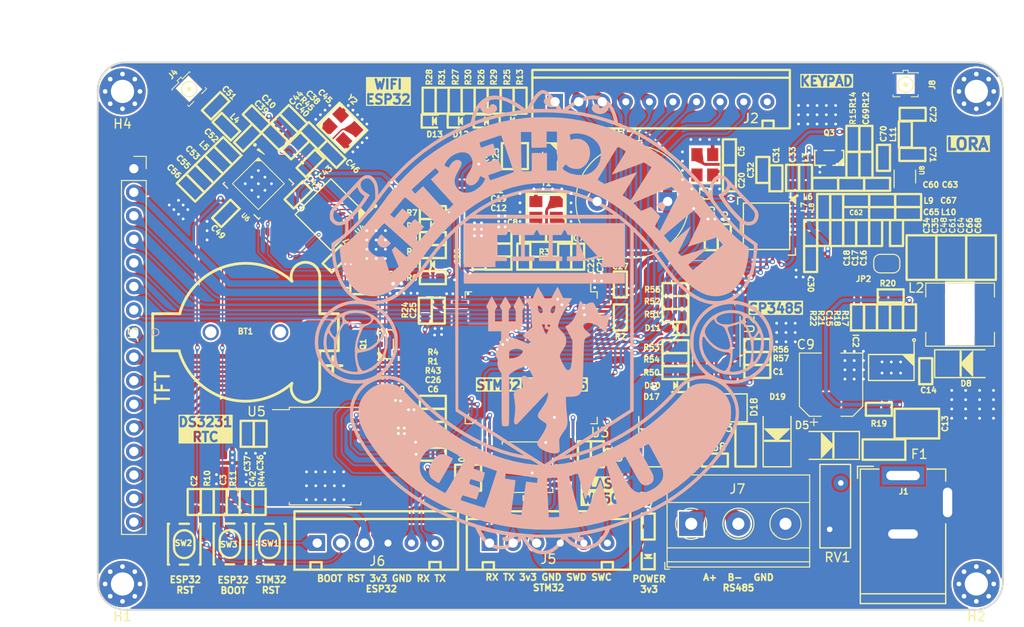
<source format=kicad_pcb>
(kicad_pcb (version 20221018) (generator pcbnew)
  (layers (0 "F.Cu" signal) (31 "B.Cu" signal) (34 "B.Paste" user) (35 "F.Paste" user) (36 "B.SilkS" user "B.Silkscreen") (37 "F.SilkS" user "F.Silkscreen") (38 "B.Mask" user) (39 "F.Mask" user) (44 "Edge.Cuts" user))
  (net 0 "")
  (net 1 "+3.3V")
  (net 2 "Net-(BZ1-+)")
  (net 3 "VCC")
  (net 4 "GND")
  (net 5 "Net-(BT1-+)")
  (net 6 "/ESP_TX")
  (net 7 "Net-(D3-A)")
  (net 8 "/ESP_RX")
  (net 9 "Net-(D4-A)")
  (net 10 "/ESP_RST")
  (net 11 "/A+")
  (net 12 "/B-")
  (net 13 "/SWCLK")
  (net 14 "/SWDIO")
  (net 15 "Net-(JP2-A)")
  (net 16 "Net-(D8-K)")
  (net 17 "Net-(U3-NRST)")
  (net 18 "/ESP_BOOT")
  (net 19 "Net-(Q2-B)")
  (net 20 "/BUZZER")
  (net 21 "Net-(J3-Pin_8)")
  (net 22 "/W25Q_CS")
  (net 24 "/ESP_RX_LOAD")
  (net 25 "Net-(U3-PH0)")
  (net 26 "Net-(U3-PH1)")
  (net 29 "Net-(U3-VREF+)")
  (net 32 "/SPI2_SCK")
  (net 34 "Net-(U3-VCAP_1)")
  (net 35 "/ESP_TX_LOAD")
  (net 36 "/SPI2_MISO")
  (net 39 "Net-(U3-VCAP_2)")
  (net 40 "/SPI2_MOSI")
  (net 49 "Net-(U3-BOOT0)")
  (net 52 "Net-(IC2-BST)")
  (net 53 "Net-(C15-Pad1)")
  (net 54 "Net-(IC2-COMP)")
  (net 55 "Net-(D7-A)")
  (net 56 "Net-(F1-Pad1)")
  (net 57 "Net-(IC2-EN)")
  (net 58 "Net-(IC2-FB)")
  (net 59 "Net-(IC2-FREQ)")
  (net 60 "Net-(U6-CAP1)")
  (net 61 "/SPI3_SCK")
  (net 62 "/SPI3_MISO")
  (net 63 "/SPI3_MOSI")
  (net 64 "/LORA_RST")
  (net 65 "/LORA NSS")
  (net 66 "Net-(U2-RO)")
  (net 67 "Net-(U2-DE)")
  (net 68 "Net-(U2-DI)")
  (net 70 "Net-(D9-Pad1)")
  (net 71 "Net-(U5-VBAT)")
  (net 75 "Net-(U6-CAP2)")
  (net 76 "Net-(U6-XTAL_N)")
  (net 77 "Net-(J4-In)")
  (net 78 "Net-(U6-LNA_IN)")
  (net 79 "Net-(C52-Pad2)")
  (net 80 "Net-(U6-XTAL_P)")
  (net 81 "Net-(U6-U0RXD)")
  (net 82 "Net-(U6-U0TXD)")
  (net 87 "Net-(U6-GPIO17)")
  (net 97 "Net-(U6-GPIO16)")
  (net 99 "/SHD_SD2")
  (net 100 "/SWP_SD3")
  (net 101 "/SCS_CMD")
  (net 102 "/SCK_CLK")
  (net 103 "/SDO_SD0")
  (net 104 "/SDI_SD1")
  (net 113 "Net-(D10-K)")
  (net 114 "Net-(D11-K)")
  (net 115 "Net-(D17-A1)")
  (net 116 "Net-(D18-A1)")
  (net 117 "Net-(U4-VCC)")
  (net 118 "/RS485_DI")
  (net 119 "/RS485_RO")
  (net 120 "/RS485_DERE")
  (net 121 "/I2C_SCL")
  (net 122 "/I2C_SDA")
  (net 123 "Net-(U1-XTA)")
  (net 124 "Net-(U1-XTB)")
  (net 125 "Net-(U1-VR_DIG)")
  (net 126 "Net-(U1-VR_ANA)")
  (net 127 "Net-(U1-VR_PA)")
  (net 128 "Net-(C60-Pad1)")
  (net 129 "Net-(C60-Pad2)")
  (net 130 "Net-(C61-Pad1)")
  (net 131 "Net-(C62-Pad2)")
  (net 132 "Net-(U8-RF1)")
  (net 133 "Net-(C65-Pad2)")
  (net 134 "Net-(U8-RF2)")
  (net 135 "Net-(Q3-C)")
  (net 136 "Net-(U8-V1)")
  (net 137 "Net-(U8-RFC)")
  (net 138 "Net-(J8-In)")
  (net 139 "Net-(U1-RFI_LF)")
  (net 140 "Net-(U1-PA_BOOST)")
  (net 141 "Net-(Q3-B)")
  (net 142 "Net-(U1-RXTX{slash}RF_MOD)")
  (net 143 "/LORA_INT")
  (net 154 "/TFT_CS")
  (net 155 "/TFT_RS")
  (net 156 "/TFT_WR")
  (net 157 "/TFT_RD")
  (net 158 "/TFT_RST")
  (net 159 "/TFT_LED")
  (net 160 "/TFT_DB0")
  (net 161 "/TFT_DB7")
  (net 162 "/TFT_DB1")
  (net 163 "/TFT_DB6")
  (net 164 "/TFT_DB2")
  (net 165 "/TFT_DB5")
  (net 166 "/TFT_DB3")
  (net 167 "/TFT_DB4")
  (net 168 "/UART_TX_LOG")
  (net 169 "/UART_RX_LOG")
  (net 170 "Net-(D2-K)")
  (net 171 "Net-(D6-K)")
  (net 172 "Net-(D12-K)")
  (net 173 "Net-(D13-K)")
  (net 174 "/C1")
  (net 175 "/C2")
  (net 176 "/C3")
  (net 177 "/C4")
  (net 179 "/H1")
  (net 180 "/H2")
  (net 181 "/H3")
  (net 182 "/H4")
  (footprint "Anh_Footprints:C_0603" (layer "F.Cu") (at 154.17 79.5)
    (fp_text reference "C60")
    (fp_text value "47pF")
  )
  (footprint "Anh_Footprints:R_0603" (layer "F.Cu") (at 135.2475 90.85 180)
    (fp_text reference "R55")
    (fp_text value "4k7")
  )
  (footprint "Anh_Footprints:LED_0603" (layer "F.Cu") (at 132.31 119.6 90)
    (fp_text reference "D7")
    (fp_text value "LED")
  )
  (footprint "Anh_Footprints:C_0603" (layer "F.Cu") (at 155.41 84.75 90)
    (fp_text reference "C64")
    (fp_text value "15pF")
  )
  (footprint "Anh_Footprints:C_0603" (layer "F.Cu") (at 139.11 85.2 90)
    (fp_text reference "C29")
    (fp_text value "100nF")
  )
  (footprint "MountingHole:MountingHole_2.5mm_Pad_Via" (layer "F.Cu") (at 75.68 69.4875 180)
    (fp_text reference "H4")
    (fp_text value "MountingHole")
  )
  (footprint "Anh_Footprints:C_0603" (layer "F.Cu") (at 94.615204 80.635965 -135)
    (fp_text reference "C47")
    (fp_text value "0.1uF")
  )
  (footprint "Anh_Footprints:C_0603" (layer "F.Cu") (at 85.715204 71.035965 45)
    (fp_text reference "C51")
    (fp_text value "NC")
  )
  (footprint "Anh_Footprints:C_0603" (layer "F.Cu") (at 113.61 111.13 -90)
    (fp_text reference "C54")
    (fp_text value "100n")
  )
  (footprint "Anh_Footprints:D_SMA" (layer "F.Cu") (at 139.6175 103.6 180)
    (fp_text reference "D18")
    (fp_text value "D_TVS")
  )
  (footprint "Anh_Footprints:L_0603" (layer "F.Cu") (at 151.37 79.5)
    (fp_text reference "L6")
    (fp_text value "18nH")
  )
  (footprint "Anh_Footprints:C_0603" (layer "F.Cu") (at 144.0725 99.675)
    (fp_text reference "C1")
    (fp_text value "100nF")
  )
  (footprint "Anh_Footprints:C_0603" (layer "F.Cu") (at 83.015204 79.885965 135)
    (fp_text reference "C56")
    (fp_text value "10uF")
  )
  (footprint "Anh_Footprints:QFN-28_6x6_PAD" (layer "F.Cu") (at 145.06 84 -90)
    (fp_text reference "U1")
    (fp_text value "SX1278")
  )
  (footprint "Anh_Footprints:R_0603" (layer "F.Cu") (at 159.06 93.85 90)
    (fp_text reference "R18")
    (fp_text value "100k")
  )
  (footprint "IVS_FOOTPRINTS:XH 2.54 6Pin Female" (layer "F.Cu") (at 99.194 118.18 90)
    (fp_text reference "J6")
    (fp_text value "WiFi_Prog")
  )
  (footprint "Anh_Footprints:D_SMA" (layer "F.Cu") (at 151.71 107.65 180)
    (fp_text reference "D5")
    (fp_text value "SS34")
  )
  (footprint "Anh_Footprints:L_0603" (layer "F.Cu") (at 86.865204 73.285965 -45)
    (fp_text reference "L4")
    (fp_text value "2.2nH")
  )
  (footprint "Anh_Footprints:R_0603" (layer "F.Cu") (at 117.25 76.46 -90)
    (fp_text reference "R42")
    (fp_text value "1K")
  )
  (footprint "Buzzer_Beeper:Buzzer_12x9.5RM7.6" (layer "F.Cu") (at 134.41 81.35 180)
    (fp_text reference "BZ1")
    (fp_text value "Buzzer")
  )
  (footprint "Anh_Footprints:R_0603" (layer "F.Cu") (at 112.91 70.48 90)
    (fp_text reference "R30")
    (fp_text value "1k")
  )
  (footprint "Connector_PinSocket_2.54mm:PinSocket_1x16_P2.54mm_Vertical" (layer "F.Cu") (at 76.9 77.8175)
    (fp_text reference "J3")
    (fp_text value "Conn_01x16_Female")
  )
  (footprint "Anh_Footprints:R_0603" (layer "F.Cu") (at 118.51 70.48 90)
    (fp_text reference "R13")
    (fp_text value "1k")
  )
  (footprint "Anh_Footprints:SOT23-3" (layer "F.Cu") (at 121.54 76.6 -90)
    (fp_text reference "Q2")
    (fp_text value "MMBT3904L")
  )
  (footprint "Anh_Footprints:C_0603" (layer "F.Cu") (at 95.915204 77.235965 45)
    (fp_text reference "C43")
    (fp_text value "100pF")
  )
  (footprint "Anh_Footprints:LED_0603" (layer "F.Cu") (at 109.11 88.15)
    (fp_text reference "D3")
    (fp_text value "LED")
  )
  (footprint "Anh_Footprints:C_0603" (layer "F.Cu") (at 156.81 84.75 90)
    (fp_text reference "C66")
    (fp_text value "10pF")
  )
  (footprint "Anh_Footprints:C_0603" (layer "F.Cu") (at 156.97 79.5)
    (fp_text reference "C63")
    (fp_text value "47pF")
  )
  (footprint "Anh_Footprints:R_0603" (layer "F.Cu") (at 135.2475 99.8)
    (fp_text reference "R50")
    (fp_text value "100")
  )
  (footprint "Anh_Footprints:C_1210" (layer "F.Cu") (at 161.75 87.4 -90)
    (fp_text reference "C18")
    (fp_text value "10uF")
  )
  (footprint "Anh_Footprints:C_0603" (layer "F.Cu") (at 124.71 87.3 90)
    (fp_text reference "C21")
    (fp_text value "100nF")
  )
  (footprint "Anh_Footprints:LED_0603" (layer "F.Cu") (at 135.2475 95.05 180)
    (fp_text reference "D11")
    (fp_text value "RS_Rx")
  )
  (footprint "Crystal:Crystal_SMD_3225-4Pin_3.2x2.5mm" (layer "F.Cu") (at 138.41 77.4 90)
    (fp_text reference "Y3")
    (fp_text value "32MHz")
  )
  (footprint "Package_TO_SOT_SMD:SOT-363_SC-70-6" (layer "F.Cu") (at 159.96 78.65 90)
    (fp_text reference "U8")
    (fp_text value "MASWSS0192")
  )
  (footprint "Anh_Footprints:R_0603" (layer "F.Cu") (at 135.2475 93.65)
    (fp_text reference "R51")
    (fp_text value "100")
  )
  (footprint "Anh_Footprints:R_0603" (layer "F.Cu") (at 109.11 108.6)
    (fp_text reference "R4")
    (fp_text value "4k7")
  )
  (footprint "MountingHole:MountingHole_2.5mm_Pad_Via" (layer "F.Cu") (at 75.68 122.5875 180)
    (fp_text reference "H1")
    (fp_text value "MountingHole")
  )
  (footprint "Anh_Footprints:C_0603" (layer "F.Cu") (at 149.81 87.55 -90)
    (fp_text reference "C30")
    (fp_text value "100nF")
  )
  (footprint "Anh_Footprints:C_0603" (layer "F.Cu") (at 90.51 106.4 90)
    (fp_text reference "C36")
    (fp_text value "1u")
  )
  (footprint "MountingHole:MountingHole_2.5mm_Pad_Via" (layer "F.Cu") (at 167.66 69.4875 180)
    (fp_text reference "H3")
    (fp_text value "MountingHole")
  )
  (footprint "Jumper:SolderJumper-2_P1.3mm_Open_RoundedPad1.0x1.5mm" (layer "F.Cu") (at 158.01 88.05 180)
    (fp_text reference "JP2")
    (fp_text value "3V3_EN")
  )
  (footprint "Anh_Footprints:C_0603" (layer "F.Cu") (at 155.77 77.4 -90)
    (fp_text reference "C69")
    (fp_text value "100pF")
  )
  (footprint "Anh_Footprints:L_0603" (layer "F.Cu") (at 86.015204 76.885965 -45)
    (fp_text reference "L5")
    (fp_text value "2.2nH")
  )
  (footprint "Anh_Footprints:R_0603" (layer "F.Cu") (at 93.11 73.42 135)
    (fp_text reference "R45")
    (fp_text value "20k")
  )
  (footprint "Anh_Footprints:C_0603" (layer "F.Cu") (at 152.61 84.75 -90)
    (fp_text reference "C48")
    (fp_text value "47pF")
  )
  (footprint "Anh_Footprints:C_0603" (layer "F.Cu") (at 129.31 90.3 90)
    (fp_text reference "C27")
    (fp_text value "100nF")
  )
  (footprint "IVS_FOOTPRINTS:SW_SPST_PTS810" (layer "F.Cu") (at 82.23 118.3 90)
    (fp_text reference "SW2")
    (fp_text value "SW_Push" hide)
  )
  (footprint "Anh_Footprints:C_0603" (layer "F.Cu") (at 114.08 87.28 90)
    (fp_text reference "C28")
    (fp_text value "100nF")
  )
  (footprint "Anh_Footprints:C_0603" (layer "F.Cu") (at 116.18 86.59)
    (fp_text reference "C19")
    (fp_text value "100nF")
  )
  (footprint "Anh_Footprints:R_0603" (layer "F.Cu") (at 87.6 113.75 90)
    (fp_text reference "R11")
    (fp_text value "4k7")
  )
  (footprint "Anh_Footprints:C_0603" (layer "F.Cu") (at 159.06 84.75 90)
    (fp_text reference "C68")
    (fp_text value "6.8pF")
  )
  (footprint "Anh_Footprints:R_0603" (layer "F.Cu") (at 139.4925 109.23 180)
    (fp_text reference "R58")
    (fp_text value "120")
  )
  (footprint "Anh_Footprints:C_0603" (layer "F.Cu") (at 96.25 74.27 -45)
    (fp_text reference "C45")
    (fp_text value "15pF")
  )
  (footprint "Anh_Footprints:IPEX_Antena_Connector" (layer "F.Cu") (at 82.865204 69.235965 -45)
    (fp_text reference "J4")
    (fp_text value "RF_IPEX_U.FL-R-SMT")
  )
  (footprint "Anh_Footprints:C_0603" (layer "F.Cu") (at 119.91 85 180)
    (fp_text reference "C8")
    (fp_text value "22pF")
  )
  (footprint "Anh_Footprints:R_0603" (layer "F.Cu") (at 109.11 82.55)
    (fp_text reference "R7")
    (fp_text value "100")
  )
  (footprint "Anh_Footprints:C_0603" (layer "F.Cu") (at 157.66 93.85 -90)
    (fp_text reference "C15")
    (fp_text value "220pF")
  )
  (footprint "Anh_Footprints:Crystal_3225_4P_1-4" (layer "F.Cu") (at 99.35 73.39 -45)
    (fp_text reference "Y2")
    (fp_text value "40MHz")
  )
  (footprint "Anh_Footprints:C_0603" (layer "F.Cu") (at 87.015204 75.885965 -45)
    (fp_text reference "C52")
    (fp_text value "100nF")
  )
  (footprint "Anh_Footprints:C_0603" (layer "F.Cu") (at 147.86 78.8 90)
    (fp_text reference "C33")
    (fp_text value "100nF")
  )
  (footprint "Anh_Footprints:R_0603" (layer "F.Cu") (at 121.11 88)
    (fp_text reference "R3")
    (fp_text value "2M")
  )
  (footprint "Anh_Footprints:C_0603" (layer "F.Cu") (at 98.23 76.25 135)
    (fp_text reference "C46")
    (fp_text value "15pF")
  )
  (footprint "Anh_Footprints:R_0603" (layer "F.Cu") (at 135.2475 98.4)
    (fp_text reference "R54")
    (fp_text value "100")
  )
  (footprint "Anh_Footprints:C_0603" (layer "F.Cu") (at 154.01 84.75 -90)
    (fp_text reference "C61")
    (fp_text value "1.2pF")
  )
  (footprint "Anh_Footprints:C_0603" (layer "F.Cu") (at 85.015204 77.885965 135)
    (fp_text reference "C53")
    (fp_text value "100nF")
  )
  (footprint "Anh_Footprints:R_0603" (layer "F.Cu") (at 111.51 70.48 90)
    (fp_text reference "R27")
    (fp_text value "220")
  )
  (footprint "Anh_Footprints:SOT23-3" (layer "F.Cu") (at 105.51 103.8 90)
    (fp_text reference "D9")
    (fp_text value "BAT54C")
  )
  (footprint "Anh_Footprints:SOIC-8_PAD_VIAS" (layer "F.Cu") (at 158.5 99.25 -90)
    (fp_text reference "IC2")
    (fp_text value "MP1584EN")
  )
  (footprint "Anh_Footprints:C_1210" (layer "F.Cu") (at 161.25 105.3 180)
    (fp_text reference "C13")
    (fp_text value "100nF")
  )
  (footprint "Anh_Footprints:LED_0603" (layer "F.Cu") (at 117.71 72.68)
    (fp_text reference "D2")
    (fp_text value "LED")
  )
  (footprint "Anh_Footprints:C_0603" (layer "F.Cu") (at 98.72 87.54 -135)
    (fp_text reference "C57")
    (fp_text value "1uF")
  )
  (footprint "Anh_Footprints:C_0603" (layer "F.Cu") (at 118.91 87.3 90)
    (fp_text reference "C24")
    (fp_text value "100nF")
  )
  (footprint "Anh_Footprints:C_0603" (layer "F.Cu") (at 141.06 78.85 90)
    (fp_text reference "C20")
    (fp_text value "10pF")
  )
  (footprint "Anh_Footprints:R_0603" (layer "F.Cu") (at 109.11 86.75 180)
    (fp_text reference "R8")
    (fp_text value "100R")
  )
  (footprint "Package_SO:SOIC-8_3.9x4.9mm_P1.27mm" (layer "F.Cu") (at 139.6475 97.2 -90)
    (fp_text reference "U2")
    (fp_text value "SP3485EN")
  )
  (footprint "Anh_Footprints:C_0603" (layer "F.Cu") (at 109.11 103 180)
    (fp_text reference "C6")
    (fp_text value "2.2uF")
  )
  (footprint "Anh_Footprints:C_0603" (layer "F.Cu") (at 112.21 111.13 -90)
    (fp_text reference "C50")
    (fp_text value "1u")
  )
  (footprint "Anh_Footprints:R_0603" (layer "F.Cu") (at 158.43 91.53)
    (fp_text reference "R20")
    (fp_text value "100k")
  )
  (footprint "Anh_Footprints:D_SMA" (layer "F.Cu") (at 166.52 98.84)
    (fp_text reference "D8")
    (fp_text value "SS34")
  )
  (footprint "Anh_Footprints:C_0603" (layer "F.Cu") (at 140.51 85.2 90)
    (fp_text reference "C4")
    (fp_text value "1uF")
  )
  (footprint "Anh_Footprints:R_0603" (layer "F.Cu") (at 129.31 93.85 90)
    (fp_text reference "R2")
    (fp_text value "1k")
  )
  (footprint "Anh_Footprints:R_0603" (layer "F.Cu") (at 135.2475 92.25)
    (fp_text reference "R52")
    (fp_text value "100")
  )
  (footprint "Anh_Footprints:LED_0603" (layer "F.Cu") (at 109.31 72.68)
    (fp_text reference "D13")
    (fp_text value "LED")
  )
  (footprint "Anh_Footprints:R_0603" (layer "F.Cu") (at 109.11 89.56 180)
    (fp_text reference "R6")
    (fp_text value "100")
  )
  (footprint "IVS_FOOTPRINTS:XH 2.54 10Pin Female" (layer "F.Cu") (at 134.98 70.6 90)
    (fp_text reference "J2")
    (fp_text value "Conn_01x10")
  )
  (footprint "Anh_Footprints:F_1206" (layer "F.Cu") (at 136.18 107.63 -90)
    (fp_text reference "F2")
    (fp_text value "Fuse")
  )
  (footprint "Anh_Footprints:C_0603" (layer "F.Cu") (at 125.44 108.6 -90)
    (fp_text reference "C11")
    (fp_text value "2.2uF")
  )
  (footprint "Anh_Footprints:R_0603" (layer "F.Cu") (at 90.4 113.75 -90)
    (fp_text reference "R44")
    (fp_text value "10k")
  )
  (footprint "Capacitor_SMD:CP_Elec_6.3x5.4" (layer "F.Cu") (at 152.01 101.1 90)
    (fp_text reference "C9")
    (fp_text value "100uF")
  )
  (footprint "Anh_Footprints:R_0603" (layer "F.Cu") (at 157.16 103.75 180)
    (fp_text reference "R19")
    (fp_text value "100k")
  )
  (footprint "Anh_Footprints:C_0603" (layer "F.Cu") (at 84.015204 78.885965 135)
    (fp_text reference "C55")
    (fp_text value "1uF")
  )
  (footprint "Anh_Footprints:R_0603" (layer "F.Cu") (at 154.36 74.6 -90)
    (fp_text reference "R14")
    (fp_text value "1k")
  )
  (footprint "Anh_Footprints:SOIC-8_5.23x5.23" (layer "F.Cu") (at 98.12 82.75 -135)
    (fp_text reference "U4")
    (fp_text value "Flash_W25Q128")
  )
  (footprint "Anh_Footprints:DC_PowerJack_5mm_THT" (layer "F.Cu") (at 159.76 110.9)
    (fp_text reference "J1")
    (fp_text value "Conn_Jack-DC")
  )
  (footprint "Anh_Footprints:C_0603" (layer "F.Cu") (at 160.31 81.25)
    (fp_text reference "C67")
    (fp_text value "3.3pF")
  )
  (footprint "Anh_Footprints:R_0603" (layer "F.Cu") (at 110.11 70.48 90)
    (fp_text reference "R31")
    (fp_text value "1k")
  )
  (footprint "Anh_Footprints:D_SMA" (layer "F.Cu") (at 146.1925 106.605 90)
    (fp_text reference "D19")
    (fp_text value "D_TVS")
  )
  (footprint "Anh_Footprints:C_0603" (layer "F.Cu") (at 89 113.75 -90)
    (fp_text reference "C42")
    (fp_text value "1u")
  )
  (footprint "Anh_Footprints:C_0603" (layer "F.Cu") (at 89.165204 74.485965 45)
    (fp_text reference "C39")
    (fp_text value "NC")
  )
  (footprint "Anh_Footprints:R_0603" (layer "F.Cu") (at 84.8 113.75 -90)
    (fp_text reference "R10")
    (fp_text value "10k")
  )
  (footprint "Anh_Footprints:C_0603" (layer "F.Cu") (at 94.1 72.43 -45)
    (fp_text reference "C38")
    (fp_text value "10nF")
  )
  (footprint "Package_QFP:LQFP-100_14x14mm_P0.5mm" (layer "F.Cu") (at 119.71 98.2 -90)
    (fp_text reference "U3")
    (fp_text value "STM32F407VETx")
  )
  (footprint "Anh_Footprints:D_SMA" (layer "F.Cu") (at 132.7925 106.605 90)
    (fp_text reference "D17")
    (fp_text value "D_TVS")
  )
  (footprint "Anh_Footprints:C_0603" (layer "F.Cu") (at 146.07 78.85 90)
    (fp_text reference "C31")
    (fp_text value "100nF")
  )
  (footprint "Anh_Footprints:C_0603" (layer "F.Cu") (at 94.34 75.33 45)
    (fp_text reference "C44")
    (fp_text value "1uF")
  )
  (footprint "Anh_Footprints:F_1206" (layer "F.Cu") (at 142.805 107.63 -90)
    (fp_text reference "F3")
    (fp_text value "Fuse")
  )
  (footprint "Anh_Footprints:C_0603" (layer "F.Cu") (at 92.12 74.41 135)
    (fp_text reference "C40")
    (fp_text value "3.3nF")
  )
  (footprint "Anh_Footprints:C_0603" (layer "F.Cu") (at 89.11 106.4 90)
    (fp_text reference "C37")
    (fp_text value "100n")
  )
  (footprint "Anh_Footprints:QFN-48-5x5_PAD-VIAS" (layer "F.Cu") (at 90.315204 79.435965 -45)
    (fp_text reference "U6")
    (fp_text value "ESP32-D0WD-V3")
  )
  (footprint "Anh_Footprints:R_0603" (layer "F.Cu") (at 154.86 93.85 90)
    (fp_text reference "R22")
    (fp_text value "68k")
  )
  (footprint "Varistor:RV_Disc_D9mm_W3.3mm_P5mm" (layer "F.Cu") (at 153.06 111.7 -90)
    (fp_text reference "RV1")
    (fp_text value "Varistor")
  )
  (footprint "Anh_Footprints:L_0603" (layer "F.Cu") (at 149.26 78.8 90)
    (fp_text reference "L3")
    (fp_text value "18nH")
  )
  (footprint "Anh_Footprints:F_1206" (layer "F.Cu") (at 157.71 108.1 180)
    (fp_text reference "F1")
    (fp_text value "Fuse_VCC")
  )
  (footprint "IVS_FOOTPRINTS:XH 2.54 6Pin Female" (layer "F.Cu") (at 117.757 118.18 90)
    (fp_text reference "J5")
    (fp_text value "SWD")
  )
  (footprint "Anh_Footprints:C_0603" (layer "F.Cu") (at 154.71 81.25)
    (fp_text reference "C62")
    (fp_text value "1nF")
  )
  (footprint "Anh_Footprints:LED_0603" (layer "F.Cu") (at 112.11 72.68)
    (fp_text reference "D12")
    (fp_text value "LED")
  )
  (footprint "Anh_Footprints:C_0603" (layer "F.Cu") (at 83.4 113.75 -90)
    (fp_text reference "C2")
    (fp_text value "1u")
  )
  (footprint "TerminalBlock_Phoenix:TerminalBlock_Phoenix_MKDS-1,5-3-5.08_1x03_P5.08mm_Horizontal" (layer "F.Cu") (at 136.9425 116.1)
    (fp_text reference "J7")
    (fp_text value "RS485")
  )
  (footprint "Anh_Footprints:C_0603" (layer "F.Cu") (at 122.71 85)
    (fp_text reference "C7")
    (fp_text value "22pF")
  )
  (footprint "Anh_Footprints:R_0603" (layer "F.Cu") (at 144.0725 98.275 180)
    (fp_text reference "R57")
    (fp_text value "4k7")
  )
  (footprint "Anh_Footprints:C_0603" (layer "F.Cu") (at 126.84 108.6 -90)
    (fp_text reference "C23")
    (fp_text value "100nF")
  )
  (footprint "Anh_Footprints:C_1210" (layer "F.Cu") (at 168.16 87.4 -90)
    (fp_text reference "C16")
    (fp_text value "10uF")
  )
  (footprint "Anh_Footprints:R_0603" (layer "F.Cu") (at 135.2475 97)
    (fp_text reference "R53")
    (fp_text value "100")
  )
  (footprint "Anh_Footprints:R_0603" (layer "F.Cu") (at 144.0725 96.875)
    (fp_text reference "R56")
    (fp_text value "4k7")
  )
  (footprint "Anh_Footprints:C_0603" (layer "F.Cu") (at 162.21 99.65 90)
    (fp_text reference "C14")
    (fp_text value "100nF")
  )
  (footprint "Anh_Footprints:C_0603" (layer "F.Cu") (at 141.06 76.05 -90)
    (fp_text reference "C5")
    (fp_text value "10pF")
  )
  (footprint "Anh_Footprints:R_0603" (layer "F.Cu") (at 155.76 74.6 -90)
    (fp_text reference "R12")
    (fp_text value "10k")
  )
  (footprint "Anh_Footprints:R_0603" (layer "F.Cu") (at 109.11 105.8 180)
    (fp_text reference "R43")
    (fp_text value "1k")
  )
  (footprint "Anh_Footprints:C_1210" (layer "F.Cu") (at 164.96 87.4 -90)
    (fp_text reference "C17")
    (fp_text value "10uF")
  )
  (footprint "Anh_Footprints:SOT23-3" (layer "F.Cu") (at 151.81 76.45 180)
    (fp_text reference "Q3")
    (fp_text value "BC847")
  )
  (footprint "IVS_FOOTPRINTS:SW_SPST_PTS810" (layer "F.Cu") (at 87.15 118.275 90)
    (fp_text reference "SW3")
    (fp_text value "SW_Push" hide)
  )
  (footprint "Anh_Footprints:R_0603" (layer "F.Cu") (at 101.62 90.64 180)
    (fp_text reference "R5")
    (fp_text value "499")
  )
  (footprint "Anh_Footprints:C_0603" (layer "F.Cu") (at 160.8 71.95 180)
    (fp_text reference "C72")
    (fp_text value "NC")
  )
  (footprint "Anh_Footprints:R_0603" (layer "F.Cu") (at 156.26 93.85 90)
    (fp_text reference "R21")
    (fp_text value "22k")
  )
  (footprint "Anh_Footprints:C_0603" (layer "F.Cu") (at 116.18 88 180)
    (fp_text reference "C12")
    (fp_text value "10uF")
  )
  (footprint "Anh_Footprints:C_0603" (layer "F.Cu") (at 109.11 104.4 180)
    (fp_text reference "C26")
    (fp_text value "100nF")
  )
  (footprint "Anh_Footprints:L_0603" (layer "F.Cu") (at 160.31 82.65)
    (fp_text reference "L10")
    (fp_text value "10nH")
  )
  (footprint "IVS_FOOTPRINTS:SW_SPST_PTS810" (layer "F.Cu") (at 91.606 118.3 -90)
    (fp_text reference "SW1")
    (fp_text value "SW_Push" hide)
  )
  (footprint "Anh_Footprints:R_0603" (layer "F.Cu") (at 108.3 93.13 -90)
    (fp_text reference "R24")
    (fp_text value "1M")
  )
  (footprint "Anh_Footprints:C_0603" (layer "F.Cu") (at 157.66 76.65 -90)
    (fp_text reference "C70")
    (fp_text value "100pF")
  )
  (footprint "Anh_Footprints:R_0603" (layer "F.Cu") (at 108.71 70.48 90)
    (fp_text reference "R28")
    (fp_text value "220")
  )
  (footprint "Anh_Footprints:L_0603" (layer "F.Cu") (at 116.18 85.18)
    (fp_text reference "L1")
    (fp_text value "2.2uH")
  )
  (footprint "Anh_Footprints:C_0603" (layer "F.Cu") (at 86.2 113.75 90)
    (fp_text reference "C3")
    (fp_text value "10nF")
  )
  (footprint "Anh_Footprints:R_0603" (layer "F.Cu") (at 109.11 107.2)
    (fp_text reference "R1")
    (fp_text value "4k7")
  )
  (footprint "Anh_Footprints:Crystal_3225_4P_1-4" (layer "F.Cu") (at 121.31 82.21 180)
    (fp_text reference "Y1")
    (fp_text value "8MHz")
  )
  (footprint "Anh_Footprints:C_0603" (layer "F.Cu") (at 157.51 82.65)
    (fp_text reference "C65")
    (fp_text value "1.5pF")
  )
  (footprint "Anh_Footprints:R_0603" (layer "F.Cu") (at 154.36 77.4 90)
    (fp_text reference "R15")
    (fp_text value "1M")
  )
  (footprint "Anh_Footprints:R_0603" (layer "F.Cu") (at 118.65 76.46 -90)
    (fp_text reference "R23")
    (fp_text value "10K")
  )
  (footprint "Anh_Footprints:R_0603" (layer "F.Cu") (at 114.31 70.48 90)
    (fp_text reference "R26")
    (fp_text value "220")
  )
  (footprint "Package_SO:SOIC-16W_7.5x10.3mm_P1.27mm" (layer "F.Cu") (at 97.51 108.8)
    (fp_text reference "U5")
    (fp_text value "DS3231M")
  )
  (footprint "Anh_Footprints:LED_0603" (layer "F.Cu") (at 114.91 72.68)
    (fp_text reference "D6")
    (fp_text value "LED")
  )
  (footprint "Anh_Footprints:C_0603" (layer "F.Cu") (at 144.66 77.95 90)
    (fp_text reference "C32")
    (fp_text value "100nF")
  )
  (footprint "Anh_Footprints:L_0603" (layer "F.Cu") (at 152.61 81.95 -90)
    (fp_text reference "L8")
    (fp_text value "47nH")
  )
  (footprint "Anh_Footprints:R_0603" (layer "F.Cu") (at 132.31 116.4 -90)
    (fp_text reference "R16")
    (fp_text value "220")
  )
  (footprint "Anh_Footprints:LED_0603" (layer "F.Cu") (at 135.2475 101.2 180)
    (fp_text reference "D10")
    (fp_text value "RS_Tx")
  )
  (footprint "Anh_Footprints:L_0603" (layer "F.Cu") (at 160.01 74.12 90)
    (fp_text reference "L11")
    (fp_text value "12nH")
  )
  (footprint "Anh_Footprints:L_0603" (layer "F.Cu") (at 157.51 81.25)
    (fp_text reference "L9")
    (fp_text value "12nH")
  )
  (footprint "IVS_FOOTPRINTS:SOIC-8_5.23x5.23mm_P1.27mm" (layer "F.Cu") (at 119.31 110 180)
    (fp_text reference "U7")
    (fp_text value "W25Q128JVS" hide)
  )
  (footprint "Anh_Footprints:C_0603" (layer "F.Cu") (at 90.11 72.46 135)
    (fp_text reference "C10")
    (fp_text value "100nF")
  )
  (footprint "Anh_Footprints:C_0603" (layer "F.Cu") (at 86.815204 82.635965 -135)
    (fp_text reference "C49")
    (fp_text value "0.1uF")
  )
  (footprint "Anh_Footprints:C_0603" (layer "F.Cu") (at 109.7 93.12 -90)
    (fp_text reference "C25")
    (fp_text value "100nF")
  )
  (footprint "Anh_Footprints:C_0603" (layer "F.Cu") (at 123.31 87.3 90)
    (fp_text reference "C22")
    (fp_text value "100nF")
  )
  (footprint "Anh_Footprints:R_0603" (layer "F.Cu") (at 109.11 85.35 180)
    (fp_text reference "R9")
    (fp_text value "100R")
  )
  (footprint "Inductor_SMD:L_Abracon_ASPI-0630LR" (layer "F.Cu") (at 165.91 93.55)
    (fp_text reference "L2")
    (fp_text value "10uH")
  )
  (footprint "Anh_Footprints:R_0603" (layer "F.Cu") (at 160.46 93.85 -90)
    (fp_text reference "R17")
    (fp_text value "100k")
  )
  (footprint "MountingHole:MountingHole_2.5mm_Pad_Via" (layer "F.Cu") (at 167.66 122.5875 180)
    (fp_text reference "H2")
    (fp_text value "MountingHole")
  )
  (footprint "Anh_Footprints:R_0603" (layer "F.Cu") (at 101.62 89.24 180)
    (fp_text reference "R49")
    (fp_text value "499")
  )
  (footprint "Anh_Footprints:C_0603" (layer "F.Cu") (at 149.81 84.75 -90)
    (fp_text reference "C34")
    (fp_text value "10nF")
  )
  (footprint "Anh_Footprints:C_0603" (layer "F.Cu") (at 160.77 76.28 180)
    (fp_text reference "C71")
    (fp_text value "NC")
  )
  (footprint "Anh_Footprints:C_0603" (layer "F.Cu") (at 151.21 84.75 -90)
    (fp_text reference "C35")
    (fp_text value "10pF")
  )
  (footprint "Anh_Footprints:IPEX_Antena_Connector" (layer "F.Cu") (at 160.04 68.76 -90)
    (fp_text reference "J8")
    (fp_text value "LoRa_Anten")
  )
  (footprint "Anh_Footprints:SOT23-3" (layer "F.Cu") (at 104.26 96.75 90)
    (fp_text reference "Q1")
    (fp_text value "P_Mosfet")
  )
  (footprint "Anh_Footprints:R_0603" (layer "F.Cu") (at 117.11 70.48 90)
    (fp_text reference "R25")
    (fp_text value "220")
  )
  (footprint "IVS_FOOTPRINTS:BatteryHolder_CR1220" (layer "F.Cu") (at 88.93 95.45)
    (fp_text reference "BT1")
    (fp_text value "Battery_Cell" hide)
  )
  (footprint "Anh_Footprints:LED_0603" (layer "F.Cu") (at 109.11 83.95)
    (fp_text reference "D4")
    (fp_text value "LED")
  )
  (footprint "Anh_Footprints:L_0603" (layer "F.Cu") (at 151.21 81.95 90)
    (fp_text reference "L7")
    (fp_text value "4.3nH")
  )
  (footprint "Anh_Footprints:R_0603" (layer "F.Cu") (at 115.71 70.48 90)
    (fp_text reference "R29")
    (fp_text value "1k")
  )
  (footprint "Anh_Footprints:MU_Footprint" (layer "B.Cu") (at 121.08 94.36 180)
    (fp_text reference "G1")
    (fp_text value "LOGO" hide)
  )
  (gr_arc (start 170.52 122.3675) (mid 169.64132 124.48882) (end 167.52 125.3675) (stroke (width 0.2)) (layer "Edge.Cuts"))
  (gr_line (start 73.02 122.3675) (end 73.01523 69.3675) (stroke (width 0.2)) (layer "Edge.Cuts"))
  (gr_line (start 167.52 125.3675) (end 76.02 125.3675) (stroke (width 0.2)) (layer "Edge.Cuts"))
  (gr_line (start 170.52 69.3675) (end 170.52 122.3675) (stroke (width 0.2)) (layer "Edge.Cuts"))
  (gr_line (start 76.01523 66.3675) (end 167.52 66.3675) (stroke (width 0.2)) (layer "Edge.Cuts"))
  (gr_arc (start 73.01523 69.3675) (mid 73.893911 67.24619) (end 76.01523 66.3675) (stroke (width 0.2)) (layer "Edge.Cuts"))
  (gr_arc (start 76.02 125.3675) (mid 73.89868 124.48882) (end 73.02 122.3675) (stroke (width 0.2)) (layer "Edge.Cuts"))
  (gr_arc (start 167.52 66.3675) (mid 169.64132 67.24618) (end 170.52 69.3675) (stroke (width 0.2)) (layer "Edge.Cuts"))
  (gr_text "LORA" (at 164.28 75.88) (layer "F.SilkS" knockout) (effects (font (size 1.2 1.2) (thickness 0.3) bold) (justify left bottom)))
  (gr_text "ESP32\nBOOT\n" (at 87.6 123.7) (layer "F.SilkS") (effects (font (size 0.7 0.7) (thickness 0.175) bold) (justify bottom)))
  (gr_text "STM32F407VET6" (at 113.64 101.74) (layer "F.SilkS" knockout) (effects (font (size 1 1) (thickness 0.25) bold) (justify left bottom)))
  (gr_text "WIFI\nESP32" (at 104.3 70.93) (layer "F.SilkS" knockout) (effects (font (size 1 1) (thickness 0.25) bold) (justify bottom)))
  (gr_text "TFT" (at 80.88 103.36 90) (layer "F.SilkS") (effects (font (size 1.5 1.5) (thickness 0.25) bold) (justify left bottom)))
  (gr_text "ESP32\nRST" (at 82.45 123.66) (layer "F.SilkS") (effects (font (size 0.7 0.7) (thickness 0.175) bold) (justify bottom)))
  (gr_text "KEYPAD" (at 151.52 68.98) (layer "F.SilkS" knockout) (effects (font (size 1 1) (thickness 0.25) bold) (justify bottom)))
  (gr_text "RX TX 3v3 GND SWD SWC\nSTM32" (at 121.58 123.4) (layer "F.SilkS") (effects (font (size 0.7 0.7) (thickness 0.175) bold) (justify bottom)))
  (gr_text "DS3231\nRTC" (at 84.61 107.33) (layer "F.SilkS" knockout) (effects (font (size 1 1) (thickness 0.25) bold) (justify bottom)))
  (gr_text "POWER\n3v3" (at 132.41 123.58) (layer "F.SilkS") (effects (font (size 0.7 0.7) (thickness 0.175) bold) (justify bottom)))
  (gr_text "BOOT RST 3v3 GND RX TX\nESP32" (at 103.57 123.53) (layer "F.SilkS") (effects (font (size 0.7 0.7) (thickness 0.175) bold) (justify bottom)))
  (gr_text "FLASH\nW25Q" (at 127.29 113.98) (layer "F.SilkS" knockout) (effects (font (size 1 1) (thickness 0.25) bold) (justify bottom)))
  (gr_text "A+	B-	GND\nRS485" (at 142.03 123.42) (layer "F.SilkS") (effects (font (size 0.7 0.7) (thickness 0.175) bold) (justify bottom)))
  (gr_text "SP3485" (at 146.05 93.47) (layer "F.SilkS" knockout) (effects (font (size 1 1) (thickness 0.25) bold) (justify bottom)))
  (gr_text "STM32\nRST\n" (at 91.66 123.67) (layer "F.SilkS") (effects (font (size 0.7 0.7) (thickness 0.175) bold) (justify bottom)))
  (segment (start 104.69 79.33) (end 105.665 80.305) (width 0.4) (layer "F.Cu") (net 1))
  (segment (start 124.71 88.075) (end 123.31 88.075) (width 0.5) (layer "F.Cu") (net 1))
  (segment (start 142.0725 85.975) (end 140.51 85.975) (width 0.3) (layer "F.Cu") (net 1))
  (segment (start 118.88 115.53) (end 113.64 115.53) (width 1) (layer "F.Cu") (net 1))
  (segment (start 93.235646 75.58) (end 93.493984 75.58) (width 0.2) (layer "F.Cu") (net 1))
  (segment (start 132.47 87.41) (end 131.648701 88.231299) (width 0.5) (layer "F.Cu") (net 1))
  (segment (start 107.7 78.55) (end 108.58 79.43) (width 0.6) (layer "F.Cu") (net 1))
  (segment (start 90.4 112.975) (end 90.4 110.620416) (width 0.4) (layer "F.Cu") (net 1))
  (segment (start 110.090143 92.989857) (end 109.7 92.599713) (width 0.3) (layer "F.Cu") (net 1))
  (segment (start 147.34 76.77) (end 147.085 77.025) (width 0.4) (layer "F.Cu") (net 1))
  (segment (start 112.035 104.2) (end 110.085 104.2) (width 0.3) (layer "F.Cu") (net 1))
  (segment (start 114.08 88.055) (end 114.360675 88.335675) (width 0.3) (layer "F.Cu") (net 1))
  (segment (start 122.89 88.96) (end 122.88 88.96) (width 0.25) (layer "F.Cu") (net 1))
  (segment (start 115.71 111.905) (end 115.71 110.635) (width 0.4) (layer "F.Cu") (net 1))
  (segment (start 143.2975 99.675) (end 141.5525 99.675) (width 0.5) (layer "F.Cu") (net 1))
  (segment (start 108.295 86.71) (end 105.72 86.71) (width 0.5) (layer "F.Cu") (net 1))
  (segment (start 118.91 88.075) (end 118.91 88.856153) (width 0.3) (layer "F.Cu") (net 1))
  (segment (start 145.71 80.51) (end 145.71 80.494116) (width 0.3) (layer "F.Cu") (net 1))
  (segment (start 149.01 85.123847) (end 149.01 85.85) (width 0.3) (layer "F.Cu") (net 1))
  (segment (start 87.51 109.54) (end 87.51 108.39) (width 0.7) (layer "F.Cu") (net 1))
  (segment (start 151.66 86.98) (end 151.66 86.474142) (width 0.5) (layer "F.Cu") (net 1))
  (segment (start 104.83 90.22) (end 105.675 90.22) (width 0.7) (layer "F.Cu") (net 1))
  (segment (start 118.485 72.68) (end 118.485 73.925) (width 0.5) (layer "F.Cu") (net 1))
  (segment (start 107.1 90.21) (end 105.72 90.21) (width 0.4) (layer "F.Cu") (net 1))
  (segment (start 113.64 115.53) (end 112.66 115.53) (width 1) (layer "F.Cu") (net 1))
  (segment (start 84.467196 77.337957) (end 85.474267 76.330886) (width 0.5) (layer "F.Cu") (net 1))
  (segment (start 115.42 81.35) (end 115.405 81.365) (width 0.4) (layer "F.Cu") (net 1))
  (segment (start 132.29 114.61) (end 132.29 115.605) (width 0.4) (layer "F.Cu") (net 1))
  (segment (start 126.836269 107.821269) (end 126.84 107.825) (width 0.3) (layer "F.Cu") (net 1))
  (segment (start 110.085 72.68) (end 110.085 74.235) (width 0.5) (layer "F.Cu") (net 1))
  (segment (start 109.67 115.53) (end 107.83 115.53) (width 1) (layer "F.Cu") (net 1))
  (segment (start 92.206715 77.791942) (end 92.505476 77.493181) (width 0.15) (layer "F.Cu") (net 1))
  (segment (start 115.71 111.905) (end 113.61 111.905) (width 0.5) (layer "F.Cu") (net 1))
  (segment (start 87.415724 82.087957) (end 88.423693 81.079988) (width 0.15) (layer "F.Cu") (net 1))
  (segment (start 118.84 74.28) (end 130.985614 74.28) (width 1) (layer "F.Cu") (net 1))
  (segment (start 110.085 74.235) (end 110.04 74.28) (width 0.5) (layer "F.Cu") (net 1))
  (segment (start 85.5 109.77) (end 85.125269 110.144731) (width 0.4) (layer "F.Cu") (net 1))
  (segment (start 127.385 92.2) (end 127.385 91.385) (width 0.3) (layer "F.Cu") (net 1))
  (segment (start 122.269584 89.33) (end 121.132634 89.33) (width 0.25) (layer "F.Cu") (net 1))
  (segment (start 146.455 79.625) (end 146.07 79.625) (width 0.4) (layer "F.Cu") (net 1))
  (segment (start 104.69 79.32) (end 104.69 79.33) (width 0.4) (layer "F.Cu") (net 1))
  (segment (start 107.7 78.55) (end 107.7 76.217609) (width 1) (layer "F.Cu") (net 1))
  (segment (start 112.47163 115.341629) (end 112.66 115.53) (width 0.6) (layer "F.Cu") (net 1))
  (segment (start 109.04 91.31) (end 108.969619 91.31) (width 0.4) (layer "F.Cu") (net 1))
  (segment (start 131.13 90.67) (end 130.955 90.845) (width 0.5) (layer "F.Cu") (net 1))
  (segment (start 109.53 91.62) (end 109.347279 91.437279) (width 0.4) (layer "F.Cu") (net 1))
  (segment (start 132.41 74.87) (end 133.780675 76.240675) (width 1) (layer "F.Cu") (net 1))
  (segment (start 109.885 108.6) (end 109.885 112.620284) (width 0.6) (layer "F.Cu") (net 1))
  (segment (start 139.11 85.975) (end 139.11 88.35) (width 0.5) (layer "F.Cu") (net 1))
  (segment (start 89.11 105.625) (end 88.075 105.625) (width 0.5) (layer "F.Cu") (net 1))
  (segment (start 84.8 110.93) (end 84.8 112.975) (width 0.4) (layer "F.Cu") (net 1))
  (segment (start 134.4725 95.05) (end 134.6225 95.2) (width 0.4) (layer "F.Cu") (net 1))
  (segment (start 112.885 72.68) (end 112.885 74.215) (width 0.5) (layer "F.Cu") (net 1))
  (segment (start 124.71 88.075) (end 124.71 88.731508) (width 0.25) (layer "F.Cu") (net 1))
  (segment (start 93.444152 79.842551) (end 94.067196 80.465597) (width 0.15) (layer "F.Cu") (net 1))
  (segment (start 145.71 80.51) (end 145.71 81.0375) (width 0.25) (layer "F.Cu") (net 1))
  (segment (start 133.8 95.05) (end 133.3 94.55) (width 0.4) (layer "F.Cu") (net 1))
  (segment (start 151.66 89.11) (end 151.97 89.42) (width 0.5) (layer "F.Cu") (net 1))
  (segment (start 139.1 88.36) (end 136.415182 88.36) (width 1) (layer "F.Cu") (net 1))
  (segment (start 92.66 77.429175) (end 94.85 77.429175) (width 0.15) (layer "F.Cu") (net 1))
  (segment (start 108.185 90.985) (end 107.629204 90.429204) (width 0.4) (layer "F.Cu") (net 1))
  (segment (start 124.5 114.1) (end 123.07 115.53) (width 0.4) (layer "F.Cu") (net 1))
  (segment (start 145.71 81.0375) (end 145.71 80.385166) (width 0.3) (layer "F.Cu") (net 1))
  (segment (start 101.734 117.599581) (end 101.734 118.18) (width 1) (layer "F.Cu") (net 1))
  (segment (start 122.91 109.365) (end 123.965 109.365) (width 0.4) (layer "F.Cu") (net 1))
  (segment (start 112.885 74.215) (end 112.95 74.28) (width 0.5) (layer "F.Cu") (net 1))
  (segment (start 115.42 80.57) (end 115.42 81.35) (width 0.7) (layer "F.Cu") (net 1))
  (segment (start 120.71 89.79506) (end 120.71 90.525) (width 0.25) (layer "F.Cu") (net 1))
  (segment (start 127.695 91.075) (end 129.31 91.075) (width 0.3) (layer "F.Cu") (net 1))
  (segment (start 122.88 88.96) (end 122.68 89.16) (width 0.25) (layer "F.Cu") (net 1))
  (segment (start 109.885 108.6) (end 109.9 108.615) (width 0.7) (layer "F.Cu") (net 1))
  (segment (start 143.2975 99.675) (end 143.2975 100.8025) (width 0.5) (layer "F.Cu") (net 1))
  (segment (start 123.965 109.365) (end 124.5 109.9) (width 0.4) (layer "F.Cu") (net 1))
  (segment (start 150.98 90.41) (end 151.97 89.42) (width 1) (layer "F.Cu") (net 1))
  (segment (start 152.835 88.555) (end 151.97 89.42) (width 1) (layer "F.Cu") (net 1))
  (segment (start 92.86 105.625) (end 90.51 105.625) (width 0.5) (layer "F.Cu") (net 1))
  (segment (start 105.675 90.22) (end 105.685 90.21) (width 0.7) (layer "F.Cu") (net 1))
  (segment (start 108.335 86.75) (end 108.335 85.35) (width 0.5) (layer "F.Cu") (net 1))
  (segment (start 134.85 87.41) (end 132.47 87.41) (width 0.5) (layer "F.Cu") (net 1))
  (segment (start 124.37565 89.08) (end 123.671421 89.08) (width 0.25) (layer "F.Cu") (net 1))
  (segment (start 112.21 111.905) (end 112.21 113.704315) (width 0.6) (layer "F.Cu") (net 1))
  (segment (start 110.04 74.28) (end 112.95 74.28) (width 1) (layer "F.Cu") (net 1))
  (segment (start 118.51 71.255) (end 118.51 72.655) (width 0.5) (layer "F.Cu") (net 1))
  (segment (start 105.665 80.305) (end 105.945 80.305) (width 0.4) (layer "F.Cu") (net 1))
  (segment (start 151.66 86.98) (end 151.66 89.11) (width 0.5) (layer "F.Cu") (net 1))
  (segment (start 114.375269 81.35) (end 115.42 81.35) (width 0.4) (layer "F.Cu") (net 1))
  (segment (start 112.86 87.387158) (end 112.86 82.900624) (width 0.4) (layer "F.Cu") (net 1))
  (segment (start 131.382063 88.789847) (end 131.382063 90.061467) (width 0.5) (layer "F.Cu") (net 1))
  (segment (start 90.658008 73.008008) (end 90.658008 75.415935) (width 0.15) (layer "F.Cu") (net 1))
  (segment (start 123.07 115.53) (end 119.63 115.53) (width 0.4) (layer "F.Cu") (net 1))
  (segment (start 114.08 88.055) (end 113.506629 88.055) (width 0.4) (layer "F.Cu") (net 1))
  (segment (start 127.31 87.26) (end 126.760166 87.809834) (width 0.5) (layer "F.Cu") (net 1))
  (segment (start 110.04 74.28) (end 109.623467 74.28) (width 1) (layer "F.Cu") (net 1))
  (segment (start 105.945 80.305) (end 107.7 78.55) (width 0.7) (layer "F.Cu") (net 1))
  (segment (start 108.58 79.43) (end 114.14 79.43) (width 0.7) (layer "F.Cu") (net 1))
  (segment (start 112.035 93.2) (end 110.597473 93.2) (width 0.3) (layer "F.Cu") (net 1))
  (segment (start 105.72 86.71) (end 105.72 80.848198) (width 0.7) (layer "F.Cu") (net 1))
  (segment (start 92.856034 75.959612) (end 93.235646 75.58) (width 0.2) (layer "F.Cu") (net 1))
  (segment (start 110.11 71.255) (end 110.11 72.655) (width 0.5) (layer "F.Cu") (net 1))
  (segment (start 89.11 105.625) (end 92.86 105.625) (width 0.5) (layer "F.Cu") (net 1))
  (segment (start 94.87 81.986777) (end 94.067196 81.183973) (width 0.3) (layer "F.Cu") (net 1))
  (segment (start 92.28 76.379175) (end 93.290825 76.379175) (width 0.15) (layer "F.Cu") (net 1))
  (segment (start 105.72 86.71) (end 105.72 90.21) (width 0.7) (layer "F.Cu") (net 1))
  (segment (start 89.248874 109.54) (end 87.51 109.54) (width 0.4) (layer "F.Cu") (net 1))
  (segment (start 115.49 74.28) (end 118.84 74.28) (width 1) (layer "F.Cu") (net 1))
  (segment (start 134.805 88.485) (end 135.365 87.925) (width 0.5) (layer "F.Cu") (net 1))
  (segment (start 134.4725 95.05) (end 133.8 95.05) (width 0.4) (layer "F.Cu") (net 1))
  (segment (start 123.31 88.075) (end 123.31 88.087452) (width 0.25) (layer "F.Cu") (net 1))
  (segment (start 122.99 88.86) (end 122.89 88.96) (width 0.25) (layer "F.Cu") (net 1))
  (segment (start 87.51 108.39) (end 87.52 108.38) (width 0.7) (layer "F.Cu") (net 1))
  (segment (start 88.075 105.625) (end 87.755 105.945) (width 0.5) (layer "F.Cu") (net 1))
  (segment (start 134.41 86.97) (end 128.010121 86.97) (width 0.5) (layer "F.Cu") (net 1))
  (segment (start 134.3825 101.29) (end 134.4725 101.2) (width 0.4) (layer "F.Cu") (net 1))
  (segment (start 134.85 87.41) (end 135.365 87.925) (width 1) (layer "F.Cu") (net 1))
  (segment (start 132.29 115.605) (end 132.31 115.625) (width 0.4) (layer "F.Cu") (net 1))
  (segment (start 115.71 72.655) (end 115.685 72.68) (width 0.5) (layer "F.Cu") (net 1))
  (segment (start 149.64 76.5875) (end 149.64 75.58) (width 0.5) (layer "F.Cu") (net 1))
  (segment (start 115.685 72.68) (end 115.685 74.085) (width 0.5) (layer "F.Cu") (net 1))
  (segment (start 109.7 92.345) (end 109.7 92.030416) (width 0.4) (layer "F.Cu") (net 1))
  (segment (start 95.367196 77.783973) (end 95.127231 77.544008) (width 0.15) (layer "F.Cu") (net 1))
  (segment (start 113.61 111.905) (end 112.21 111.905) (width 0.5) (layer "F.Cu") (net 1))
  (segment (start 96.521117 78.269254) (end 95.852477 78.269254) (width 0.3) (layer "F.Cu") (net 1))
  (segment (start 117.59 82.5) (end 116.673346 81.583346) (width 0.4) (layer "F.Cu") (net 1))
  (segment (start 149.194857 86.205143) (end 149.764713 86.775) (width 0.3) (layer "F.Cu") (net 1))
  (segment (start 93.493984 75.58) (end 93.791992 75.878008) (width 0.2) (layer "F.Cu") (net 1))
  (segment (start 139.1 88.36) (end 140.284818 88.36) (width 1) (layer "F.Cu") (net 1))
  (segment (start 110.11 72.655) (end 110.085 72.68) (width 0.5) (layer "F.Cu") (net 1))
  (segment (start 82.467196 79.337957) (end 83.467196 78.337957) (width 0.5) (layer "F.Cu") (net 1))
  (segment (start 123.43 89.18) (end 123.351422 89.258578) (width 0.25) (layer "F.Cu") (net 1))
  (segment (start 117.78 86.58) (end 117.78 82.9587) (width 0.4) (layer "F.Cu") (net 1))
  (segment (start 114.360675 88.335675) (end 114.360675 88.703086) (width 0.3) (layer "F.Cu") (net 1))
  (segment (start 115.71 71.255) (end 115.71 72.655) (width 0.5) (layer "F.Cu") (net 1))
  (segment (start 123.21 89.6) (end 123.21 90.525) (width 0.25) (layer "F.Cu") (net 1))
  (segment (start 87.51 109.54) (end 87.51 112.885) (width 0.4) (layer "F.Cu") (net 1))
  (segment (start 112.66 115.53) (end 109.67 115.53) (width 1) (layer "F.Cu") (net 1))
  (segment (start 118.485 73.925) (end 118.84 74.28) (width 0.5) (layer "F.Cu") (net 1))
  (segment (start 126.43 106) (end 126.653308 106.223308) (width 0.3) (layer "F.Cu") (net 1))
  (segment (start 115.685 74.085) (end 115.49 74.28) (width 0.5) (layer "F.Cu") (net 1))
  (segment (start 146.92 77.423345) (end 146.92 78.905442) (width 0.4) (layer "F.Cu") (net 1))
  (segment (start 91.464253 77.04948) (end 92.031713 76.482019) (width 0.15) (layer "F.Cu") (net 1))
  (segment (start 115.21 89.327063) (end 115.21 90.525) (width 0.3) (layer "F.Cu") (net 1))
  (segment (start 134.41 86.97) (end 134.85 87.41) (width 1) (layer "F.Cu") (net 1))
  (segment (start 87.52 106.18) (end 87.52 108.38) (width 0.5) (layer "F.Cu") (net 1))
  (segment (start 146.74 79.34) (end 146.455 79.625) (width 0.4) (layer "F.Cu") (net 1))
  (segment (start 86.295255 81.02) (end 87.363212 82.087957) (width 0.3) (layer "F.Cu") (net 1))
  (segment (start 115.405 81.365) (end 115.405 85.17) (width 0.4) (layer "F.Cu") (net 1))
  (segment (start 95.852477 78.269254) (end 95.367196 77.783973) (width 0.3) (layer "F.Cu") (net 1))
  (segment (start 87.51 109.54) (end 86.055269 109.54) (width 0.4) (layer "F.Cu") (net 1))
  (segment (start 107.83 115.53) (end 103.611248 115.53) (width 1) (layer "F.Cu") (net 1))
  (segment (start 86.24 81.02) (end 86.295255 81.02) (width 0.3) (layer "F.Cu") (net 1))
  (segment (start 90.557817 75.657817) (end 90.156105 76.05953) (width 0.15) (layer "F.Cu") (net 1))
  (segment (start 139.11 88.35) (end 139.1 88.36) (width 0.5) (layer "F.Cu") (net 1))
  (segment (start 112.91 71.255) (end 112.91 72.655) (width 0.5) (layer "F.Cu") (net 1))
  (segment (start 94.87 81.99) (end 94.87 81.986777) (width 0.3) (layer "F.Cu") (net 1))
  (segment (start 115.010625 79.790624) (end 115.158369 79.938368) (width 0.7) (layer "F.Cu") (net 1))
  (segment (start 81.682576 80.122576) (end 82.467196 79.337957) (width 0.5) (layer "F.Cu") (net 1))
  (segment (start 87.51 112.885) (end 87.6 112.975) (width 0.4) (layer "F.Cu") (net 1))
  (segment (start 144.8475 96.875) (end 144.8475 90.8975) (width 0.5) (layer "F.Cu") (net 1))
  (segment (start 109.7 92.599713) (end 109.7 92.345) (width 0.3) (layer "F.Cu") (net 1))
  (segment (start 117.171421 89.3) (end 118.466153 89.3) (width 0.3) (layer "F.Cu") (net 1))
  (segment (start 129.84 108.98) (end 128.685 107.825) (width 0.4) (layer "F.Cu") (net 1))
  (segment (start 87.363212 82.087957) (end 87.415724 82.087957) (width 0.15) (layer "F.Cu") (net 1))
  (segment (start 112.91 72.655) (end 112.885 72.68) (width 0.5) (layer "F.Cu") (net 1))
  (segment (start 126.12 88.075) (end 124.71 88.075) (width 0.5) (layer "F.Cu") (net 1))
  (segment (start 112.95 74.28) (end 115.49 74.28) (width 1) (layer "F.Cu") (net 1))
  (segment (start 127.385 91.385) (end 127.695 91.075) (width 0.3) (layer "F.Cu") (net 1))
  (segment (start 144.8475 90.8975) (end 144.77 90.82) (width 0.5) (layer "F.Cu") (net 1))
  (segment (start 132.98 101.29) (end 134.3825 101.29) (width 0.4) (layer "F.Cu") (net 1))
  (segment (start 108.165 75.095) (end 108.525 74.735) (width 1) (layer "F.Cu") (net 1))
  (segment (start 110.085 104.2) (end 109.885 104.4) (width 0.3) (layer "F.Cu") (net 1))
  (segment (start 109.885 104.4) (end 109.885 108.6) (width 0.6) (layer "F.Cu") (net 1))
  (segment (start 151.66 86.98) (end 150.015 86.98) (width 0.4) (layer "F.Cu") (net 1))
  (segment (start 124.5 109.9) (end 124.5 114.1) (width 0.4) (layer "F.Cu") (net 1))
  (segment (start 128.685 107.825) (end 126.84 107.825) (width 0.4) (layer "F.Cu") (net 1))
  (segment (start 133.3 94.55) (end 133.3 91.2) (width 0.4) (layer "F.Cu") (net 1))
  (segment (start 143.2975 100.8025) (end 143.24 100.86) (width 0.5) (layer "F.Cu") (net 1))
  (segment (start 133.3 91.2) (end 133.65 90.85) (width 0.4) (layer "F.Cu") (net 1))
  (segment (start 118.51 72.655) (end 118.485 72.68) (width 0.5) (layer "F.Cu") (net 1))
  (segment (start 90.658008 73.008008) (end 90.658008 72.941992) (width 0.2) (layer "F.Cu") (net 1))
  (segment (start 149.64 76.5875) (end 147.780593 76.5875) (width 0.4) (layer "F.Cu") (net 1))
  (segment (start 94.067196 80.465597) (end 94.067196 81.183973) (width 0.15) (layer "F.Cu") (net 1))
  (segment (start 105.685 90.21) (end 105.72 90.21) (width 0.7) (layer "F.Cu") (net 1))
  (segment (start 142.16 90.13) (end 142.16 91.15) (width 1) (layer "F.Cu") (net 1))
  (segment (start 90.51 105.625) (end 89.11 105.625) (width 0.5) (layer "F.Cu") (net 1))
  (segment (start 157.36 88.05) (end 154.054177 88.05) (width 1) (layer "F.Cu") (net 1))
  (segment (start 90.658008 72.941992) (end 91.45 72.15) (width 0.2) (layer "F.Cu") (net 1))
  (segment (start 140.51 85.975) (end 139.11 85.975) (width 0.7) (layer "F.Cu") (net 1))
  (segment (start 108.335 86.75) (end 108.295 86.71) (width 0.5) (layer "F.Cu") (net 1))
  (segment (start 154.36 76.625) (end 154.3225 76.5875) (width 0.4) (layer "F.Cu") (net 1))
  (segment (start 134.41 77.76) (end 134.41 86.97) (width 1) (layer "F.Cu") (net 1))
  (segment (start 134.4725 90.85) (end 134.4725 89.287726) (width 0.5) (layer "F.Cu") (net 1))
  (segment (start 87.755 105.945) (end 87.52 106.18) (width 0.5) (layer "F.Cu") (net 1))
  (segment (start 150.015 86.98) (end 149.81 86.775) (width 0.4) (layer "F.Cu") (net 1))
  (segment (start 118.91 88.075) (end 118.038095 87.203095) (width 0.4) (layer "F.Cu") (net 1))
  (segment (start 90.23 110.21) (end 89.78 109.76) (width 0.4) (layer "F.Cu") (net 1))
  (segment (start 148.0475 84.675) (end 148.554082 84.675) (width 0.3) (layer "F.Cu") (net 1))
  (segment (start 141.335 88.795) (end 141.799375 89.259375) (width 1) (layer "F.Cu") (net 1))
  (segment (start 120.297 118.18) (end 120.297 116.734196) (width 1) (layer "F.Cu") (net 1))
  (segment (start 115.088206 89.144354) (end 115.166926 89.223074) (width 0.3) (layer "F.Cu") (net 1))
  (segment (start 112.61 114.67) (end 113.349791 115.409791) (width 0.6) (layer "F.Cu") (net 1))
  (segment (start 116.825 89.505) (end 116.93 89.4) (width 0.3) (layer "F.Cu") (net 1))
  (segment (start 130.399731 91.075) (end 129.31 91.075) (width 0.5) (layer "F.Cu") (net 1))
  (segment (start 83.467196 78.337957) (end 84.467196 77.337957) (width 0.5) (layer "F.Cu") (net 1))
  (segment (start 129.84 111.07) (end 129.84 108.98) (width 0.4) (layer "F.Cu") (net 1))
  (segment (start 144.77 90.82) (end 149.990173 90.82) (width 1) (layer "F.Cu") (net 1))
  (segment (start 85.474267 76.330886) (end 82.467196 79.337957) (width 0.5) (layer "F.Cu") (net 1))
  (segment (start 76.9 80.3575) (end 81.11542 80.3575) (width 0.5) (layer "F.Cu") (net 1))
  (segment (start 119.997898 116.012102) (end 119.965371 115.979576) (width 1) (layer "F.Cu") (net 1))
  (segment (start 125.71 105.875) (end 126.128224 105.875) (width 0.3) (layer "F.Cu") (net 1))
  (segment (start 144.77 90.82) (end 141.73 90.82) (width 1) (layer "F.Cu") (net 1))
  (segment (start 126.836269 106.587104) (end 126.836269 107.821269) (width 0.3) (layer "F.Cu") (net 1))
  (segment (start 133.65 90.85) (end 134.4725 90.85) (width 0.4) (layer "F.Cu") (net 1))
  (segment (start 93.290825 76.379175) (end 93.791992 75.878008) (width 0.15) (layer "F.Cu") (net 1))
  (segment (start 108.92 114.95) (end 108.700625 115.169375) (width 0.6) (layer "F.Cu") (net 1))
  (segment (start 149.13041 86.140696) (end 149.194857 86.205143) (width 0.3) (layer "F.Cu") (net 1))
  (segment (start 116.11 81.35) (end 115.42 81.35) (width 0.4) (layer "F.Cu") (net 1))
  (segment (start 113.115 82.285) (end 113.82 81.58) (width 0.4) (layer "F.Cu") (net 1))
  (segment (start 116.71 90.525) (end 116.71 89.782634) (width 0.3) (layer "F.Cu") (net 1))
  (segment (start 154.3225 76.5875) (end 149.64 76.5875) (width 0.4) (layer "F.Cu") (net 1))
  (via (at 92.856034 75.959612) (size 0.5) (drill 0.3) (layers "F.Cu" "B.Cu") (net 1))
  (via (at 105.72 90.21) (size 0.8) (drill 0.4) (layers "F.Cu" "B.Cu") (net 1))
  (via (at 132.98 101.29) (size 0.5) (drill 0.3) (layers "F.Cu" "B.Cu") (net 1))
  (via (at 104.69 79.32) (size 0.5) (drill 0.3) (layers "F.Cu" "B.Cu") (net 1))
  (via (at 105.07 79.73) (size 0.5) (drill 0.3) (layers "F.Cu" "B.Cu") (net 1))
  (via (at 87.51 109.54) (size 0.5) (drill 0.3) (layers "F.Cu" "B.Cu") (net 1))
  (via (at 129.84 111.07) (size 0.5) (drill 0.3) (layers "F.Cu" "B.Cu") (net 1))
  (via (at 143.24 100.86) (size 0.5) (drill 0.3) (layers "F.Cu" "B.Cu") (net 1))
  (via (at 142.15 90.46) (size 0.5) (drill 0.3) (layers "F.Cu" "B.Cu") (net 1))
  (via (at 142.16 91.15) (size 0.5) (drill 0.3) (layers "F.Cu" "B.Cu") (net 1))
  (via (at 87.52 108.38) (size 0.5) (drill 0.3) (layers "F.Cu" "B.Cu") (net 1))
  (via (at 149.64 76.11) (size 0.5) (drill 0.3) (layers "F.Cu" "B.Cu") (net 1))
  (via (at 96.521117 78.269254) (size 0.5) (drill 0.3) (layers "F.Cu" "B.Cu") (net 1))
  (via (at 151.67 86.45) (size 0.5) (drill 0.3) (layers "F.Cu" "B.Cu") (net 1))
  (via (at 151.66 86.98) (size 0.5) (drill 0.3) (layers "F.Cu" "B.Cu") (net 1))
  (via (at 87.52 108.97) (size 0.5) (drill 0.3) (layers "F.Cu" "B.Cu") (net 1))
  (via (at 91.45 72.15) (size 0.5) (drill 0.3) (layers "F.Cu" "B.Cu") (net 1))
  (via (at 142.58 90.79) (size 0.5) (drill 0.3) (layers "F.Cu" "B.Cu") (net 1))
  (via (at 132.29 114.61) (size 0.5) (drill 0.3) (layers "F.Cu" "B.Cu") (net 1))
  (via (at 94.87 81.99) (size 0.5) (drill 0.3) (layers "F.Cu" "B.Cu") (net 1))
  (via (at 149.64 75.58) (size 0.5) (drill 0.3) (layers "F.Cu" "B.Cu") (net 1))
  (via (at 141.73 90.82) (size 0.5) (drill 0.3) (layers "F.Cu" "B.Cu") (net 1))
  (via (at 104.83 90.22) (size 0.8) (drill 0.4) (layers "F.Cu" "B.Cu") (net 1))
  (via (at 86.24 81.02) (size 0.6) (drill 0.3) (layers "F.Cu" "B.Cu") (net 1))
  (arc (start 113.349791 115.409791) (mid 113.48294 115.498759) (end 113.64 115.53) (width 0.6) (layer "F.Cu") (net 1))
  (arc (start 110.597473 93.2) (mid 110.322908 93.145386) (end 110.090143 92.989857) (width 0.3) (layer "F.Cu") (net 1))
  (arc (start 123.31 88.087452) (mid 123.226835 88.505551) (end 122.99 88.86) (width 0.25) (layer "F.Cu") (net 1))
  (arc (start 109.347279 91.437279) (mid 109.206299 91.343078) (end 109.04 91.31) (width 0.4) (layer "F.Cu") (net 1))
  (arc (start 109.885 112.620284) (mid 109.634205 113.881117) (end 108.92 114.95) (width 0.6) (layer "F.Cu") (net 1))
  (arc (start 102.38 116.04) (mid 101.90189 116.755542) (end 101.734 117.599581) (width 1) (layer "F.Cu") (net 1))
  (arc (start 119.997898 116.012102) (mid 119.976911 115.906591) (end 119.917144 115.817143) (width 1) (layer "F.Cu") (net 1))
  (arc (start 115.158369 79.938368) (mid 115.352004 80.228163) (end 115.42 80.57) (width 0.7) (layer "F.Cu") (net 1))
  (arc (start 131.648701 88.231299) (mid 131.46808 88.48776) (end 131.382063 88.789847) (width 0.5) (layer "F.Cu") (net 1))
  (arc (start 126.760166 87.809834) (mid 126.466456 88.006085) (end 126.12 88.075) (width 0.5) (layer "F.Cu") (net 1))
  (arc (start 119.965371 115.979576) (mid 119.467399 115.646841) (end 118.88 115.53) (width 1) (layer "F.Cu") (net 1))
  (arc (start 136.415182 88.36) (mid 135.846828 88.246947) (end 135.365 87.925) (width 1) (layer "F.Cu") (net 1))
  (arc (start 131.382063 90.061467) (mid 131.316554 90.390802) (end 131.13 90.67) (width 0.5) (layer "F.Cu") (net 1))
  (arc (start 113.506629 88.055) (mid 113.264915 88.00692) (end 113.06 87.87) (width 0.4) (layer "F.Cu") (net 1))
  (arc (start 109.623467 74.28) (mid 109.028981 74.39825) (end 108.525 74.735) (width 1) (layer "F.Cu") (net 1))
  (arc (start 115.166926 89.223074) (mid 115.198805 89.270784) (end 115.21 89.327063) (width 0.3) (layer "F.Cu") (net 1))
  (arc (start 112.86 82.900624) (mid 112.926272 82.56745) (end 113.115 82.285) (width 0.4) (layer "F.Cu") (net 1))
  (arc (start 148.88 84.81) (mid 148.976214 84.953994) (end 149.01 85.123847) (width 0.3) (layer "F.Cu") (net 1))
  (arc (start 90.4 110.620416) (mid 90.355819 110.3983) (end 90.23 110.21) (width 0.4) (layer "F.Cu") (net 1))
  (arc (start 120.297 116.734196) (mid 120.198279 116.237891) (end 119.917144 115.817143) (width 1) (layer "F.Cu") (net 1))
  (arc (start 123.671421 89.08) (mid 123.540765 89.105989) (end 123.43 89.18) (width 0.25) (layer "F.Cu") (net 1))
  (arc (start 95.127231 77.544008) (mid 95.000037 77.459019) (end 94.85 77.429175) (width 0.15) (layer "F.Cu") (net 1))
  (arc (start 109.7 92.030416) (mid 109.655819 91.8083) (end 109.53 91.62) (width 0.4) (layer "F.Cu") (net 1))
  (arc (start 154.054177 88.05) (mid 153.394364 88.181245) (end 152.835 88.555) (width 1) (layer "F.Cu") (net 1))
  (arc (start 118.91 88.856153) (mid 118.876214 89.026006) (end 118.78 89.17) (width 0.3) (layer "F.Cu") (net 1))
  (arc (start 117.78 82.9587) (mid 117.730621 82.710454) (end 117.59 82.5) (width 0.4) (layer "F.Cu") (net 1))
  (arc (start 145.71 80.494116) (mid 145.803561 80.023754) (end 146.07 79.625) (width 0.3) (layer "F.Cu") (net 1))
  (arc (start 114.14 79.43) (mid 114.611179 79.523723) (end 115.010625 79.790624) (width 0.7) (layer "F.Cu") (net 1))
  (arc (start 147.085 77.025) (mid 146.962882 77.207762) (end 146.92 77.423345) (width 0.4) (layer "F.Cu") (net 1))
  (arc (start 103.611248 115.53) (mid 102.944902 115.662544) (end 102.38 116.04) (width 1) (layer "F.Cu") (net 1))
  (arc (start 113.06 87.87) (mid 112.911978 87.648471) (end 112.86 87.387158) (width 0.4) (layer "F.Cu") (net 1))
  (arc (start 141.799375 89.259375) (mid 142.066276 89.658821) (end 142.16 90.13) (width 1) (layer "F.Cu") (net 1))
  (arc (start 149.990173 90.82) (mid 150.525864 90.713445) (end 150.98 90.41) (width 1) (layer "F.Cu") (net 1))
  (arc (start 112.21 113.704315) (mid 112.313956 114.22694) (end 112.61 114.67) (width 0.6) (layer "F.Cu") (net 1))
  (arc (start 130.955 90.845) (mid 130.70024 91.015225) (end 130.399731 91.075) (width 0.5) (layer "F.Cu") (net 1))
  (arc (start 126.128224 105.875) (mid 126.291544 105.907486) (end 126.43 106) (width 0.3) (layer "F.Cu") (net 1))
  (arc (start 118.466153 89.3) (mid 118.636006 89.266215) (end 118.78 89.17) (width 0.3) (layer "F.Cu") (net 1))
  (arc (start 146.92 78.905442) (mid 146.87322 79.140623) (end 146.74 79.34) (width 0.4) (layer "F.Cu") (net 1))
  (arc (start 147.780593 76.5875) (mid 147.542146 76.63493) (end 147.34 76.77) (width 0.4) (layer "F.Cu") (net 1))
  (arc (start 124.605 88.985) (mid 124.499774 89.05531) (end 124.37565 89.08) (width 0.25) (layer "F.Cu") (net 1))
  (arc (start 108.700625 115.169375) (mid 108.301179 115.436276) (end 107.83 115.53) (width 0.6) (layer "F.Cu") (net 1))
  (arc (start 145.71 80.385166) (mid 145.711633 80.376959) (end 145.716282 80.37) (width 0.3) (layer "F.Cu") (net 1))
  (arc (start 105.72 80.848198) (mid 105.778476 80.554221) (end 105.945 80.305) (width 0.7) (layer "F.Cu") (net 1))
  (arc (start 92.031713 76.482019) (mid 92.145627 76.405904) (end 92.28 76.379175) (width 0.15) (layer "F.Cu") (net 1))
  (arc (start 121.132634 89.33) (mid 120.98238 89.359887) (end 120.855 89.445) (width 0.25) (layer "F.Cu") (net 1))
  (arc (start 124.71 88.731508) (mid 124.682711 88.868696) (end 124.605 88.985) (width 0.25) (layer "F.Cu") (net 1))
  (arc (start 148.554082 84.675) (mid 148.730467 84.710086) (end 148.88 84.81) (width 0.3) (layer "F.Cu") (net 1))
  (arc (start 134.4725 89.287726) (mid 134.558914 88.853294) (end 134.805 88.485) (width 0.5) (layer "F.Cu") (net 1))
  (arc (start 86.055269 109.54) (mid 85.75476 109.599775) (end 85.5 109.77) (width 0.4) (layer "F.Cu") (net 1))
  (arc (start 151.66 86.474142) (mid 151.662599 86.461077) (end 151.67 86.45) (width 0.5) (layer "F.Cu") (net 1))
  (arc (start 114.360675 88.703086) (mid 114.391687 88.798627) (end 114.45 88.88) (width 0.3) (layer "F.Cu") (net 1))
  (arc (start 122.68 89.16) (mid 122.4917 89.285818) (end 122.269584 89.33) (width 0.25) (layer "F.Cu") (net 1))
  (arc (start 140.284818 88.36) (mid 140.853172 88.473053) (end 141.335 88.795) (width 1) (layer "F.Cu") (net 1))
  (arc (start 89.78 109.76) (mid 89.536318 109.597176) (end 89.248874 109.54) (width 0.4) (layer "F.Cu") (net 1))
  (arc (start 128.010121 86.97) (mid 127.631218 87.045368) (end 127.31 87.26) (width 0.5) (layer "F.Cu") (net 1))
  (arc (start 116.673346 81.583346) (mid 116.414881 81.410645) (end 116.11 81.35) (width 0.4) (layer "F.Cu") (net 1))
  (arc (start 114.763847 89.01) (mid 114.939389 89.044917) (end 115.088206 89.144354) (width 0.3) (layer "F.Cu") (net 1))
  (arc (start 107.629204 90.429204) (mid 107.386404 90.26697) (end 107.1 90.21) (width 0.4) (layer "F.Cu") (net 1))
  (arc (start 108.969619 91.31) (mid 108.544987 91.225535) (end 108.185 90.985) (width 0.4) (layer "F.Cu") (net 1))
  (arc (start 107.7 76.217609) (mid 107.82085 75.610057) (end 108.165 75.095) (width 1) (layer "F.Cu") (net 1))
  (arc (start 81.11542 80.3575) (mid 81.422362 80.296446) (end 81.682576 80.122576) (width 0.5) (layer "F.Cu") (net 1))
  (arc (start 116.93 89.4) (mid 117.040764 89.32599) (end 117.171421 89.3) (width 0.3) (layer "F.Cu") (net 1))
  (arc (start 149.01 85.85) (mid 149.041294 86.007323) (end 149.13041 86.140696) (width 0.3) (layer "F.Cu") (net 1))
  (arc (start 113.82 81.58) (mid 114.07476 81.409775) (end 114.375269 81.35) (width 0.4) (layer "F.Cu") (net 1))
  (arc (start 133.780675 76.240675) (mid 134.246443 76.937747) (end 134.41 77.76) (width 1) (layer "F.Cu") (net 1))
  (arc (start 126.653308 106.223308) (mid 126.773184 106.390599) (end 126.836269 106.587104) (width 0.3) (layer "F.Cu") (net 1))
  (arc (start 118.038095 87.203095) (mid 117.847077 86.917217) (end 117.78 86.58) (width 0.4) (layer "F.Cu") (net 1))
  (arc (start 123.351422 89.258578) (mid 123.246755 89.415223) (end 123.21 89.6) (width 0.25) (layer "F.Cu") (net 1))
  (arc (start 85.125269 110.144731) (mid 84.884535 110.505015) (end 84.8 110.93) (width 0.4) (layer "F.Cu") (net 1))
  (arc (start 120.855 89.445) (mid 120.747684 89.605609) (end 120.71 89.79506) (width 0.25) (layer "F.Cu") (net 1))
  (arc (start 114.45 88.88) (mid 114.593994 88.976214) (end 114.763847 89.01) (width 0.3) (layer "F.Cu") (net 1))
  (arc (start 92.505476 77.493181) (mid 92.576372 77.44581) (end 92.66 77.429175) (width 0.15) (layer "F.Cu") (net 1))
  (arc (start 130.985614 74.28) (mid 131.756486 74.433336) (end 132.41 74.87) (width 1) (layer "F.Cu") (net 1))
  (arc (start 116.71 89.782634) (mid 116.739887 89.63238) (end 116.825 89.505) (width 0.3) (layer "F.Cu") (net 1))
  (arc (start 90.658008 75.415935) (mid 90.631969 75.54684) (end 90.557817 75.657817) (width 0.15) (layer "F.Cu") (net 1))
  (segment (start 77.3175 80.3575) (end 76.9 80.3575) (width 0.7) (layer "B.Cu") (net 1))
  (segment (start 93.367823 75.447823) (end 92.856034 75.959612) (width 0.3) (layer "B.Cu") (net 1))
  (segment (start 140.52 98.89) (end 142.18 97.23) (width 1) (layer "B.Cu") (net 1))
  (segment (start 104.69 79.35) (end 105.07 79.73) (width 0.4) (layer "B.Cu") (net 1))
  (segment (start 83.38 86.42) (end 77.3175 80.3575) (width 0.7) (layer "B.Cu") (net 1))
  (segment (start 93.52 74.96) (end 93.52 75.080436) (width 0.3) (layer "B.Cu") (net 1))
  (segment (start 131.75 100.76) (end 133.11 99.4) (width 1) (layer "B.Cu") (net 1))
  (segment (start 131.13 114.28) (end 131.46 114.61) (width 0.4) (layer "B.Cu") (net 1))
  (segment (start 87.52 112.47) (end 87.52 108.38) (width 0.7) (layer "B.Cu") (net 1))
  (segment (start 96.571863 78.32) (end 103.364731 78.32) (width 0.4) (layer "B.Cu") (net 1))
  (segment (start 94.54 80.59) (end 94.54 81.48) (width 0.3) (layer "B.Cu") (net 1))
  (segment (start 93.406044 75.447823) (end 93.367823 75.447823) (width 0.3) (layer "B.Cu") (net 1))
  (segment (start 96.521117 78.269254) (end 96.499254 78.269254) (width 0.3) (layer "B.Cu") (net 1))
  (segment (start 120.297 118.856656) (end 120.297 118.18) (width 1) (layer "B.Cu") (net 1))
  (segment (start 131.75 100.76) (end 132.45 100.76) (width 0.4) (layer "B.Cu") (net 1))
  (segment (start 87.18 90.2) (end 104.81 90.2) (width 0.7) (layer "B.Cu") (net 1))
  (segment (start 149.64 83.62) (end 149.64 75.58) (width 0.5) (layer "B.Cu") (net 1))
  (segment (start 104.81 90.2) (end 104.83 90.22) (width 0.7) (layer "B.Cu") (net 1))
  (segment (start 131.13 101.38) (end 131.75 100.76) (width 1) (layer "B.Cu") (net 1))
  (segment (start 105.67 90.22) (end 105.68 90.21) (width 0.7) (layer "B.Cu") (net 1))
  (segment (start 93.52 74.96) (end 93.52 75.295646) (width 0.3) (layer "B.Cu") (net 1))
  (segment (start 131.13 114.28) (end 131.13 118.046533) (width 1) (layer "B.Cu") (net 1))
  (segment (start 133.11 99.4) (end 140.01 99.4) (width 1) (layer "B.Cu") (net 1))
  (segment (start 131.13 111.11) (end 131.13 101.38) (width 1) (layer "B.Cu") (net 1))
  (segment (start 129.88 111.11) (end 129.84 111.07) (width 0.4) (layer "B.Cu") (net 1))
  (segment (start 140.52 99.9) (end 140.52 98.89) (width 0.5) (layer "B.Cu") (net 1))
  (segment (start 128.081056 120.65) (end 121.859827 120.65) (width 1) (layer "B.Cu") (net 1))
  (segment (start 140.94 100.59) (end 140.710919 100.360919) (width 0.5) (layer "B.Cu") (net 1))
  (segment (start 83.4 86.42) (end 87.18 90.2) (width 0.7) (layer "B.Cu") (net 1))
  (segment (start 96.521117 78.269254) (end 94.780155 80.010215) (width 0.3) (layer "B.Cu") (net 1))
  (segment (start 132.45 100.76) (end 132.98 101.29) (width 0.4) (layer "B.Cu") (net 1))
  (segment (start 96.521117 78.269254) (end 96.571863 78.32) (width 0.4) (layer "B.Cu") (net 1))
  (segment (start 131.13 114.28) (end 131.13 111.11) (width 1) (layer "B.Cu") (net 1))
  (segment (start 140.01 99.4) (end 140.52 98.89) (width 1) (layer "B.Cu") (net 1))
  (segment (start 105.68 90.21) (end 105.72 90.21) (width 0.7) (layer "B.Cu") (net 1))
  (segment (start 103.92 78.55) (end 104.69 79.32) (width 0.4) (layer "B.Cu") (net 1))
  (segment (start 83.39 86.42) (end 83.35 86.38) (width 0.3) (layer "B.Cu") (net 1))
  (segment (start 83.555 83.705) (end 86.24 81.02) (width 0.3) (layer "B.Cu") (net 1))
  (segment (start 94.87 81.99) (end 94.66728 81.78728) (width 0.3) (layer "B.Cu") (net 1))
  (segment (start 101.38 115.79) (end 100.865 115.275) (width 0.7) (layer "B.Cu") (net 1))
  (segment (start 151.67 86.45) (end 151.67 86.955858) (width 0.5) (layer "B.Cu") (net 1))
  (segment (start 143.24 100.86) (end 141.591837 100.86) (width 0.5) (layer "B.Cu") (net 1))
  (segment (start 131.13 111.11) (end 129.88 111.11) (width 0.4) (layer "B.Cu") (net 1))
  (segment (start 101.734 118.18) (end 101.734 116.644631) (width 0.7) (layer "B.Cu") (net 1))
  (segment (start 93.52 74.96) (end 93.52 74.509913) (width 0.3) (layer "B.Cu") (net 1))
  (segment (start 151.401299 85.8013) (end 151.29 85.69) (width 0.5) (layer "B.Cu") (net 1))
  (segment (start 142.18 97.23) (end 142.18 90.72) (width 1) (layer "B.Cu") (net 1))
  (segment (start 131.46 114.61) (end 132.29 114.61) (width 0.4) (layer "B.Cu") (net 1))
  (segment (start 130.675 119.145) (end 129.94 119.88) (width 1) (layer "B.Cu") (net 1))
  (segment (start 83.39 86.42) (end 83.4 86.42) (width 0.7) (layer "B.Cu") (net 1))
  (segment (start 83.35 86.38) (end 83.35 84.199913) (width 0.3) (layer "B.Cu") (net 1))
  (segment (start 96.499254 78.269254) (end 93.87 75.64) (width 0.3) (layer "B.Cu") (net 1))
  (segment (start 93.52 75.295646) (end 92.856034 75.959612) (width 0.3) (layer "B.Cu") (net 1))
  (segment (start 99.525112 114.72) (end 89.788111 114.72) (width 0.7) (layer "B.Cu") (net 1))
  (segment (start 88.75 114.29) (end 87.937194 113.477194) (width 0.7) (layer "B.Cu") (net 1))
  (segment (start 83.39 86.42) (end 83.38 86.42) (width 0.7) (layer "B.Cu") (net 1))
  (segment (start 104.69 79.32) (end 104.69 79.35) (width 0.4) (layer "B.Cu") (net 1))
  (segment (start 93.315 74.015) (end 91.45 72.15) (width 0.3) (layer "B.Cu") (net 1))
  (segment (start 151.29 85.69) (end 149.936985 84.336985) (width 0.5) (layer "B.Cu") (net 1))
  (segment (start 104.83 90.22) (end 105.67 90.22) (width 0.7) (layer "B.Cu") (net 1))
  (arc (start 120.87 120.24) (mid 120.445918 119.605317) (end 120.297 118.856656) (width 1) (layer "B.Cu") (net 1))
  (arc (start 94.780155 80.010215) (mid 94.602414 80.276222) (end 94.54 80.59) (width 0.3) (layer "B.Cu") (net 1))
  (arc (start 83.35 84.199913) (mid 83.403278 83.932068) (end 83.555 83.705) (width 0.3) (layer "B.Cu") (net 1))
  (arc (start 103.364731 78.32) (mid 103.66524 78.379775) (end 103.92 78.55) (width 0.4) (layer "B.Cu") (net 1))
  (arc (start 151.67 86.955858) (mid 151.667401 86.968923) (end 151.66 86.98) (width 0.5) (layer "B.Cu") (net 1))
  (arc (start 93.52 75.080436) (mid 93.480451 75.279264) (end 93.367823 75.447823) (width 0.3) (layer "B.Cu") (net 1))
  (arc (start 87.937194 113.477194) (mid 87.628426 113.01509) (end 87.52 112.47) (width 0.7) (layer "B.Cu") (net 1))
  (arc (start 140.710919 100.360919) (mid 140.569619 100.149448) (end 140.52 99.9) (width 0.5) (layer "B.Cu") (net 1))
  (arc (start 129.94 119.88) (mid 129.08711 120.449883) (end 128.081056 120.65) (width 1) (layer "B.Cu") (net 1))
  (arc (start 141.591837 100.86) (mid 141.239066 100.789829) (end 140.94 100.59) (width 0.5) (layer "B.Cu") (net 1))
  (arc (start 149.936985 84.336985) (mid 149.717184 84.008029) (end 149.64 83.62) (width 0.5) (layer "B.Cu") (net 1))
  (arc (start 101.734 116.644631) (mid 101.641998 116.182108) (end 101.38 115.79) (width 0.7) (layer "B.Cu") (net 1))
  (arc (start 89.788111 114.72) (mid 89.22629 114.608246) (end 88.75 114.29) (width 0.7) (layer "B.Cu") (net 1))
  (arc (start 151.67 86.45) (mid 151.600167 86.098926) (end 151.401299 85.8013) (width 0.5) (layer "B.Cu") (net 1))
  (arc (start 94.66728 81.78728) (mid 94.57308 81.646299) (end 94.54 81.48) (width 0.3) (layer "B.Cu") (net 1))
  (arc (start 100.865 115.275) (mid 100.250255 114.86424) (end 99.525112 114.72) (width 0.7) (layer "B.Cu") (net 1))
  (arc (start 93.52 74.509913) (mid 93.466722 74.242068) (end 93.315 74.015) (width 0.3) (layer "B.Cu") (net 1))
  (arc (start 121.859827 120.65) (mid 121.324136 120.543444) (end 120.87 120.24) (width 1) (layer "B.Cu") (net 1))
  (arc (start 131.13 118.046533) (mid 131.011749 118.641019) (end 130.675 119.145) (width 1) (layer "B.Cu") (net 1))
  (arc (start 93.87 75.64) (mid 93.657136 75.497768) (end 93.406044 75.447823) (width 0.3) (layer "B.Cu") (net 1))
  (segment (start 125.161594 76.6) (end 122.6775 76.6) (width 0.5) (layer "F.Cu") (net 2))
  (segment (start 126.48 77.48) (end 125.91 76.91) (width 0.5) (layer "F.Cu") (net 2))
  (segment (start 126.81 81.35) (end 126.81 78.27669) (width 0.5) (layer "F.Cu") (net 2))
  (arc (start 126.81 78.27669) (mid 126.724236 77.845525) (end 126.48 77.48) (width 0.5) (layer "F.Cu") (net 2))
  (arc (start 125.91 76.91) (mid 125.566629 76.680567) (end 125.161594 76.6) (width 0.5) (layer "F.Cu") (net 2))
  (segment (start 160.46 93.075) (end 160.46 92.01) (width 0.4) (layer "F.Cu") (net 3))
  (segment (start 160.46 92.01) (end 160.45 92) (width 0.4) (layer "F.Cu") (net 3))
  (via (at 160.45 92) (size 0.5) (drill 0.3) (layers "F.Cu" "B.Cu") (net 3))
  (via (at 159.4 103.25) (size 0.5) (drill 0.3) (layers "F.Cu" "B.Cu") (net 3))
  (segment (start 153.481126 92) (end 160.45 92) (width 0.4) (layer "B.Cu") (net 3))
  (segment (start 151.761127 93.408873) (end 152.95 92.22) (width 0.4) (layer "B.Cu") (net 3))
  (segment (start 151.45 101.654021) (end 151.45 94.16) (width 0.4) (layer "B.Cu") (net 3))
  (segment (start 159.4 103.25) (end 152.996482 103.25) (width 0.4) (layer "B.Cu") (net 3))
  (segment (start 152.405 103.005) (end 151.73 102.33) (width 0.4) (layer "B.Cu") (net 3))
  (arc (start 152.95 92.22) (mid 153.193683 92.057176) (end 153.481126 92) (width 0.4) (layer "B.Cu") (net 3))
  (arc (start 152.996482 103.25) (mid 152.676375 103.186326) (end 152.405 103.005) (width 0.4) (layer "B.Cu") (net 3))
  (arc (start 151.45 94.16) (mid 151.530859 93.753493) (end 151.761127 93.408873) (width 0.4) (layer "B.Cu") (net 3))
  (arc (start 151.73 102.33) (mid 151.52277 102.019859) (end 151.45 101.654021) (width 0.4) (layer "B.Cu") (net 3))
  (segment (start 108.3 92.355) (end 108.355 92.355) (width 0.15) (layer "F.Cu") (net 4))
  (segment (start 120.21 81.36) (end 120.21 80.506984) (width 0.4) (layer "F.Cu") (net 4))
  (segment (start 124 83.5) (end 123.472253 83.5) (width 0.4) (layer "F.Cu") (net 4))
  (segment (start 137.56 78.5) (end 137.207106 78.5) (width 0.4) (layer "F.Cu") (net 4))
  (segment (start 99.303589 71.696412) (end 100 71) (width 0.4) (layer "F.Cu") (net 4))
  (segment (start 139.26 76.3) (end 139.26 75.519455) (width 0.4) (layer "F.Cu") (net 4))
  (segment (start 99.709153 75.209154) (end 100.5 76) (width 0.4) (layer "F.Cu") (net 4))
  (segment (start 108.355 92.355) (end 108.4 92.4) (width 0.15) (layer "F.Cu") (net 4))
  (via (at 151.5 73) (size 0.5) (drill 0.3) (layers "F.Cu" "B.Cu") (net 4))
  (via (at 150.5 73) (size 0.5) (drill 0.3) (layers "F.Cu" "B.Cu") (net 4))
  (via (at 151.5 72) (size 0.5) (drill 0.3) (layers "F.Cu" "B.Cu") (net 4))
  (via (at 122 80) (size 0.5) (drill 0.3) (layers "F.Cu" "B.Cu") (net 4))
  (via (at 140.25 83.25) (size 0.5) (drill 0.3) (layers "F.Cu" "B.Cu") (net 4))
  (via (at 149 89.5) (size 0.5) (drill 0.3) (layers "F.Cu" "B.Cu") (net 4))
  (via (at 147.15 96.48) (size 0.5) (drill 0.3) (layers "F.Cu" "B.Cu") (net 4))
  (via (at 98.5 110.5) (size 0.5) (drill 0.3) (layers "F.Cu" "B.Cu") (net 4))
  (via (at 165.01 103.72) (size 0.5) (drill 0.3) (layers "F.Cu" "B.Cu") (net 4))
  (via (at 153.5 97.5) (size 0.5) (drill 0.3) (layers "F.Cu" "B.Cu") (net 4))
  (via (at 123 80) (size 0.5) (drill 0.3) (layers "F.Cu" "B.Cu") (net 4))
  (via (at 140 80) (size 0.5) (drill 0.3) (layers "F.Cu" "B.Cu") (net 4))
  (via (at 113.6 85.05) (size 0.5) (drill 0.3) (layers "F.Cu" "B.Cu") (net 4))
  (via (at 85.8 111.8) (size 0.5) (drill 0.3) (layers "F.Cu" "B.Cu") (net 4))
  (via (at 96.5 112) (size 0.5) (drill 0.3) (layers "F.Cu" "B.Cu") (net 4))
  (via (at 101.5 75) (size 0.5) (drill 0.3) (layers "F.Cu" "B.Cu") (net 4))
  (via (at 113.6 83.65) (size 0.5) (drill 0.3) (layers "F.Cu" "B.Cu") (net 4))
  (via (at 95.5 112) (size 0.5) (drill 0.3) (layers "F.Cu" "B.Cu") (net 4))
  (via (at 105.39 105.77) (size 0.5) (drill 0.3) (layers "F.Cu" "B.Cu") (net 4))
  (via (at 89 111.6) (size 0.5) (drill 0.3) (layers "F.Cu" "B.Cu") (net 4))
  (via (at 114.35 83.65) (size 0.5) (drill 0.3) (layers "F.Cu" "B.Cu") (net 4))
  (via (at 111.45 89.8) (size 0.5) (drill 0.3) (layers "F.Cu" "B.Cu") (net 4))
  (via (at 147.15 94.48) (size 0.5) (drill 0.3) (layers "F.Cu" "B.Cu") (net 4))
  (via (at 104 87.5) (size 0.5) (drill 0.3) (layers "F.Cu" "B.Cu") (net 4))
  (via (at 89 108.5) (size 0.5) (drill 0.3) (layers "F.Cu" "B.Cu") (net 4))
  (via (at 116.2 84.1) (size 0.5) (drill 0.3) (layers "F.Cu" "B.Cu") (net 4))
  (via (at 153.32 77.37) (size 0.5) (drill 0.3) (layers "F.Cu" "B.Cu") (net 4))
  (via (at 102 74.5) (size 0.5) (drill 0.3) (layers "F.Cu" "B.Cu") (net 4))
  (via (at 148.5 72) (size 0.5) (drill 0.3) (layers "F.Cu" "B.Cu") (net 4))
  (via (at 102 86.5) (size 0.5) (drill 0.3) (layers "F.Cu" "B.Cu") (net 4))
  (via (at 102 87.5) (size 0.5) (drill 0.3) (layers "F.Cu" "B.Cu") (net 4))
  (via (at 84.79 83.5) (size 0.5) (drill 0.3) (layers "F.Cu" "B.Cu") (net 4))
  (via (at 152.5 72) (size 0.5) (drill 0.3) (layers "F.Cu" "B.Cu") (net 4))
  (via (at 82.711943 82.229617) (size 0.5) (drill 0.3) (layers "F.Cu" "B.Cu") (net 4))
  (via (at 120 80) (size 0.5) (drill 0.3) (layers "F.Cu" "B.Cu") (net 4))
  (via (at 138.75 83.25) (size 0.5) (drill 0.3) (layers "F.Cu" "B.Cu") (net 4))
  (via (at 169.51 102.72) (size 0.5) (drill 0.3) (layers "F.Cu" "B.Cu") (net 4))
  (via (at 106.04 106.38) (size 0.5) (drill 0.3) (layers "F.Cu" "B.Cu") (net 4))
  (via (at 166.51 104.72) (size 0.5) (drill 0.3) (layers "F.Cu" "B.Cu") (net 4))
  (via (at 118.5 82.5) (size 0.5) (drill 0.3) (layers "F.Cu" "B.Cu") (net 4))
  (via (at 165.01 101.72) (size 0.5) (drill 0.3) (layers "F.Cu" "B.Cu") (net 4))
  (via (at 101 75.5) (size 0.5) (drill 0.3) (layers "F.Cu" "B.Cu") (net 4))
  (via (at 169.51 101.72) (size 0.5) (drill 0.3) (layers "F.Cu" "B.Cu") (net 4))
  (via (at 127.28 89.06) (size 0.5) (drill 0.3) (layers "F.Cu" "B.Cu") (net 4))
  (via (at 137.907381 74.668158) (size 0.5) (drill 0.3) (layers "F.Cu" "B.Cu") (net 4))
  (via (at 139 80) (size 0.5) (drill 0.3) (layers "F.Cu" "B.Cu") (net 4))
  (via (at 102 73) (size 0.5) (drill 0.3) (layers "F.Cu" "B.Cu") (net 4))
  (via (at 126.54 89.92) (size 0.5) (drill 0.3) (layers "F.Cu" "B.Cu") (net 4))
  (via (at 165.01 104.72) (size 0.5) (drill 0.3) (layers "F.Cu" "B.Cu") (net 4))
  (via (at 169.51 103.72) (size 0.5) (drill 0.3) (layers "F.Cu" "B.Cu") (net 4))
  (via (at 98 71) (size 0.5) (drill 0.3) (layers "F.Cu" "B.Cu") (net 4))
  (via (at 148.25 89.5) (size 0.5) (drill 0.3) (layers "F.Cu" "B.Cu") (net 4))
  (via (at 104 86.5) (size 0.5) (drill 0.3) (layers "F.Cu" "B.Cu") (net 4))
  (via (at 104 84.5) (size 0.5) (drill 0.3) (layers "F.Cu" "B.Cu") (net 4))
  (via (at 102 84.5) (size 0.5) (drill 0.3) (layers "F.Cu" "B.Cu") (net 4))
  (via (at 148.15 96.48) (size 0.5) (drill 0.3) (layers "F.Cu" "B.Cu") (net 4))
  (via (at 124 83.5) (size 0.5) (drill 0.3) (layers "F.Cu" "B.Cu") (net 4))
  (via (at 139.907381 74.668158) (size 0.5) (drill 0.3) (layers "F.Cu" "B.Cu") (net 4))
  (via (at 105.25 91.25) (size 0.5) (drill 0.3) (layers "F.Cu" "B.Cu") (net 4))
  (via (at 139.5 83.25) (size 0.5) (drill 0.3) (layers "F.Cu" "B.Cu") (net 4))
  (via (at 98.5 112) (size 0.5) (drill 0.3) (layers "F.Cu" "B.Cu") (net 4))
  (via (at 89 110.8) (size 0.5) (drill 0.3) (layers "F.Cu" "B.Cu") (net 4))
  (via (at 124 82.5) (size 0.5) (drill 0.3) (layers "F.Cu" "B.Cu") (net 4))
  (via (at 100.5 76) (size 0.5) (drill 0.3) (layers "F.Cu" "B.Cu") (net 4))
  (via (at 168.01 102.72) (size 0.5) (drill 0.3) (layers "F.Cu" "B.Cu") (net 4))
  (via (at 96.5 113.5) (size 0.5) (drill 0.3) (layers "F.Cu" "B.Cu") (net 4))
  (via (at 103 84.5) (size 0.5) (drill 0.3) (layers "F.Cu" "B.Cu") (net 4))
  (via (at 154.5 100.5) (size 0.5) (drill 0.3) (layers "F.Cu" "B.Cu") (net 4))
  (via (at 138.907381 74.668158) (size 0.5) (drill 0.3) (layers "F.Cu" "B.Cu") (net 4))
  (via (at 85.8 110.8) (size 0.5) (drill 0.3) (layers "F.Cu" "B.Cu") (net 4))
  (via (at 97.5 112) (size 0.5) (drill 0.3) (layers "F.Cu" "B.Cu") (net 4))
  (via (at 147.15 95.48) (size 0.5) (drill 0.3) (layers "F.Cu" "B.Cu") (net 4))
  (via (at 91 108.5) (size 0.5) (drill 0.3) (layers "F.Cu" "B.Cu") (net 4))
  (via (at 109.3 95.75) (size 0.5) (drill 0.3) (layers "F.Cu" "B.Cu") (net 4))
  (via (at 118.5 80.5) (size 0.5) (drill 0.3) (layers "F.Cu" "B.Cu") (net 4))
  (via (at 149.5 71) (size 0.5) (drill 0.3) (layers "F.Cu" "B.Cu") (net 4))
  (via (at 168.01 103.72) (size 0.5) (drill 0.3) (layers "F.Cu" "B.Cu") (net 4))
  (via (at 96.5 110.5) (size 0.5) (drill 0.3) (layers "F.Cu" "B.Cu") (net 4))
  (via (at 95.5 113.5) (size 0.5) (drill 0.3) (layers "F.Cu" "B.Cu") (net 4))
  (via (at 116.9 82.9) (size 0.5) (drill 0.3) (layers "F.Cu" "B.Cu") (net 4))
  (via (at 153.5 98.5) (size 0.5) (drill 0.3) (layers "F.Cu" "B.Cu") (net 4))
  (via (at 154.5 99.5) (size 0.5) (drill 0.3) (layers "F.Cu" "B.Cu") (net 4))
  (via (at 154.5 97.5) (size 0.5) (drill 0.3) (layers "F.Cu" "B.Cu") (net 4))
  (via (at 148.15 94.48) (size 0.5) (drill 0.3) (layers "F.Cu" "B.Cu") (net 4))
  (via (at 110.59 91.3) (size 0.5) (drill 0.3) (layers "F.Cu" "B.Cu") (net 4))
  (via (at 103 87.5) (size 0.5) (drill 0.3) (layers "F.Cu" "B.Cu") (net 4))
  (via (at 151.5 71) (size 0.5) (drill 0.3) (layers "F.Cu" "B.Cu") (net 4))
  (via (at 168.01 101.72) (size 0.5) (drill 0.3) (layers "F.Cu" "B.Cu") (net 4))
  (via (at 112.9 91.3) (size 0.5) (drill 0.3) (layers "F.Cu" "B.Cu") (net 4))
  (via (at 100 71) (size 0.5) (drill 0.3) (layers "F.Cu" "B.Cu") (net 4))
  (via (at 99.5 110.5) (size 0.5) (drill 0.3) (layers "F.Cu" "B.Cu") (net 4))
  (via (at 104 85.5) (size 0.5) (drill 0.3) (layers "F.Cu" "B.Cu") (net 4))
  (via (at 149.5 73) (size 0.5) (drill 0.3) (layers "F.Cu" "B.Cu") (net 4))
  (via (at 97.5 71.5) (size 0.5) (drill 0.3) (layers "F.Cu" "B.Cu") (net 4))
  (via (at 121 80) (size 0.5) (drill 0.3) (layers "F.Cu" "B.Cu") (net 4))
  (via (at 116.2 82.9) (size 0.5) (drill 0.3) (layers "F.Cu" "B.Cu") (net 4))
  (via (at 124 80.5) (size 0.5) (drill 0.3) (layers "F.Cu" "B.Cu") (net 4))
  (via (at 104.5 91.25) (size 0.5) (drill 0.3) (layers "F.Cu" "B.Cu") (net 4))
  (via (at 150.5 72) (size 0.5) (drill 0.3) (layers "F.Cu" "B.Cu") (net 4))
  (via (at 80.711943 81.729617) (size 0.5) (drill 0.3) (layers "F.Cu" "B.Cu") (net 4))
  (via (at 97 72) (size 0.5) (drill 0.3) (layers "F.Cu" "B.Cu") (net 4))
  (via (at 111.26 91.3) (size 0.5) (drill 0.3) (layers "F.Cu" "B.Cu") (net 4))
  (via (at 82.211943 81.729617) (size 0.5) (drill 0.3) (layers "F.Cu" "B.Cu") (net 4))
  (via (at 146.15 95.48) (size 0.5) (drill 0.3) (layers "F.Cu" "B.Cu") (net 4))
  (via (at 155.5 100.5) (size 0.5) (drill 0.3) (layers "F.Cu" "B.Cu") (net 4))
  (via (at 81.711943 82.729617) (size 0.5) (drill 0.3) (layers "F.Cu" "B.Cu") (net 4))
  (via (at 107.44 91.25) (size 0.5) (drill 0.3) (layers "F.Cu" "B.Cu") (net 4))
  (via (at 96.5 72.5) (size 0.5) (drill 0.3) (layers "F.Cu" "B.Cu") (net 4))
  (via (at 105.4 106.36) (size 0.5) (drill 0.3) (layers "F.Cu" "B.Cu") (net 4))
  (via (at 97.5 113.5) (size 0.5) (drill 0.3) (layers "F.Cu" "B.Cu") (net 4))
  (via (at 116.9 84.1) (size 0.5) (drill 0.3) (layers "F.Cu" "B.Cu") (net 4))
  (via (at 118.5 83.5) (size 0.5) (drill 0.3) (layers "F.Cu" "B.Cu") (net 4))
  (via (at 116.9 83.5) (size 0.5) (drill 0.3) (layers "F.Cu" "B.Cu") (net 4))
  (via (at 84.79 84.5) (size 0.5) (drill 0.3) (layers "F.Cu" "B.Cu") (net 4))
  (via (at 148.25 88.75) (size 0.5) (drill 0.3) (layers "F.Cu" "B.Cu") (net 4))
  (via (at 148.5 71) (size 0.5) (drill 0.3) (layers "F.Cu" "B.Cu") (net 4))
  (via (at 98.5 113.5) (size 0.5) (drill 0.3) (layers "F.Cu" "B.Cu") (net 4))
  (via (at 82.211943 83.229617) (size 0.5) (drill 0.3) (layers "F.Cu" "B.Cu") (net 4))
  (via (at 106 91.25) (size 0.5) (drill 0.3) (layers "F.Cu" "B.Cu") (net 4))
  (via (at 166.51 103.72) (size 0.5) (drill 0.3) (layers "F.Cu" "B.Cu") (net 4))
  (via (at 150.8 78.2) (size 0.5) (drill 0.3) (layers "F.Cu" "B.Cu") (net 4))
  (via (at 150.8 77.6) (size 0.5) (drill 0.3) (layers "F.Cu" "B.Cu") (net 4))
  (via (at 136 78) (size 0.5) (drill 0.3) (layers "F.Cu" "B.Cu") (net 4))
  (via (at 84.79 85.5) (size 0.5) (drill 0.3) (layers "F.Cu" "B.Cu") (net 4))
  (via (at 136 76) (size 0.5) (drill 0.3) (layers "F.Cu" "B.Cu") (net 4))
  (via (at 101.5 72.5) (size 0.5) (drill 0.3) (layers "F.Cu" "B.Cu") (net 4))
  (via (at 153.5 100.5) (size 0.5) (drill 0.3) (layers "F.Cu" "B.Cu") (net 4))
  (via (at 109.35 95.05) (size 0.5) (drill 0.3) (layers "F.Cu" "B.Cu") (net 4))
  (via (at 136.907381 74.668158) (size 0.5) (drill 0.3) (layers "F.Cu" "B.Cu") (net 4))
  (via (at 81.211943 82.229617) (size 0.5) (drill 0.3) (layers "F.Cu" "B.Cu") (net 4))
  (via (at 155.5 97.5) (size 0.5) (drill 0.3) (layers "F.Cu" "B.Cu") (net 4))
  (via (at 152.64 77.35) (size 0.5) (drill 0.3) (layers "F.Cu" "B.Cu") (net 4))
  (via (at 149.75 89.5) (size 0.5) (drill 0.3) (layers "F.Cu" "B.Cu") (net 4))
  (via (at 150.5 71) (size 0.5) (drill 0.3) (layers "F.Cu" "B.Cu") (net 4))
  (via (at 127.29 89.92) (size 0.5) (drill 0.3) (layers "F.Cu" "B.Cu") (net 4))
  (via (at 106.03 105.78) (size 0.5) (drill 0.3) (layers "F.Cu" "B.Cu") (net 4))
  (via (at 95.5 110.5) (size 0.5) (drill 0.3) (layers "F.Cu" "B.Cu") (net 4))
  (via (at 106.75 91.24) (size 0.5) (drill 0.3) (layers "F.Cu" "B.Cu") (net 4))
  (via (at 103 86.5) (size 0.5) (drill 0.3) (layers "F.Cu" "B.Cu") (net 4))
  (via (at 141 83.25) (size 0.5) (drill 0.3) (layers "F.Cu" "B.Cu") (net 4))
  (via (at 152.5 73) (size 0.5) (drill 0.3) (layers "F.Cu" "B.Cu") (net 4))
  (via (at 106.49 103.8) (size 0.5) (drill 0.3) (layers "F.Cu" "B.Cu") (net 4))
  (via (at 149.5 72) (size 0.5) (drill 0.3) (layers "F.Cu" "B.Cu") (net 4))
  (via (at 166.51 101.72) (size 0.5) (drill 0.3) (layers "F.Cu" "B.Cu") (net 4))
  (via (at 101 72) (size 0.5) (drill 0.3) (layers "F.Cu" "B.Cu") (net 4))
  (via (at 114.35 85.05) (size 0.5) (drill 0.3) (layers "F.Cu" "B.Cu") (net 4))
  (via (at 137 80) (size 0.5) (drill 0.3) (layers "F.Cu" "B.Cu") (net 4))
  (via (at 124 81.5) (size 0.5) (drill 0.3) (layers "F.Cu" "B.Cu") (net 4))
  (via (at 107.08 103.8) (size 0.5) (drill 0.3) (layers "F.Cu" "B.Cu") (net 4))
  (via (at 116.2 83.5) (size 0.5) (drill 0.3) (layers "F.Cu" "B.Cu") (net 4))
  (via (at 152.5 71) (size 0.5) (drill 0.3) (layers "F.Cu" "B.Cu") (net 4))
  (via (at 110.05 95.7) (size 0.5) (drill 0.3) (layers "F.Cu" "B.Cu") (net 4))
  (via (at 154.5 98.5) (size 0.5) (drill 0.3) (layers "F.Cu" "B.Cu") (net 4))
  (via (at 153.5 99.5) (size 0.5) (drill 0.3) (layers "F.Cu" "B.Cu") (net 4))
  (via (at 168.01 104.72) (size 0.5) (drill 0.3) (layers "F.Cu" "B.Cu") (net 4))
  (via (at 118.5 81.5) (size 0.5) (drill 0.3) (layers "F.Cu" "B.Cu") (net 4))
  (via (at 97.5 110.5) (size 0.5) (drill 0.3) (layers "F.Cu" "B.Cu") (net 4))
  (via (at 114.35 84.35) (size 0.5) (drill 0.3) (layers "F.Cu" "B.Cu") (net 4))
  (via (at 169.51 104.72) (size 0.5) (drill 0.3) (layers "F.Cu" "B.Cu") (net 4))
  (via (at 155.5 99.5) (size 0.5) (drill 0.3) (layers "F.Cu" "B.Cu") (net 4))
  (via (at 126.52 89.08) (size 0.5) (drill 0.3) (layers "F.Cu" "B.Cu") (net 4))
  (via (at 100.5 71.5) (size 0.5) (drill 0.3) (layers "F.Cu" "B.Cu") (net 4))
  (via (at 146.15 94.48) (size 0.5) (drill 0.3) (layers "F.Cu" "B.Cu") (net 4))
  (via (at 90 108.5) (size 0.5) (drill 0.3) (layers "F.Cu" "B.Cu") (net 4))
  (via (at 113.6 84.35) (size 0.5) (drill 0.3) (layers "F.Cu" "B.Cu") (net 4))
  (via (at 148.5 73) (size 0.5) (drill 0.3) (layers "F.Cu" "B.Cu") (net 4))
  (via (at 138 80) (size 0.5) (drill 0.3) (layers "F.Cu" "B.Cu") (net 4))
  (via (at 165.01 102.72) (size 0.5) (drill 0.3) (layers "F.Cu" "B.Cu") (net 4))
  (via (at 136 79) (size 0.5) (drill 0.3) (layers "F.Cu" "B.Cu") (net 4))
  (via (at 103 85.5) (size 0.5) (drill 0.3) (layers "F.Cu" "B.Cu") (net 4))
  (via (at 110.05 95.05) (size 0.5) (drill 0.3) (layers "F.Cu" "B.Cu") (net 4))
  (via (at 102 85.5) (size 0.5) (drill 0.3) (layers "F.Cu" "B.Cu") (net 4))
  (via (at 155.5 98.5) (size 0.5) (drill 0.3) (layers "F.Cu" "B.Cu") (net 4))
  (via (at 136 77) (size 0.5) (drill 0.3) (layers "F.Cu" "B.Cu") (net 4))
  (via (at 99.5 113.5) (size 0.5) (drill 0.3) (layers "F.Cu" "B.Cu") (net 4))
  (via (at 126.54 90.63) (size 0.5) (drill 0.3) (layers "F.Cu" "B.Cu") (net 4))
  (via (at 99.5 112) (size 0.5) (drill 0.3) (layers "F.Cu" "B.Cu") (net 4))
  (via (at 166.51 102.72) (size 0.5) (drill 0.3) (layers "F.Cu" "B.Cu") (net 4))
  (via (at 146.15 96.48) (size 0.5) (drill 0.3) (layers "F.Cu" "B.Cu") (net 4))
  (via (at 81.711943 81.229617) (size 0.5) (drill 0.3) (layers "F.Cu" "B.Cu") (net 4))
  (via (at 148.15 95.48) (size 0.5) (drill 0.3) (layers "F.Cu" "B.Cu") (net 4))
  (arc (start 120.21 80.506984) (mid 120.155423 80.232607) (end 120 80) (width 0.4) (layer "F.Cu") (net 4))
  (arc (start 123.472253 83.5) (mid 122.897366 83.385648) (end 122.41 83.06) (width 0.4) (layer "F.Cu") (net 4))
  (arc (start 99.526777 74.768858) (mid 99.574175 75.007144) (end 99.709153 75.209154) (width 0.4) (layer "F.Cu") (net 4))
  (arc (start 139.26 75.519455) (mid 139.168358 75.058737) (end 138.907381 74.668158) (width 0.4) (layer "F.Cu") (net 4))
  (arc (start 99.173223 72.011142) (mid 99.207104 71.840811) (end 99.303589 71.696412) (width 0.4) (layer "F.Cu") (net 4))
  (arc (start 137.207106 78.5) (mid 136.553825 78.629946) (end 136 79) (width 0.4) (layer "F.Cu") (net 4))
  (segment (start 101.04 94.73) (end 101.05 94.74) (width 0.5) (layer "F.Cu") (net 5))
  (segment (start 105.1405 102.85) (end 105.63 102.85) (width 0.5) (layer "F.Cu") (net 5))
  (segment (start 96.9594 95.32) (end 99.506447 95.32) (width 0.5) (layer "F.Cu") (net 5))
  (segment (start 105.09 102.7995) (end 105.1405 102.85) (width 0.5) (layer "F.Cu") (net 5))
  (segment (start 100.11 95.07) (end 100.45 94.73) (width 0.5) (layer "F.Cu") (net 5))
  (segment (start 96.8294 95.45) (end 96.9594 95.32) (width 0.5) (layer "F.Cu") (net 5))
  (segment (start 100.5 94.73) (end 101.04 94.73) (width 0.5) (layer "F.Cu") (net 5))
  (segment (start 105.63 102.85) (end 106.6475 102.85) (width 0.5) (layer "F.Cu") (net 5))
  (segment (start 100.45 94.73) (end 100.5 94.73) (width 0.5) (layer "F.Cu") (net 5))
  (via (at 105.09 102.7995) (size 0.5) (drill 0.3) (layers "F.Cu" "B.Cu") (net 5))
  (via (at 100.5 94.73) (size 0.5) (drill 0.3) (layers "F.Cu" "B.Cu") (net 5))
  (via (at 105.63 102.85) (size 0.5) (drill 0.3) (layers "F.Cu" "B.Cu") (net 5))
  (via (at 101.05 94.74) (size 0.5) (drill 0.3) (layers "F.Cu" "B.Cu") (net 5))
  (arc (start 99.506447 95.32) (mid 99.833087 95.255028) (end 100.11 95.07) (width 0.5) (layer "F.Cu") (net 5))
  (segment (start 105.08 95.982756) (end 105.08 102.7895) (width 0.5) (layer "B.Cu") (net 5))
  (segment (start 105.08 102.7895) (end 105.09 102.7995) (width 0.5) (layer "B.Cu") (net 5))
  (segment (start 101.05 94.74) (end 101.04 94.73) (width 0.5) (layer "B.Cu") (net 5))
  (segment (start 101.05 94.74) (end 104.035234 94.74) (width 0.5) (layer "B.Cu") (net 5))
  (segment (start 105.1405 102.85) (end 105.63 102.85) (width 0.5) (layer "B.Cu") (net 5))
  (segment (start 105.09 102.7995) (end 105.1405 102.85) (width 0.5) (layer "B.Cu") (net 5))
  (segment (start 101.04 94.73) (end 100.5 94.73) (width 0.5) (layer "B.Cu") (net 5))
  (arc (start 104.035234 94.74) (mid 104.381472 94.808871) (end 104.675 95.005) (width 0.5) (layer "B.Cu") (net 5))
  (arc (start 104.675 95.005) (mid 104.974743 95.453598) (end 105.08 95.982756) (width 0.5) (layer "B.Cu") (net 5))
  (segment (start 112.035 92.2) (end 112.035 91.22) (width 0.3) (layer "F.Cu") (net 6))
  (segment (start 108.335 88.15) (end 108.335 89.56) (width 0.3) (layer "F.Cu") (net 6))
  (segment (start 108.335 89.818769) (end 108.335 89.56) (width 0.3) (layer "F.Cu") (net 6))
  (segment (start 111.875901 90.835901) (end 111.78 90.74) (width 0.3) (layer "F.Cu") (net 6))
  (segment (start 111.417868 90.59) (end 108.929454 90.59) (width 0.3) (layer "F.Cu") (net 6))
  (arc (start 112.035 91.22) (mid 111.993651 91.012127) (end 111.875901 90.835901) (width 0.3) (layer "F.Cu") (net 6))
  (arc (start 108.5975 90.4525) (mid 108.403222 90.161742) (end 108.335 89.818769) (width 0.3) (layer "F.Cu") (net 6))
  (arc (start 108.929454 90.59) (mid 108.749802 90.554265) (end 108.5975 90.4525) (width 0.3) (layer "F.Cu") (net 6))
  (arc (start 111.78 90.74) (mid 111.613852 90.628984) (end 111.417868 90.59) (width 0.3) (layer "F.Cu") (net 6))
  (segment (start 109.885 88.15) (end 109.885 86.75) (width 0.3) (layer "F.Cu") (net 7))
  (segment (start 113.46 90.525) (end 113.135918 90.525) (width 0.25) (layer "F.Cu") (net 8))
  (segment (start 113.71 90.525) (end 113.135918 90.525) (width 0.3) (layer "F.Cu") (net 8))
  (segment (start 108.335 82.55) (end 108.335 81.651776) (width 0.3) (layer "F.Cu") (net 8))
  (segment (start 108.797989 81.21) (end 111.53 81.21) (width 0.3) (layer "F.Cu") (net 8))
  (segment (start 112.26 82.11) (end 112.26 89.54) (width 0.3) (layer "F.Cu") (net 8))
  (segment (start 112.472132 90.052132) (end 112.81 90.39) (width 0.3) (layer "F.Cu") (net 8))
  (segment (start 108.335 82.55) (end 108.335 83.95) (width 0.3) (layer "F.Cu") (net 8))
  (segment (start 113.71 90.525) (end 113.46 90.525) (width 0.3) (layer "F.Cu") (net 8))
  (segment (start 111.803137 81.323137) (end 112.026655 81.546655) (width 0.3) (layer "F.Cu") (net 8))
  (arc (start 112.026655 81.546655) (mid 112.199355 81.80512) (end 112.26 82.11) (width 0.3) (layer "F.Cu") (net 8))
  (arc (start 108.335 81.651776) (mid 108.367486 81.488456) (end 108.46 81.35) (width 0.3) (layer "F.Cu") (net 8))
  (arc (start 112.26 89.54) (mid 112.315132 89.817165) (end 112.472132 90.052132) (width 0.3) (layer "F.Cu") (net 8))
  (arc (start 112.81 90.39) (mid 112.959533 90.489914) (end 113.135918 90.525) (width 0.3) (layer "F.Cu") (net 8))
  (arc (start 108.46 81.35) (mid 108.615071 81.246385) (end 108.797989 81.21) (width 0.3) (layer "F.Cu") (net 8))
  (arc (start 111.53 81.21) (mid 111.677821 81.239403) (end 111.803137 81.323137) (width 0.3) (layer "F.Cu") (net 8))
  (segment (start 109.885 85.35) (end 109.885 83.95) (width 0.3) (layer "F.Cu") (net 9))
  (segment (start 83.712254 81.548787) (end 87.584379 77.676662) (width 0.15) (layer "F.Cu") (net 10))
  (segment (start 87.584379 77.676662) (end 87.813439 77.676662) (width 0.15) (layer "F.Cu") (net 10))
  (segment (start 83.5875 118.2425) (end 83.405 118.06) (width 0.25) (layer "F.Cu") (net 10))
  (segment (start 83.405 118.06) (end 83.405 120.65) (width 0.4) (layer "F.Cu") (net 10))
  (segment (start 84.8 114.525) (end 83.4 114.525) (width 0.4) (layer "F.Cu") (net 10))
  (segment (start 84.75 118.36) (end 84.73 118.38) (width 0.25) (layer "F.Cu") (net 10))
  (segment (start 83.712254 97.072254) (end 83.712254 81.548787) (width 0.15) (layer "F.Cu") (net 10))
  (segment (start 83.4 114.525) (end 83.405 114.53) (width 0.4) (layer "F.Cu") (net 10))
  (segment (start 84.73 118.38) (end 83.919454 118.38) (width 0.25) (layer "F.Cu") (net 10))
  (segment (start 87.813439 77.676662) (end 88.176206 78.039429) (width 0.15) (layer "F.Cu") (net 10))
  (segment (start 83.405 116) (end 83.405 118.06) (width 0.4) (layer "F.Cu") (net 10))
  (segment (start 83.75 97.11) (end 83.712254 97.072254) (width 0.15) (layer "F.Cu") (net 10))
  (segment (start 83.405 114.53) (end 83.405 116) (width 0.4) (layer "F.Cu") (net 10))
  (via (at 84.75 118.36) (size 0.5) (drill 0.3) (layers "F.Cu" "B.Cu") (net 10))
  (via (at 83.75 97.11) (size 0.5) (drill 0.3) (layers "F.Cu" "B.Cu") (net 10))
  (arc (start 83.919454 118.38) (mid 83.739802 118.344265) (end 83.5875 118.2425) (width 0.25) (layer "F.Cu") (net 10))
  (segment (start 84.75 118.36) (end 84.753281 118.36) (width 0.15) (layer "B.Cu") (net 10))
  (segment (start 83.7 116.570069) (end 83.7 97.16) (width 0.15) (layer "B.Cu") (net 10))
  (segment (start 84.753281 118.36) (end 85.62236 119.229079) (width 0.15) (layer "B.Cu") (net 10))
  (segment (start 84.75 118.36) (end 84.75 118.35734) (width 0.15) (layer "B.Cu") (net 10))
  (segment (start 88.249274 120.24) (end 97.48 120.24) (width 0.15) (layer "B.Cu") (net 10))
  (segment (start 98.715946 119.728055) (end 98.977 119.467) (width 0.15) (layer "B.Cu") (net 10))
  (segment (start 84.75 118.35734) (end 84.22133 117.82867) (width 0.15) (layer "B.Cu") (net 10))
  (segment (start 83.7 97.16) (end 83.75 97.11) (width 0.15) (layer "B.Cu") (net 10))
  (segment (start 99.194 118.18) (end 99.194 118.943116) (width 0.15) (layer "B.Cu") (net 10))
  (arc (start 97.48 120.24) (mid 98.148889 120.10695) (end 98.715946 119.728055) (width 0.15) (layer "B.Cu") (net 10))
  (arc (start 84.22133 117.82867) (mid 83.835489 117.251219) (end 83.7 116.570069) (width 0.15) (layer "B.Cu") (net 10))
  (arc (start 99.194 118.943116) (mid 99.137604 119.22664) (end 98.977 119.467) (width 0.15) (layer "B.Cu") (net 10))
  (arc (start 85.62236 119.229079) (mid 86.842349 119.978044) (end 88.249274 120.24) (width 0.15) (layer "B.Cu") (net 10))
  (segment (start 136.9425 115.8175) (end 138.496529 114.263471) (width 0.5) (layer "F.Cu") (net 11))
  (segment (start 136.305 109.23) (end 136.18 109.105) (width 0.5) (layer "F.Cu") (net 11))
  (segment (start 138.7175 109.23) (end 136.305 109.23) (width 0.5) (layer "F.Cu") (net 11))
  (segment (start 136.9425 116.1) (end 136.9425 115.8175) (width 0.5) (layer "F.Cu") (net 11))
  (segment (start 138.7175 113.73) (end 138.7175 109.23) (width 0.5) (layer "F.Cu") (net 11))
  (arc (start 138.496529 114.263471) (mid 138.660072 114.018713) (end 138.7175 113.73) (width 0.5) (layer "F.Cu") (net 11))
  (segment (start 142.0225 116.1) (end 142.0225 115.7125) (width 0.5) (layer "F.Cu") (net 12))
  (segment (start 142.0225 115.7125) (end 140.548575 114.238575) (width 0.5) (layer "F.Cu") (net 12))
  (segment (start 140.2675 113.56) (end 140.2675 109.23) (width 0.5) (layer "F.Cu") (net 12))
  (segment (start 140.2675 109.23) (end 142.68 109.23) (width 0.5) (layer "F.Cu") (net 12))
  (segment (start 142.68 109.23) (end 142.805 109.105) (width 0.5) (layer "F.Cu") (net 12))
  (arc (start 140.548575 114.238575) (mid 140.340549 113.927242) (end 140.2675 113.56) (width 0.5) (layer "F.Cu") (net 12))
  (segment (start 127.92 105.09) (end 127.49 104.66) (width 0.25) (layer "F.Cu") (net 13))
  (segment (start 127.385 104.2) (end 127.385 104.406508) (width 0.25) (layer "F.Cu") (net 13))
  (via (at 127.92 105.09) (size 0.5) (drill 0.3) (layers "F.Cu" "B.Cu") (net 13))
  (arc (start 127.385 104.406508) (mid 127.412288 104.543697) (end 127.49 104.66) (width 0.25) (layer "F.Cu") (net 13))
  (segment (start 127.917 105.093) (end 127.917 118.18) (width 0.25) (layer "B.Cu") (net 13))
  (segment (start 127.92 105.09) (end 127.917 105.093) (width 0.25) (layer "B.Cu") (net 13))
  (segment (start 124.21 104.65) (end 124.21 105.875) (width 0.25) (layer "F.Cu") (net 14))
  (via (at 124.21 104.65) (size 0.5) (drill 0.3) (layers "F.Cu" "B.Cu") (net 14))
  (segment (start 124.39 115.62) (end 125.212244 116.442244) (width 0.25) (layer "B.Cu") (net 14))
  (segment (start 125.377 116.84) (end 125.377 118.18) (width 0.25) (layer "B.Cu") (net 14))
  (segment (start 124.21 104.65) (end 124.21 115.185442) (width 0.25) (layer "B.Cu") (net 14))
  (arc (start 125.212244 116.442244) (mid 125.334181 116.624736) (end 125.377 116.84) (width 0.25) (layer "B.Cu") (net 14))
  (arc (start 124.21 115.185442) (mid 124.25678 115.420623) (end 124.39 115.62) (width 0.25) (layer "B.Cu") (net 14))
  (segment (start 155.626274 89.89) (end 157.68766 89.89) (width 0.5) (layer "F.Cu") (net 15))
  (segment (start 158.255 89.655) (end 158.39837 89.51163) (width 0.5) (layer "F.Cu") (net 15))
  (segment (start 154.86 93.075) (end 154.86 90.967401) (width 0.5) (layer "F.Cu") (net 15))
  (segment (start 158.66 88.88) (end 158.66 88.05) (width 0.5) (layer "F.Cu") (net 15))
  (arc (start 154.86 90.967401) (mid 154.958759 90.470908) (end 155.24 90.05) (width 0.5) (layer "F.Cu") (net 15))
  (arc (start 155.24 90.05) (mid 155.417224 89.931583) (end 155.626274 89.89) (width 0.5) (layer "F.Cu") (net 15))
  (arc (start 157.68766 89.89) (mid 157.994702 89.828926) (end 158.255 89.655) (width 0.5) (layer "F.Cu") (net 15))
  (arc (start 158.39837 89.51163) (mid 158.592005 89.221836) (end 158.66 88.88) (width 0.5) (layer "F.Cu") (net 15))
  (segment (start 119.21 91.453859) (end 119.331141 91.575) (width 0.25) (layer "F.Cu") (net 17))
  (segment (start 108.55 109.98) (end 108.55 112.85) (width 0.25) (layer "F.Cu") (net 17))
  (segment (start 90.431 120.6) (end 90.431 115.95) (width 0.4) (layer "F.Cu") (net 17))
  (segment (start 108.55 112.85) (end 106.875 114.525) (width 0.25) (layer "F.Cu") (net 17))
  (segment (start 90.431 115.95) (end 90.431 114.556) (width 0.4) (layer "F.Cu") (net 17))
  (segment (start 90.431 114.556) (end 90.4 114.525) (width 0.4) (layer "F.Cu") (net 17))
  (segment (start 90.4 114.525) (end 89 114.525) (width 0.4) (layer "F.Cu") (net 17))
  (segment (start 119.331141 98.998859) (end 119.11 99.22) (width 0.25) (layer "F.Cu") (net 17))
  (segment (start 106.875 114.525) (end 90.4 114.525) (width 0.25) (layer "F.Cu") (net 17))
  (segment (start 119.331141 91.575) (end 119.331141 98.998859) (width 0.25) (layer "F.Cu") (net 17))
  (segment (start 119.21 90.525) (end 119.21 91.453859) (width 0.25) (layer "F.Cu") (net 17))
  (via (at 119.11 99.22) (size 0.5) (drill 0.3) (layers "F.Cu" "B.Cu") (net 17))
  (via (at 108.55 109.98) (size 0.5) (drill 0.3) (layers "F.Cu" "B.Cu") (net 17))
  (segment (start 114.675 100.2) (end 114.675 108.71) (width 0.25) (layer "B.Cu") (net 17))
  (segment (start 115.12 99.55) (end 114.819957 99.850043) (width 0.25) (layer "B.Cu") (net 17))
  (segment (start 119.11 99.22) (end 118.93 99.4) (width 0.25) (layer "B.Cu") (net 17))
  (segment (start 114.530043 109.059957) (end 113.885 109.705) (width 0.25) (layer "B.Cu") (net 17))
  (segment (start 118.93 99.4) (end 115.482132 99.4) (width 0.25) (layer "B.Cu") (net 17))
  (segment (start 113.221092 109.98) (end 108.55 109.98) (width 0.25) (layer "B.Cu") (net 17))
  (arc (start 113.885 109.705) (mid 113.580396 109.90853) (end 113.221092 109.98) (width 0.25) (layer "B.Cu") (net 17))
  (arc (start 115.482132 99.4) (mid 115.286148 99.438984) (end 115.12 99.55) (width 0.25) (layer "B.Cu") (net 17))
  (arc (start 114.675 108.71) (mid 114.637327 108.899395) (end 114.530043 109.059957) (width 0.25) (layer "B.Cu") (net 17))
  (arc (start 114.819957 99.850043) (mid 114.712673 100.010604) (end 114.675 100.2) (width 0.25) (layer "B.Cu") (net 17))
  (segment (start 86.175 117.05) (end 86.175 117.74) (width 0.4) (layer "F.Cu") (net 18))
  (segment (start 86.175 118.06) (end 86.175 120.625) (width 0.4) (layer "F.Cu") (net 18))
  (segment (start 86.42 97.13) (end 86.46 97.09) (width 0.15) (layer "F.Cu") (net 18))
  (segment (start 86.2 115.95) (end 86.175 115.975) (width 0.4) (layer "F.Cu") (net 18))
  (segment (start 86.175 115.975) (end 86.175 117.05) (width 0.4) (layer "F.Cu") (net 18))
  (segment (start 86.175 114.55) (end 86.2 114.525) (width 0.4) (layer "F.Cu") (net 18))
  (segment (start 86.175 115.975) (end 86.175 114.55) (width 0.4) (layer "F.Cu") (net 18))
  (segment (start 87.377941 117.357941) (end 86.819365 117.357941) (width 0.25) (layer "F.Cu") (net 18))
  (segment (start 86.46 97.09) (end 86.46 85.443304) (width 0.15) (layer "F.Cu") (net 18))
  (segment (start 87.38 117.36) (end 87.377941 117.357941) (width 0.25) (layer "F.Cu") (net 18))
  (segment (start 87.6 114.525) (end 86.2 114.525) (width 0.4) (layer "F.Cu") (net 18))
  (segment (start 86.75679 84.72679) (end 89.413643 82.069938) (width 0.15) (layer "F.Cu") (net 18))
  (segment (start 86.175 117.74) (end 86.175 118.06) (width 0.4) (layer "F.Cu") (net 18))
  (via (at 87.38 117.36) (size 0.5) (drill 0.3) (layers "F.Cu" "B.Cu") (net 18))
  (via (at 86.42 97.13) (size 0.5) (drill 0.3) (layers "F.Cu" "B.Cu") (net 18))
  (arc (start 86.819365 117.357941) (mid 86.470879 117.258381) (end 86.175 117.05) (width 0.25) (layer "F.Cu") (net 18))
  (arc (start 86.46 85.443304) (mid 86.537133 85.05553) (end 86.75679 84.72679) (width 0.15) (layer "F.Cu") (net 18))
  (segment (start 87.38 117.27) (end 86.601422 116.491422) (width 0.15) (layer "B.Cu") (net 18))
  (segment (start 87.39 117.36) (end 87.38 117.36) (width 0.15) (layer "B.Cu") (net 18))
  (segment (start 87.38 117.36) (end 87.38 117.27) (width 0.15) (layer "B.Cu") (net 18))
  (segment (start 88.115 118.085) (end 87.39 117.36) (width 0.15) (layer "B.Cu") (net 18))
  (segment (start 96.654 118.18) (end 88.34435 118.18) (width 0.15) (layer "B.Cu") (net 18))
  (segment (start 86.46 97.17) (end 86.42 97.13) (width 0.15) (layer "B.Cu") (net 18))
  (segment (start 86.46 116.15) (end 86.46 97.17) (width 0.15) (layer "B.Cu") (net 18))
  (arc (start 88.34435 118.18) (mid 88.220227 118.15531) (end 88.115 118.085) (width 0.15) (layer "B.Cu") (net 18))
  (arc (start 86.601422 116.491422) (mid 86.496755 116.334777) (end 86.46 116.15) (width 0.15) (layer "B.Cu") (net 18))
  (segment (start 120.4025 75.65) (end 117.285 75.65) (width 0.5) (layer "F.Cu") (net 19))
  (segment (start 117.285 75.65) (end 117.25 75.685) (width 0.5) (layer "F.Cu") (net 19))
  (segment (start 117.165 77.32) (end 117.25 77.235) (width 0.3) (layer "F.Cu") (net 20))
  (segment (start 114.06 77.32) (end 117.165 77.32) (width 0.3) (layer "F.Cu") (net 20))
  (segment (start 113.768579 89.1) (end 113.12 89.1) (width 0.3) (layer "F.Cu") (net 20))
  (segment (start 114.21 90.525) (end 114.21 89.682842) (width 0.3) (layer "F.Cu") (net 20))
  (via (at 113.12 89.1) (size 0.5) (drill 0.3) (layers "F.Cu" "B.Cu") (net 20))
  (via (at 114.06 77.32) (size 0.5) (drill 0.3) (layers "F.Cu" "B.Cu") (net 20))
  (arc (start 114.01 89.2) (mid 113.899235 89.125989) (end 113.768579 89.1) (width 0.3) (layer "F.Cu") (net 20))
  (arc (start 114.21 89.682842) (mid 114.158022 89.42153) (end 114.01 89.2) (width 0.3) (layer "F.Cu") (net 20))
  (segment (start 112.500417 88.480417) (end 113.12 89.1) (width 0.3) (layer "B.Cu") (net 20))
  (segment (start 114.06 77.32) (end 114.058201 77.321799) (width 0.3) (layer "B.Cu") (net 20))
  (segment (start 112.26 78.705269) (end 112.26 87.9) (width 0.3) (layer "B.Cu") (net 20))
  (segment (start 113.035 77.605) (end 112.49 78.15) (width 0.3) (layer "B.Cu") (net 20))
  (segment (start 114.058201 77.321799) (end 113.627389 77.321799) (width 0.3) (layer "B.Cu") (net 20))
  (arc (start 113.627389 77.321799) (mid 113.307018 77.413428) (end 113.035 77.605) (width 0.3) (layer "B.Cu") (net 20))
  (arc (start 112.49 78.15) (mid 112.319775 78.40476) (end 112.26 78.705269) (width 0.3) (layer "B.Cu") (net 20))
  (arc (start 112.26 87.9) (mid 112.322483 88.21412) (end 112.500417 88.480417) (width 0.3) (layer "B.Cu") (net 20))
  (segment (start 103.1225 96.75) (end 103.1225 97.046478) (width 0.5) (layer "F.Cu") (net 21))
  (segment (start 101.77 98.05) (end 79.77146 98.05) (width 0.5) (layer "F.Cu") (net 21))
  (segment (start 79.05625 97.75375) (end 76.9 95.5975) (width 0.5) (layer "F.Cu") (net 21))
  (segment (start 102.945 97.475) (end 102.794265 97.625735) (width 0.5) (layer "F.Cu") (net 21))
  (arc (start 102.794265 97.625735) (mid 102.324329 97.939737) (end 101.77 98.05) (width 0.5) (layer "F.Cu") (net 21))
  (arc (start 103.1225 97.046478) (mid 103.076369 97.278393) (end 102.945 97.475) (width 0.5) (layer "F.Cu") (net 21))
  (arc (start 79.77146 98.05) (mid 79.384391 97.973007) (end 79.05625 97.75375) (width 0.5) (layer "F.Cu") (net 21))
  (segment (start 116.08 107.37) (end 115.830209 107.120209) (width 0.25) (layer "F.Cu") (net 22))
  (segment (start 122.91 111.905) (end 120.22006 111.905) (width 0.25) (layer "F.Cu") (net 22))
  (segment (start 118.147868 107.47) (end 116.321421 107.47) (width 0.25) (layer "F.Cu") (net 22))
  (segment (start 115.71 106.83) (end 115.71 105.875) (width 0.25) (layer "F.Cu") (net 22))
  (segment (start 119.05 108.16) (end 118.51 107.62) (width 0.25) (layer "F.Cu") (net 22))
  (segment (start 119.87 111.76) (end 119.37 111.26) (width 0.25) (layer "F.Cu") (net 22))
  (segment (start 119.24 110.946153) (end 119.24 108.6187) (width 0.25) (layer "F.Cu") (net 22))
  (arc (start 115.830209 107.120209) (mid 115.741242 106.98706) (end 115.71 106.83) (width 0.25) (layer "F.Cu") (net 22))
  (arc (start 116.321421 107.47) (mid 116.190765 107.444011) (end 116.08 107.37) (width 0.25) (layer "F.Cu") (net 22))
  (arc (start 118.51 107.62) (mid 118.343852 107.508984) (end 118.147868 107.47) (width 0.25) (layer "F.Cu") (net 22))
  (arc (start 119.24 108.6187) (mid 119.19062 108.370453) (end 119.05 108.16) (width 0.25) (layer "F.Cu") (net 22))
  (arc (start 119.37 111.26) (mid 119.273785 111.116006) (end 119.24 110.946153) (width 0.25) (layer "F.Cu") (net 22))
  (arc (start 120.22006 111.905) (mid 120.030609 111.867316) (end 119.87 111.76) (width 0.25) (layer "F.Cu") (net 22))
  (segment (start 103.06 90.73) (end 103.28 90.95) (width 0.15) (layer "F.Cu") (net 24))
  (segment (start 102.395 90.64) (end 102.842721 90.64) (width 0.15) (layer "F.Cu") (net 24))
  (segment (start 103.42 91.287989) (end 103.42 95.53) (width 0.15) (layer "F.Cu") (net 24))
  (via (at 103.42 95.53) (size 0.4) (drill 0.2) (layers "F.Cu" "B.Cu") (net 24))
  (arc (start 102.842721 90.64) (mid 102.960311 90.66339) (end 103.06 90.73) (width 0.15) (layer "F.Cu") (net 24))
  (arc (start 103.28 90.95) (mid 103.383615 91.10507) (end 103.42 91.287989) (width 0.15) (layer "F.Cu") (net 24))
  (segment (start 99.585 103.275) (end 98.81 104.05) (width 0.2) (layer "B.Cu") (net 24))
  (segment (start 105.66 110.85) (end 106.585 111.775) (width 0.2) (layer "B.Cu") (net 24))
  (segment (start 98.65 104.436274) (end 98.65 108.586655) (width 0.2) (layer "B.Cu") (net 24))
  (segment (start 106.814 112.327854) (end 106.814 118.18) (width 0.2) (layer "B.Cu") (net 24))
  (segment (start 101.626655 103.09) (end 100.031629 103.09) (width 0.2) (layer "B.Cu") (net 24))
  (segment (start 103.42 95.53) (end 103.42 101.36) (width 0.2) (layer "B.Cu") (net 24))
  (segment (start 103.299792 101.650208) (end 102.025 102.925) (width 0.2) (layer "B.Cu") (net 24))
  (segment (start 98.815 108.985) (end 100.3 110.47) (width 0.2) (layer "B.Cu") (net 24))
  (segment (start 100.686274 110.63) (end 105.128874 110.63) (width 0.2) (layer "B.Cu") (net 24))
  (arc (start 100.3 110.47) (mid 100.477224 110.588417) (end 100.686274 110.63) (width 0.2) (layer "B.Cu") (net 24))
  (arc (start 105.128874 110.63) (mid 105.416318 110.687176) (end 105.66 110.85) (width 0.2) (layer "B.Cu") (net 24))
  (arc (start 102.025 102.925) (mid 101.842237 103.047118) (end 101.626655 103.09) (width 0.2) (layer "B.Cu") (net 24))
  (arc (start 100.031629 103.09) (mid 99.789915 103.138079) (end 99.585 103.275) (width 0.2) (layer "B.Cu") (net 24))
  (arc (start 98.81 104.05) (mid 98.691583 104.227224) (end 98.65 104.436274) (width 0.2) (layer "B.Cu") (net 24))
  (arc (start 103.42 101.36) (mid 103.388759 101.517059) (end 103.299792 101.650208) (width 0.2) (layer "B.Cu") (net 24))
  (arc (start 98.65 108.586655) (mid 98.692882 108.802238) (end 98.815 108.985) (width 0.2) (layer "B.Cu") (net 24))
  (arc (start 106.585 111.775) (mid 106.754485 112.028652) (end 106.814 112.327854) (width 0.2) (layer "B.Cu") (net 24))
  (segment (start 121.935 84.785) (end 121.58 84.43) (width 0.3) (layer "F.Cu") (net 25))
  (segment (start 120.21 90.525) (end 120.21 89.5) (width 0.25) (layer "F.Cu") (net 25))
  (segment (start 121.935 85) (end 121.935 87.95) (width 0.3) (layer "F.Cu") (net 25))
  (segment (start 120.775563 88.88) (end 121.135442 88.88) (width 0.25) (layer "F.Cu") (net 25))
  (segment (start 121.935 85) (end 121.935 84.785) (width 0.3) (layer "F.Cu") (net 25))
  (segment (start 121.935 87.95) (end 121.885 88) (width 0.3) (layer "F.Cu") (net 25))
  (segment (start 121.57 88.7) (end 121.885 88.385) (width 0.25) (layer "F.Cu") (net 25))
  (segment (start 121.885 88.385) (end 121.885 88) (width 0.25) (layer "F.Cu") (net 25))
  (segment (start 121.545 82.035) (end 122.22 81.36) (width 0.3) (layer "F.Cu") (net 25))
  (segment (start 121.36 83.898874) (end 121.36 82.481629) (width 0.3) (layer "F.Cu") (net 25))
  (segment (start 122.22 81.36) (end 122.41 81.36) (width 0.3) (layer "F.Cu") (net 25))
  (segment (start 120.358493 89.141507) (end 120.51 88.99) (width 0.25) (layer "F.Cu") (net 25))
  (arc (start 120.21 89.5) (mid 120.248592 89.305985) (end 120.358493 89.141507) (width 0.25) (layer "F.Cu") (net 25))
  (arc (start 120.51 88.99) (mid 120.631842 88.908588) (end 120.775563 88.88) (width 0.25) (layer "F.Cu") (net 25))
  (arc (start 121.36 82.481629) (mid 121.40808 82.239915) (end 121.545 82.035) (width 0.3) (layer "F.Cu") (net 25))
  (arc (start 121.58 84.43) (mid 121.417176 84.186317) (end 121.36 83.898874) (width 0.3) (layer "F.Cu") (net 25))
  (arc (start 121.135442 88.88) (mid 121.370623 88.83322) (end 121.57 88.7) (width 0.25) (layer "F.Cu") (net 25))
  (segment (start 120.685 85) (end 120.685 85.706049) (width 0.3) (layer "F.Cu") (net 26))
  (segment (start 119.71 89.202842) (end 119.71 90.525) (width 0.25) (layer "F.Cu") (net 26))
  (segment (start 120.685 85) (end 120.685 83.535) (width 0.3) (layer "F.Cu") (net 26))
  (segment (start 120.335 88) (end 120.335 86.551022) (width 0.3) (layer "F.Cu") (net 26))
  (segment (start 120.126403 88.503596) (end 120.06 88.57) (width 0.25) (layer "F.Cu") (net 26))
  (segment (start 120.06 88.57) (end 119.91 88.72) (width 0.25) (layer "F.Cu") (net 26))
  (segment (start 120.685 83.535) (end 120.21 83.06) (width 0.3) (layer "F.Cu") (net 26))
  (arc (start 119.91 88.72) (mid 119.761978 88.941529) (end 119.71 89.202842) (width 0.25) (layer "F.Cu") (net 26))
  (arc (start 120.335 86.551022) (mid 120.381131 86.319107) (end 120.5125 86.1225) (width 0.3) (layer "F.Cu") (net 26))
  (arc (start 120.335 88) (mid 120.280788 88.272544) (end 120.126403 88.503596) (width 0.25) (layer "F.Cu") (net 26))
  (arc (start 120.685 85.706049) (mid 120.640168 85.93143) (end 120.5125 86.1225) (width 0.3) (layer "F.Cu") (net 26))
  (segment (start 116.955 85.17) (end 116.955 88) (width 0.4) (layer "F.Cu") (net 29))
  (segment (start 116.955 88) (end 115.9225 89.0325) (width 0.3) (layer "F.Cu") (net 29))
  (segment (start 115.71 90.525) (end 115.71 89.54552) (width 0.3) (layer "F.Cu") (net 29))
  (arc (start 115.71 89.54552) (mid 115.765226 89.267876) (end 115.9225 89.0325) (width 0.3) (layer "F.Cu") (net 29))
  (segment (start 114.21 109) (end 114.21 105.875) (width 0.25) (layer "F.Cu") (net 32))
  (segment (start 115.71 109.365) (end 114.575 109.365) (width 0.25) (layer "F.Cu") (net 32))
  (segment (start 114.575 109.365) (end 114.21 109) (width 0.25) (layer "F.Cu") (net 32))
  (segment (start 109.885 103) (end 110.3975 103.5125) (width 0.3) (layer "F.Cu") (net 34))
  (segment (start 112.035 103.7) (end 110.850165 103.7) (width 0.3) (layer "F.Cu") (net 34))
  (arc (start 110.850165 103.7) (mid 110.605184 103.65127) (end 110.3975 103.5125) (width 0.3) (layer "F.Cu") (net 34))
  (segment (start 103.84 90.05) (end 103.128995 89.338995) (width 0.15) (layer "F.Cu") (net 35))
  (segment (start 103.972292 95.76319) (end 103.94 95.730898) (width 0.15) (layer "F.Cu") (net 35))
  (segment (start 103.94 95.730898) (end 103.94 90.291421) (width 0.15) (layer "F.Cu") (net 35))
  (segment (start 102.89 89.24) (end 102.395 89.24) (width 0.15) (layer "F.Cu") (net 35))
  (via (at 103.972292 95.76319) (size 0.4) (drill 0.2) (layers "F.Cu" "B.Cu") (net 35))
  (arc (start 103.128995 89.338995) (mid 103.019344 89.265728) (end 102.89 89.24) (width 0.15) (layer "F.Cu") (net 35))
  (arc (start 103.94 90.291421) (mid 103.914011 90.160765) (end 103.84 90.05) (width 0.15) (layer "F.Cu") (net 35))
  (segment (start 99.29 108.186447) (end 99.29 104.86) (width 0.2) (layer "B.Cu") (net 35))
  (segment (start 100.332262 109.582261) (end 100.29 109.54) (width 0.2) (layer "B.Cu") (net 35))
  (segment (start 103.97 95.765482) (end 103.972292 95.76319) (width 0.2) (layer "B.Cu") (net 35))
  (segment (start 102.26 103.51) (end 103.750797 102.019203) (width 0.2) (layer "B.Cu") (net 35))
  (segment (start 103.97 101.49) (end 103.97 95.765482) (width 0.2) (layer "B.Cu") (net 35))
  (segment (start 105.95 109.805) (end 100.87 109.805) (width 0.2) (layer "B.Cu") (net 35))
  (segment (start 100.479913 103.65) (end 101.922011 103.65) (width 0.2) (layer "B.Cu") (net 35))
  (segment (start 109.354 118.18) (end 109.29 118.18) (width 0.2) (layer "B.Cu") (net 35))
  (segment (start 107.68201 111.28201) (end 106.385313 109.985313) (width 0.2) (layer "B.Cu") (net 35))
  (segment (start 99.509203 104.330797) (end 99.985 103.855) (width 0.2) (layer "B.Cu") (net 35))
  (segment (start 100.29 109.54) (end 99.54 108.79) (width 0.2) (layer "B.Cu") (net 35))
  (segment (start 107.88 116.52) (end 107.88 111.76) (width 0.2) (layer "B.Cu") (net 35))
  (segment (start 109.29 118.18) (end 108.056777 116.946777) (width 0.2) (layer "B.Cu") (net 35))
  (arc (start 106.385313 109.985313) (mid 106.18559 109.851862) (end 105.95 109.805) (width 0.2) (layer "B.Cu") (net 35))
  (arc (start 103.750797 102.019203) (mid 103.913031 101.776403) (end 103.97 101.49) (width 0.2) (layer "B.Cu") (net 35))
  (arc (start 99.54 108.79) (mid 99.354973 108.513088) (end 99.29 108.186447) (width 0.2) (layer "B.Cu") (net 35))
  (arc (start 108.056777 116.946777) (mid 107.925943 116.750971) (end 107.88 116.52) (width 0.2) (layer "B.Cu") (net 35))
  (arc (start 99.29 104.86) (mid 99.346969 104.573597) (end 99.509203 104.330797) (width 0.2) (layer "B.Cu") (net 35))
  (arc (start 99.985 103.855) (mid 100.212068 103.703278) (end 100.479913 103.65) (width 0.2) (layer "B.Cu") (net 35))
  (arc (start 100.87 109.805) (mid 100.578978 109.747112) (end 100.332262 109.582261) (width 0.2) (layer "B.Cu") (net 35))
  (arc (start 101.922011 103.65) (mid 102.104929 103.613615) (end 102.26 103.51) (width 0.2) (layer "B.Cu") (net 35))
  (arc (start 107.88 111.76) (mid 107.828544 111.501313) (end 107.68201 111.28201) (width 0.2) (layer "B.Cu") (net 35))
  (segment (start 114.845 104.795) (end 115.25 104.39) (width 0.25) (layer "F.Cu") (net 36))
  (segment (start 119.826086 110.635) (end 122.91 110.635) (width 0.25) (layer "F.Cu") (net 36))
  (segment (start 114.71 105.875) (end 114.71 105.120918) (width 0.25) (layer "F.Cu") (net 36))
  (segment (start 119.8145 110.623414) (end 119.826086 110.635) (width 0.25) (layer "F.Cu") (net 36))
  (via (at 119.8145 110.623414) (size 0.5) (drill 0.3) (layers "F.Cu" "B.Cu") (net 36))
  (via (at 115.25 104.39) (size 0.5) (drill 0.3) (layers "F.Cu" "B.Cu") (net 36))
  (arc (start 114.71 105.120918) (mid 114.745086 104.944533) (end 114.845 104.795) (width 0.25) (layer "F.Cu") (net 36))
  (segment (start 117.26 110.623414) (end 119.8145 110.623414) (width 0.25) (layer "B.Cu") (net 36))
  (segment (start 115.44 109.2) (end 116.582985 110.342985) (width 0.25) (layer "B.Cu") (net 36))
  (segment (start 115.25 104.39) (end 115.25 108.7413) (width 0.25) (layer "B.Cu") (net 36))
  (arc (start 116.582985 110.342985) (mid 116.893601 110.550533) (end 117.26 110.623414) (width 0.25) (layer "B.Cu") (net 36))
  (arc (start 115.25 108.7413) (mid 115.299379 108.989546) (end 115.44 109.2) (width 0.25) (layer "B.Cu") (net 36))
  (segment (start 125.44 107.825) (end 124.71 107.095) (width 0.3) (layer "F.Cu") (net 39))
  (segment (start 124.71 107.095) (end 124.71 105.875) (width 0.3) (layer "F.Cu") (net 39))
  (segment (start 115.21 107.595) (end 115.21 105.875) (width 0.25) (layer "F.Cu") (net 40))
  (segment (start 115.71 108.095) (end 115.21 107.595) (width 0.25) (layer "F.Cu") (net 40))
  (segment (start 128.46 95.2) (end 127.385 95.2) (width 0.3) (layer "F.Cu") (net 49))
  (segment (start 128.929455 95.005546) (end 129.31 94.625) (width 0.3) (layer "F.Cu") (net 49))
  (arc (start 128.46 95.2) (mid 128.714067 95.149463) (end 128.929455 95.005546) (width 0.3) (layer "F.Cu") (net 49))
  (segment (start 160.4063 101.7237) (end 161.353829 101.7237) (width 0.6) (layer "F.Cu") (net 52))
  (segment (start 162.21 100.742807) (end 162.21 100.425) (width 0.6) (layer "F.Cu") (net 52))
  (segment (start 160.405 101.725) (end 160.4063 101.7237) (width 0.6) (layer "F.Cu") (net 52))
  (arc (start 161.915 101.455) (mid 162.133332 101.128243) (end 162.21 100.742807) (width 0.6) (layer "F.Cu") (net 52))
  (arc (start 161.353829 101.7237) (mid 161.657299 101.63649) (end 161.915 101.455) (width 0.6) (layer "F.Cu") (net 52))
  (segment (start 157.66 91.542071) (end 157.66 93.075) (width 0.5) (layer "F.Cu") (net 53))
  (arc (start 157.655 91.53) (mid 157.6587 91.535538) (end 157.66 91.542071) (width 0.5) (layer "F.Cu") (net 53))
  (segment (start 157.865 96.775) (end 157.865 94.83) (width 0.5) (layer "F.Cu") (net 54))
  (segment (start 157.865 94.83) (end 157.66 94.625) (width 0.5) (layer "F.Cu") (net 54))
  (segment (start 132.31 118.825) (end 132.31 117.175) (width 0.4) (layer "F.Cu") (net 55))
  (segment (start 160.46 94.625) (end 159.06 94.625) (width 0.5) (layer "F.Cu") (net 57))
  (segment (start 159.135 96.775) (end 159.135 94.7) (width 0.5) (layer "F.Cu") (net 57))
  (segment (start 159.135 94.7) (end 159.06 94.625) (width 0.5) (layer "F.Cu") (net 57))
  (segment (start 156.595 96.775) (end 156.595 95.865) (width 0.5) (layer "F.Cu") (net 58))
  (segment (start 156.595 95.865) (end 156.26 95.53) (width 0.5) (layer "F.Cu") (net 58))
  (segment (start 156.26 95.53) (end 156.26 94.625) (width 0.5) (layer "F.Cu") (net 58))
  (segment (start 156.26 94.625) (end 154.86 94.625) (width 0.5) (layer "F.Cu") (net 58))
  (segment (start 157.865 103.68) (end 157.935 103.75) (width 0.5) (layer "F.Cu") (net 59))
  (segment (start 157.865 101.725) (end 157.865 103.68) (width 0.5) (layer "F.Cu") (net 59))
  (segment (start 91.46466 76.059121) (end 91.456891 76.066891) (width 0.15) (layer "F.Cu") (net 60))
  (segment (start 93.551992 71.881992) (end 91.571992 73.861992) (width 0.25) (layer "F.Cu") (net 60))
  (segment (start 91.456891 76.066891) (end 90.969278 76.554505) (width 0.15) (layer "F.Cu") (net 60))
  (segment (start 91.571992 73.861992) (end 91.571992 75.8) (width 0.15) (layer "F.Cu") (net 60))
  (arc (start 91.571992 75.8) (mid 91.544097 75.940235) (end 91.46466 76.059121) (width 0.15) (layer "F.Cu") (net 60))
  (segment (start 143.76 87.0125) (end 143.76 89.2245) (width 0.25) (layer "F.Cu") (net 61))
  (segment (start 143.76 89.2245) (end 143.41 89.5745) (width 0.25) (layer "F.Cu") (net 61))
  (segment (start 130.91 97.7) (end 127.385 97.7) (width 0.25) (layer "F.Cu") (net 61))
  (via (at 130.91 97.7) (size 0.5) (drill 0.3) (layers "F.Cu" "B.Cu") (net 61))
  (via (at 143.41 89.5745) (size 0.5) (drill 0.3) (layers "F.Cu" "B.Cu") (net 61))
  (segment (start 136.443345 91.066655) (end 137.6 89.91) (width 0.25) (layer "B.Cu") (net 61))
  (segment (start 130.91 97.7) (end 133.499376 97.7) (width 0.25) (layer "B.Cu") (net 61))
  (segment (start 134.115 97.445) (end 135.446324 96.113676) (width 0.25) (layer "B.Cu") (net 61))
  (segment (start 136.21 94.27) (end 136.21 91.63) (width 0.25) (layer "B.Cu") (net 61))
  (segment (start 138.227695 89.65) (end 143.3345 89.65) (width 0.25) (layer "B.Cu") (net 61))
  (segment (start 143.3345 89.65) (end 143.41 89.5745) (width 0.25) (layer "B.Cu") (net 61))
  (arc (start 135.446324 96.113676) (mid 136.011527 95.267791) (end 136.21 94.27) (width 0.25) (layer "B.Cu") (net 61))
  (arc (start 137.6 89.91) (mid 137.887989 89.717571) (end 138.227695 89.65) (width 0.25) (layer "B.Cu") (net 61))
  (arc (start 133.499376 97.7) (mid 133.832549 97.633728) (end 134.115 97.445) (width 0.25) (layer "B.Cu") (net 61))
  (arc (start 136.21 91.63) (mid 136.270644 91.32512) (end 136.443345 91.066655) (width 0.25) (layer "B.Cu") (net 61))
  (segment (start 144.41 89.0245) (end 144.41 87.0125) (width 0.25) (layer "F.Cu") (net 62))
  (segment (start 130.3855 97.2) (end 127.385 97.2) (width 0.25) (layer "F.Cu") (net 62))
  (segment (start 130.46 97.1255) (end 130.3855 97.2) (width 0.25) (layer "F.Cu") (net 62))
  (via (at 144.41 89.0245) (size 0.5) (drill 0.3) (layers "F.Cu" "B.Cu") (net 62))
  (via (at 130.46 97.1255) (size 0.5) (drill 0.3) (layers "F.Cu" "B.Cu") (net 62))
  (segment (start 133.247022 96.910136) (end 133.315 96.845) (width 0.25) (layer "B.Cu") (net 62))
  (segment (start 132.73194 97.123494) (end 132.916574 97.086766) (width 0.25) (layer "B.Cu") (net 62))
  (segment (start 135.699057 90.91891) (end 135.771699 90.743534) (width 0.25) (layer "B.Cu") (net 62))
  (segment (start 137.548263 89.028922) (end 137.686507 89.001421) (width 0.25) (layer "B.Cu") (net 62))
  (segment (start 133.090496 97.014724) (end 133.247022 96.910136) (width 0.25) (layer "B.Cu") (net 62))
  (segment (start 135.058959 95.101041) (end 135.15251 95.004571) (width 0.25) (layer "B.Cu") (net 62))
  (segment (start 133.315 96.845) (end 135.058959 95.101041) (width 0.25) (layer "B.Cu") (net 62))
  (segment (start 135.877159 90.585699) (end 135.942843 90.517157) (width 0.25) (layer "B.Cu") (net 62))
  (segment (start 135.66 93.65) (end 135.66 91.2) (width 0.25) (layer "B.Cu") (net 62))
  (segment (start 132.916574 97.086766) (end 133.090496 97.014724) (width 0.25) (layer "B.Cu") (net 62))
  (segment (start 135.15251 95.004571) (end 135.316101 94.791372) (width 0.25) (layer "B.Cu") (net 62))
  (segment (start 135.942843 90.517157) (end 137.25 89.21) (width 0.25) (layer "B.Cu") (net 62))
  (segment (start 135.316101 94.791372) (end 135.450465 94.558644) (width 0.25) (layer "B.Cu") (net 62))
  (segment (start 137.787928 88.9) (end 144.2855 88.9) (width 0.25) (layer "B.Cu") (net 62))
  (segment (start 135.450465 94.558644) (end 135.553303 94.31037) (width 0.25) (layer "B.Cu") (net 62))
  (segment (start 137.300842 89.161174) (end 137.41804 89.082864) (width 0.25) (layer "B.Cu") (net 62))
  (segment (start 135.662024 91.105087) (end 135.699057 90.91891) (width 0.25) (layer "B.Cu") (net 62))
  (segment (start 132.637814 97.1255) (end 132.73194 97.123494) (width 0.25) (layer "B.Cu") (net 62))
  (segment (start 135.622855 94.050796) (end 135.657931 93.784365) (width 0.25) (layer "B.Cu") (net 62))
  (segment (start 135.657931 93.784365) (end 135.66 93.65) (width 0.25) (layer "B.Cu") (net 62))
  (segment (start 137.25 89.21) (end 137.300842 89.161174) (width 0.25) (layer "B.Cu") (net 62))
  (segment (start 130.46 97.1255) (end 132.637814 97.1255) (width 0.25) (layer "B.Cu") (net 62))
  (segment (start 135.66 91.2) (end 135.662024 91.105087) (width 0.25) (layer "B.Cu") (net 62))
  (segment (start 135.771699 90.743534) (end 135.877159 90.585699) (width 0.25) (layer "B.Cu") (net 62))
  (segment (start 137.41804 89.082864) (end 137.548263 89.028922) (width 0.25) (layer "B.Cu") (net 62))
  (segment (start 137.686507 89.001421) (end 137.787928 88.9) (width 0.25) (layer "B.Cu") (net 62))
  (segment (start 135.553303 94.31037) (end 135.622855 94.050796) (width 0.25) (layer "B.Cu") (net 62))
  (segment (start 144.2855 88.9) (end 144.41 89.0245) (width 0.25) (layer "B.Cu") (net 62))
  (segment (start 127.385 96.7) (end 128.811508 96.7) (width 0.25) (layer "F.Cu") (net 63))
  (segment (start 129.290999 96.501388) (end 130.921079 96.501388) (width 0.25) (layer "F.Cu") (net 63))
  (segment (start 145.06 88.4245) (end 145.06 87.0125) (width 0.25) (layer "F.Cu") (net 63))
  (via (at 145.06 88.4245) (size 0.5) (drill 0.3) (layers "F.Cu" "B.Cu") (net 63))
  (via (at 130.921079 96.501388) (size 0.5) (drill 0.3) (layers "F.Cu" "B.Cu") (net 63))
  (arc (start 128.811508 96.7) (mid 128.948697 96.672712) (end 129.065 96.595) (width 0.25) (layer "F.Cu") (net 63))
  (arc (start 129.065 96.595) (mid 129.168689 96.525716) (end 129.290999 96.501388) (width 0.25) (layer "F.Cu") (net 63))
  (segment (start 132.81 96.2) (end 134.65 94.36) (width 0.25) (layer "B.Cu") (net 63))
  (segment (start 145.0345 88.45) (end 145.06 88.4245) (width 0.25) (layer "B.Cu") (net 63))
  (segment (start 135.357488 90.052512) (end 136.655 88.755) (width 0.25) (layer "B.Cu") (net 63))
  (segment (start 136.655 88.755) (end 136.698371 88.71163) (width 0.25) (layer "B.Cu") (net 63))
  (segment (start 137.33 88.45) (end 145.0345 88.45) (width 0.25) (layer "B.Cu") (net 63))
  (segment (start 135.11 93.249462) (end 135.11 90.65) (width 0.25) (layer "B.Cu") (net 63))
  (segment (start 130.921079 96.501388) (end 132.082386 96.501388) (width 0.25) (layer "B.Cu") (net 63))
  (arc (start 135.11 90.65) (mid 135.17432 90.326641) (end 135.357488 90.052512) (width 0.25) (layer "B.Cu") (net 63))
  (arc (start 132.082386 96.501388) (mid 132.476167 96.42306) (end 132.81 96.2) (width 0.25) (layer "B.Cu") (net 63))
  (arc (start 134.65 94.36) (mid 134.99045 93.850481) (end 135.11 93.249462) (width 0.25) (layer "B.Cu") (net 63))
  (arc (start 136.698371 88.71163) (mid 136.988165 88.517995) (end 137.33 88.45) (width 0.25) (layer "B.Cu") (net 63))
  (segment (start 129.36 99.2) (end 127.385 99.2) (width 0.25) (layer "F.Cu") (net 64))
  (segment (start 141.2225 81.0375) (end 143.11 81.0375) (width 0.25) (layer "F.Cu") (net 64))
  (via (at 129.36 99.2) (size 0.5) (drill 0.3) (layers "F.Cu" "B.Cu") (net 64))
  (via (at 141.2225 81.0375) (size 0.5) (drill 0.3) (layers "F.Cu" "B.Cu") (net 64))
  (segment (start 137.366802 86.456802) (end 134.221802 89.601802) (width 0.25) (layer "B.Cu") (net 64))
  (segment (start 137.91 82.12) (end 137.91 85.145407) (width 0.25) (layer "B.Cu") (net 64))
  (segment (start 133.535 93.075) (end 129.36 97.25) (width 0.25) (layer "B.Cu") (net 64))
  (segment (start 141.2225 81.0375) (end 138.874025 81.0375) (width 0.25) (layer "B.Cu") (net 64))
  (segment (start 134.01 90.113137) (end 134.01 91.928249) (width 0.25) (layer "B.Cu") (net 64))
  (segment (start 138.53 81.18) (end 138.136274 81.573726) (width 0.25) (layer "B.Cu") (net 64))
  (segment (start 129.36 97.25) (end 129.36 99.2) (width 0.25) (layer "B.Cu") (net 64))
  (arc (start 137.91 85.145407) (mid 137.768828 85.855129) (end 137.366802 86.456802) (width 0.25) (layer "B.Cu") (net 64))
  (arc (start 134.221802 89.601802) (mid 134.065046 89.836404) (end 134.01 90.113137) (width 0.25) (layer "B.Cu") (net 64))
  (arc (start 138.874025 81.0375) (mid 138.68784 81.074535) (end 138.53 81.18) (width 0.25) (layer "B.Cu") (net 64))
  (arc (start 134.01 91.928249) (mid 133.886551 92.548867) (end 133.535 93.075) (width 0.25) (layer "B.Cu") (net 64))
  (arc (start 138.136274 81.573726) (mid 137.968807 81.824358) (end 137.91 82.12) (width 0.25) (layer "B.Cu") (net 64))
  (segment (start 145.71 87.85) (end 145.71 87.0125) (width 0.25) (layer "F.Cu") (net 65))
  (segment (start 128.865 95.995) (end 128.77 96.09) (width 0.25) (layer "F.Cu") (net 65))
  (segment (start 128.504437 96.2) (end 127.385 96.2) (width 0.25) (layer "F.Cu") (net 65))
  (segment (start 131.528198 95.894268) (end 129.108188 95.894268) (width 0.25) (layer "F.Cu") (net 65))
  (via (at 145.71 87.85) (size 0.5) (drill 0.3) (layers "F.Cu" "B.Cu") (net 65))
  (via (at 131.528198 95.894268) (size 0.5) (drill 0.3) (layers "F.Cu" "B.Cu") (net 65))
  (arc (start 129.108188 95.894268) (mid 128.976576 95.920447) (end 128.865 95.995) (width 0.25) (layer "F.Cu") (net 65))
  (arc (start 128.77 96.09) (mid 128.648159 96.171411) (end 128.504437 96.2) (width 0.25) (layer "F.Cu") (net 65))
  (segment (start 131.528198 95.894268) (end 131.528199 95.894268) (width 0.25) (layer "B.Cu") (net 65))
  (segment (start 134.7 89.76) (end 136.335 88.125) (width 0.25) (layer "B.Cu") (net 65))
  (segment (start 136.998908 87.85) (end 145.71 87.85) (width 0.25) (layer "B.Cu") (net 65))
  (segment (start 134.46 93.11) (end 134.46 90.339411) (width 0.25) (layer "B.Cu") (net 65))
  (segment (start 132.753105 95.386895) (end 134.056949 94.083051) (width 0.25) (layer "B.Cu") (net 65))
  (arc (start 131.528199 95.894268) (mid 132.191113 95.762406) (end 132.753105 95.386895) (width 0.25) (layer "B.Cu") (net 65))
  (arc (start 134.46 90.339411) (mid 134.522374 90.025835) (end 134.7 89.76) (width 0.25) (layer "B.Cu") (net 65))
  (arc (start 136.335 88.125) (mid 136.639604 87.92147) (end 136.998908 87.85) (width 0.25) (layer "B.Cu") (net 65))
  (arc (start 134.056949 94.083051) (mid 134.355251 93.636612) (end 134.46 93.11) (width 0.25) (layer "B.Cu") (net 65))
  (segment (start 140.834731 92.25) (end 136.0225 92.25) (width 0.3) (layer "F.Cu") (net 66))
  (segment (start 136.0225 90.85) (end 136.0225 92.25) (width 0.3) (layer "F.Cu") (net 66))
  (segment (start 141.5525 94.725) (end 141.5525 92.872309) (width 0.3) (layer "F.Cu") (net 66))
  (arc (start 141.39 92.48) (mid 141.135241 92.309775) (end 140.834731 92.25) (width 0.3) (layer "F.Cu") (net 66))
  (arc (start 141.5525 92.872309) (mid 141.510268 92.659993) (end 141.39 92.48) (width 0.3) (layer "F.Cu") (net 66))
  (segment (start 138.390295 93.05) (end 137.829203 93.05) (width 0.3) (layer "F.Cu") (net 67))
  (segment (start 138.845 93.335) (end 138.68 93.17) (width 0.3) (layer "F.Cu") (net 67))
  (segment (start 137.0925 93.79) (end 137.0925 96.43062) (width 0.3) (layer "F.Cu") (net 67))
  (segment (start 137.455 93.205) (end 137.26 93.4) (width 0.3) (layer "F.Cu") (net 67))
  (segment (start 139.0125 94.725) (end 140.2825 94.725) (width 0.4) (layer "F.Cu") (net 67))
  (segment (start 139.0125 94.725) (end 139.0125 93.73938) (width 0.3) (layer "F.Cu") (net 67))
  (segment (start 137.249831 93.410168) (end 137.26 93.4) (width 0.3) (layer "F.Cu") (net 67))
  (segment (start 136.526655 97) (end 136.0225 97) (width 0.3) (layer "F.Cu") (net 67))
  (arc (start 138.68 93.17) (mid 138.547083 93.081187) (end 138.390295 93.05) (width 0.3) (layer "F.Cu") (net 67))
  (arc (start 136.925 96.835) (mid 136.742237 96.957118) (end 136.526655 97) (width 0.3) (layer "F.Cu") (net 67))
  (arc (start 137.0925 96.43062) (mid 137.048968 96.649469) (end 136.925 96.835) (width 0.3) (layer "F.Cu") (net 67))
  (arc (start 137.0925 93.79) (mid 137.133389 93.584437) (end 137.249831 93.410168) (width 0.3) (layer "F.Cu") (net 67))
  (arc (start 139.0125 93.73938) (mid 138.968969 93.520531) (end 138.845 93.335) (width 0.3) (layer "F.Cu") (net 67))
  (arc (start 137.829203 93.05) (mid 137.626686 93.090283) (end 137.455 93.205) (width 0.3) (layer "F.Cu") (net 67))
  (segment (start 137.49 97.82) (end 137.165 98.145) (width 0.3) (layer "F.Cu") (net 68))
  (segment (start 137.7425 94.725) (end 137.7425 97.210412) (width 0.3) (layer "F.Cu") (net 68))
  (segment (start 136.549376 98.4) (end 136.0225 98.4) (width 0.3) (layer "F.Cu") (net 68))
  (arc (start 137.7425 97.210412) (mid 137.676877 97.540318) (end 137.49 97.82) (width 0.3) (layer "F.Cu") (net 68))
  (arc (start 137.165 98.145) (mid 136.882549 98.333728) (end 136.549376 98.4) (width 0.3) (layer "F.Cu") (net 68))
  (segment (start 108.335 105.8) (end 107.292132 105.8) (width 0.5) (layer "F.Cu") (net 70))
  (segment (start 106.6475 104.75) (end 106.6475 104.967985) (width 0.5) (layer "F.Cu") (net 70))
  (arc (start 106.6475 104.967985) (mid 106.720919 105.337088) (end 106.93 105.65) (width 0.5) (layer "F.Cu") (net 70))
  (arc (start 107.292132 105.8) (mid 107.096148 105.761016) (end 106.93 105.65) (width 0.5) (layer "F.Cu") (net 70))
  (segment (start 104.3725 106.129909) (end 104.3725 103.8) (width 0.5) (layer "F.Cu") (net 71))
  (segment (start 102.16 106.895) (end 103.575589 106.895) (width 0.5) (layer "F.Cu") (net 71))
  (arc (start 104.155 106.655) (mid 104.315974 106.414086) (end 104.3725 106.129909) (width 0.5) (layer "F.Cu") (net 71))
  (arc (start 103.575589 106.895) (mid 103.889163 106.832627) (end 104.155 106.655) (width 0.5) (layer "F.Cu") (net 71))
  (segment (start 93.658008 73.968008) (end 92.668008 74.958008) (width 0.25) (layer "F.Cu") (net 75))
  (segment (start 92.668008 74.958008) (end 92.668008 75.350749) (width 0.15) (layer "F.Cu") (net 75))
  (segment (start 92.668008 75.350749) (end 91.216765 76.801992) (width 0.15) (layer "F.Cu") (net 75))
  (segment (start 97.688008 75.701992) (end 98.043934 75.346066) (width 0.15) (layer "F.Cu") (net 76))
  (segment (start 91.959227 77.544454) (end 92.424507 77.079175) (width 0.15) (layer "F.Cu") (net 76))
  (segment (start 92.424507 77.079175) (end 94.705799 77.079175) (width 0.15) (layer "F.Cu") (net 76))
  (segment (start 98.272488 74.644288) (end 99.236861 73.679915) (width 0.15) (layer "F.Cu") (net 76))
  (segment (start 98.15 75.09) (end 98.15 74.94) (width 0.15) (layer "F.Cu") (net 76))
  (segment (start 97.470146 75.913837) (end 97.681992 75.701992) (width 0.15) (layer "F.Cu") (net 76))
  (segment (start 99.51 73.566777) (end 100.728858 73.566777) (width 0.15) (layer "F.Cu") (net 76))
  (segment (start 94.705799 77.079175) (end 96.083638 75.701336) (width 0.15) (layer "F.Cu") (net 76))
  (segment (start 97.681992 75.701992) (end 97.688008 75.701992) (width 0.15) (layer "F.Cu") (net 76))
  (segment (start 96.740919 75.810919) (end 96.9 75.97) (width 0.15) (layer "F.Cu") (net 76))
  (arc (start 96.083638 75.701336) (mid 96.173729 75.641139) (end 96.28 75.62) (width 0.15) (layer "F.Cu") (net 76))
  (arc (start 99.236861 73.679915) (mid 99.362178 73.596181) (end 99.51 73.566777) (width 0.15) (layer "F.Cu") (net 76))
  (arc (start 98.15 74.94) (mid 98.181834 74.779961) (end 98.272488 74.644288) (width 0.15) (layer "F.Cu") (net 76))
  (arc (start 96.28 75.62) (mid 96.529448 75.669618) (end 96.740919 75.810919) (width 0.15) (layer "F.Cu") (net 76))
  (arc (start 98.043934 75.346066) (mid 98.122434 75.228582) (end 98.15 75.09) (width 0.15) (layer "F.Cu") (net 76))
  (arc (start 96.9 75.97) (mid 96.999688 76.03661) (end 97.117279 76.06) (width 0.15) (layer "F.Cu") (net 76))
  (arc (start 97.117279 76.06) (mid 97.30825 76.022014) (end 97.470146 75.913837) (width 0.15) (layer "F.Cu") (net 76))
  (segment (start 86.324267 72.730886) (end 86.324267 72.695028) (width 0.5) (layer "F.Cu") (net 77))
  (segment (start 86.324267 72.695028) (end 83.996575 70.367336) (width 0.5) (layer "F.Cu") (net 77))
  (segment (start 88.635572 75.033973) (end 88.617196 75.033973) (width 0.15) (layer "F.Cu") (net 78))
  (segment (start 87.420283 73.83706) (end 88.617196 75.033973) (width 0.5) (layer "F.Cu") (net 78))
  (segment (start 87.420283 73.826902) (end 87.420283 73.83706) (width 0.5) (layer "F.Cu") (net 78))
  (segment (start 89.908618 76.307017) (end 88.635572 75.033973) (width 0.15) (layer "F.Cu") (net 78))
  (segment (start 87.563212 76.433973) (end 86.570283 77.426902) (width 0.4) (layer "F.Cu") (net 79))
  (segment (start 94.560825 76.729175) (end 96.471992 74.818008) (width 0.15) (layer "F.Cu") (net 80))
  (segment (start 92.4 76.729175) (end 94.560825 76.729175) (width 0.15) (layer "F.Cu") (net 80))
  (segment (start 96.471992 74.818008) (end 96.798008 74.818008) (width 0.15) (layer "F.Cu") (net 80))
  (segment (start 96.798008 74.386357) (end 97.971142 73.213223) (width 0.15) (layer "F.Cu") (net 80))
  (segment (start 91.71174 77.296967) (end 92.194346 76.81436) (width 0.15) (layer "F.Cu") (net 80))
  (segment (start 96.798008 74.818008) (end 96.798008 74.386357) (width 0.15) (layer "F.Cu") (net 80))
  (arc (start 92.194346 76.81436) (mid 92.2887 76.751314) (end 92.4 76.729175) (width 0.15) (layer "F.Cu") (net 80))
  (segment (start 99.681213 88.101213) (end 99.681213 90.028544) (width 0.15) (layer "F.Cu") (net 81))
  (segment (start 99.68 88.1) (end 99.681213 88.101213) (width 0.15) (layer "F.Cu") (net 81))
  (segment (start 94.711474 79.247051) (end 93.712211 78.247789) (width 0.15) (layer "F.Cu") (net 81))
  (segment (start 100.373847 90.64) (end 100.845 90.64) (width 0.15) (layer "F.Cu") (net 81))
  (segment (start 92.949177 78.534404) (end 93.242608 78.240973) (width 0.15) (layer "F.Cu") (net 81))
  (segment (start 99.785 90.235) (end 100.06 90.51) (width 0.15) (layer "F.Cu") (net 81))
  (segment (start 95.927051 79.247051) (end 94.711474 79.247051) (width 0.15) (layer "F.Cu") (net 81))
  (segment (start 93.528364 78.171637) (end 93.41 78.171637) (width 0.15) (layer "F.Cu") (net 81))
  (segment (start 96.58 79.9) (end 95.927051 79.247051) (width 0.15) (layer "F.Cu") (net 81))
  (via (at 96.58 79.9) (size 0.4) (drill 0.2) (layers "F.Cu" "B.Cu") (net 81))
  (via (at 99.68 88.1) (size 0.4) (drill 0.2) (layers "F.Cu" "B.Cu") (net 81))
  (arc (start 93.242608 78.240973) (mid 93.319408 78.189657) (end 93.41 78.171637) (width 0.15) (layer "F.Cu") (net 81))
  (arc (start 99.681213 90.028544) (mid 99.71697 90.140065) (end 99.785 90.235) (width 0.15) (layer "F.Cu") (net 81))
  (arc (start 93.712211 78.247789) (mid 93.627861 78.191428) (end 93.528364 78.171637) (width 0.15) (layer "F.Cu") (net 81))
  (arc (start 100.06 90.51) (mid 100.203994 90.606214) (end 100.373847 90.64) (width 0.15) (layer "F.Cu") (net 81))
  (segment (start 96.58 79.9) (end 99.68 83) (width 0.15) (layer "B.Cu") (net 81))
  (segment (start 99.68 83) (end 99.68 88.1) (width 0.15) (layer "B.Cu") (net 81))
  (segment (start 100.27912 88.121397) (end 100.27912 88.67412) (width 0.15) (layer "F.Cu") (net 82))
  (segment (start 94.712245 78.748909) (end 93.784973 77.821637) (width 0.15) (layer "F.Cu") (net 82))
  (segment (start 97.08 79.52) (end 96.308909 78.748909) (width 0.15) (layer "F.Cu") (net 82))
  (segment (start 93.109303 77.879303) (end 92.701689 78.286916) (width 0.15) (layer "F.Cu") (net 82))
  (segment (start 96.308909 78.748909) (end 94.712245 78.748909) (width 0.15) (layer "F.Cu") (net 82))
  (segment (start 93.784973 77.821637) (end 93.248521 77.821637) (width 0.15) (layer "F.Cu") (net 82))
  (segment (start 100.27912 88.67412) (end 100.845 89.24) (width 0.15) (layer "F.Cu") (net 82))
  (via (at 97.08 79.52) (size 0.4) (drill 0.2) (layers "F.Cu" "B.Cu") (net 82))
  (via (at 100.27912 88.121397) (size 0.4) (drill 0.2) (layers "F.Cu" "B.Cu") (net 82))
  (arc (start 93.248521 77.821637) (mid 93.173177 77.836624) (end 93.109303 77.879303) (width 0.15) (layer "F.Cu") (net 82))
  (segment (start 100.26 88.102277) (end 100.27912 88.121397) (width 0.15) (layer "B.Cu") (net 82))
  (segment (start 100.26 82.7) (end 100.26 88.102277) (width 0.15) (layer "B.Cu") (net 82))
  (segment (start 97.08 79.52) (end 100.26 82.7) (width 0.15) (layer "B.Cu") (net 82))
  (segment (start 109.885 89.56) (end 110.516863 89.56) (width 0.15) (layer "F.Cu") (net 87))
  (segment (start 91.310057 83.760988) (end 91.434557 83.636488) (width 0.15) (layer "F.Cu") (net 87))
  (segment (start 91.3799 82.728047) (end 90.969278 82.317425) (width 0.15) (layer "F.Cu") (net 87))
  (segment (start 110.71 89.48) (end 110.845 89.345) (width 0.15) (layer "F.Cu") (net 87))
  (segment (start 91.434557 83.636488) (end 91.434557 82.86) (width 0.15) (layer "F.Cu") (net 87))
  (segment (start 110.9105 89.18687) (end 110.9105 88.83) (width 0.15) (layer "F.Cu") (net 87))
  (via (at 110.9105 88.83) (size 0.4) (drill 0.2) (layers "F.Cu" "B.Cu") (net 87))
  (via (at 91.310057 83.760988) (size 0.4) (drill 0.2) (layers "F.Cu" "B.Cu") (net 87))
  (arc (start 91.434557 82.86) (mid 91.420352 82.788588) (end 91.3799 82.728047) (width 0.15) (layer "F.Cu") (net 87))
  (arc (start 110.516863 89.56) (mid 110.621387 89.539209) (end 110.71 89.48) (width 0.15) (layer "F.Cu") (net 87))
  (arc (start 110.845 89.345) (mid 110.893477 89.272449) (end 110.9105 89.18687) (width 0.15) (layer "F.Cu") (net 87))
  (segment (start 91.310057 83.760988) (end 91.310057 87.050057) (width 0.15) (layer "B.Cu") (net 87))
  (segment (start 92.85 88.59) (end 92.625 88.365) (width 0.15) (layer "B.Cu") (net 87))
  (segment (start 93.08 88.82) (end 92.85 88.59) (width 0.15) (layer "B.Cu") (net 87))
  (segment (start 110.9005 88.82) (end 93.08 88.82) (width 0.15) (layer "B.Cu") (net 87))
  (segment (start 91.310057 87.050057) (end 92.85 88.59) (width 0.15) (layer "B.Cu") (net 87))
  (segment (start 110.9105 88.83) (end 110.9005 88.82) (width 0.15) (layer "B.Cu") (net 87))
  (segment (start 109.915 82.52) (end 109.885 82.55) (width 0.15) (layer "F.Cu") (net 97))
  (segment (start 90.29 83.96) (end 90.29 83.12) (width 0.15) (layer "F.Cu") (net 97))
  (segment (start 90.474303 82.8124) (end 90.377185 82.909518) (width 0.15) (layer "F.Cu") (net 97))
  (segment (start 110.85 82.52) (end 109.915 82.52) (width 0.15) (layer "F.Cu") (net 97))
  (via (at 110.85 82.52) (size 0.4) (drill 0.2) (layers "F.Cu" "B.Cu") (net 97))
  (via (at 90.29 83.96) (size 0.4) (drill 0.2) (layers "F.Cu" "B.Cu") (net 97))
  (arc (start 90.377185 82.909518) (mid 90.312659 83.006087) (end 90.29 83.12) (width 0.15) (layer "F.Cu") (net 97))
  (segment (start 110.85 82.52) (end 110.952011 82.52) (width 0.15) (layer "B.Cu") (net 97))
  (segment (start 110.916566 89.37) (end 92.87 89.37) (width 0.15) (layer "B.Cu") (net 97))
  (segment (start 111.385 82.755) (end 111.385 88.908637) (width 0.15) (layer "B.Cu") (net 97))
  (segment (start 111.301126 89.111126) (end 111.131126 89.281126) (width 0.15) (layer "B.Cu") (net 97))
  (segment (start 90.29 86.79) (end 90.29 83.96) (width 0.15) (layer "B.Cu") (net 97))
  (segment (start 110.85 82.52) (end 111.135588 82.52) (width 0.15) (layer "B.Cu") (net 97))
  (segment (start 111.135588 82.52) (end 111.397794 82.782206) (width 0.15) (layer "B.Cu") (net 97))
  (segment (start 92.87 89.37) (end 90.29 86.79) (width 0.15) (layer "B.Cu") (net 97))
  (segment (start 111.29 82.66) (end 111.385 82.755) (width 0.15) (layer "B.Cu") (net 97))
  (arc (start 111.385 88.908637) (mid 111.363202 89.018223) (end 111.301126 89.111126) (width 0.15) (layer "B.Cu") (net 97))
  (arc (start 110.952011 82.52) (mid 111.13493 82.556385) (end 111.29 82.66) (width 0.15) (layer "B.Cu") (net 97))
  (arc (start 111.131126 89.281126) (mid 111.032685 89.346902) (end 110.916566 89.37) (width 0.15) (layer "B.Cu") (net 97))
  (segment (start 96.034035 85.720584) (end 96.034035 85.755204) (width 0.15) (layer "F.Cu") (net 99))
  (segment (start 91.784557 84.848235) (end 91.784557 82.73834) (width 0.15) (layer "F.Cu") (net 99))
  (segment (start 93.740023 87.26278) (end 93.740023 87.151366) (width 0.15) (layer "F.Cu") (net 99))
  (segment (start 96.80962 84.944999) (end 96.034035 85.720584) (width 0.15) (layer "F.Cu") (net 99))
  (segment (start 96.80962 84.92962) (end 96.80962 84.944999) (width 0.15) (layer "F.Cu") (net 99))
  (segment (start 93.740023 87.151366) (end 92.030395 85.44174) (width 0.15) (layer "F.Cu") (net 99))
  (segment (start 91.713414 82.566586) (end 91.216765 82.069938) (width 0.15) (layer "F.Cu") (net 99))
  (via (at 96.80962 84.92962) (size 0.4) (drill 0.2) (layers "F.Cu" "B.Cu") (net 99))
  (via (at 93.740023 87.26278) (size 0.4) (drill 0.2) (layers "F.Cu" "B.Cu") (net 99))
  (arc (start 92.030395 85.44174) (mid 91.848448 85.169437) (end 91.784557 84.848235) (width 0.15) (layer "F.Cu") (net 99))
  (arc (start 91.784557 82.73834) (mid 91.766068 82.645387) (end 91.713414 82.566586) (width 0.15) (layer "F.Cu") (net 99))
  (segment (start 96.80962 84.92962) (end 96.79038 84.92962) (width 0.15) (layer "B.Cu") (net 99))
  (segment (start 94.45722 87.26278) (end 93.740023 87.26278) (width 0.15) (layer "B.Cu") (net 99))
  (segment (start 96.79038 84.92962) (end 94.45722 87.26278) (width 0.15) (layer "B.Cu") (net 99))
  (segment (start 103.01 82.05) (end 103.040294 82.019705) (width 0.15) (layer "F.Cu") (net 100))
  (segment (start 102.920086 80.600086) (end 102.165478 79.845478) (width 0.15) (layer "F.Cu") (net 100))
  (segment (start 94.22 86.815889) (end 95.505869 86.815889) (width 0.15) (layer "F.Cu") (net 100))
  (segment (start 96.015 86.605) (end 99.453725 83.166275) (width 0.15) (layer "F.Cu") (net 100))
  (segment (start 92.060901 82.419099) (end 91.464253 81.82245) (width 0.15) (layer "F.Cu") (net 100))
  (segment (start 103.21 81.61) (end 103.21 81.3) (width 0.15) (layer "F.Cu") (net 100))
  (segment (start 92.266697 85.122929) (end 92.177082 84.906592) (width 0.15) (layer "F.Cu") (net 100))
  (segment (start 100 82.94) (end 101.837158 82.94) (width 0.15) (layer "F.Cu") (net 100))
  (segment (start 92.381815 85.298185) (end 93.672904 86.589274) (width 0.15) (layer "F.Cu") (net 100))
  (segment (start 92.134557 84.692835) (end 92.134557 84.701252) (width 0.15) (layer "F.Cu") (net 100))
  (segment (start 101.09 79.4) (end 100.593187 79.4) (width 0.15) (layer "F.Cu") (net 100))
  (segment (start 92.134557 84.02) (end 92.134557 84.832889) (width 0.15) (layer "F.Cu") (net 100))
  (segment (start 92.270036 85.159964) (end 92.270036 85.127926) (width 0.15) (layer "F.Cu") (net 100))
  (segment (start 102.32 82.74) (end 103.01 82.05) (width 0.15) (layer "F.Cu") (net 100))
  (segment (start 92.177082 84.906592) (end 92.134557 84.692835) (width 0.15) (layer "F.Cu") (net 100))
  (segment (start 92.270036 85.127926) (end 92.266697 85.122929) (width 0.15) (layer "F.Cu") (net 100))
  (segment (start 100.593187 79.4) (end 100.227178 79.766009) (width 0.15) (layer "F.Cu") (net 100))
  (segment (start 92.134557 84.692835) (end 92.134557 82.59692) (width 0.15) (layer "F.Cu") (net 100))
  (arc (start 92.134557 84.701252) (mid 92.198817 85.024309) (end 92.381815 85.298185) (width 0.15) (layer "F.Cu") (net 100))
  (arc (start 99.453725 83.166275) (mid 99.704357 82.998808) (end 100 82.94) (width 0.15) (layer "F.Cu") (net 100))
  (arc (start 95.505869 86.815889) (mid 95.781409 86.761081) (end 96.015 86.605) (width 0.15) (layer "F.Cu") (net 100))
  (arc (start 103.21 81.3) (mid 103.134654 80.921209) (end 102.920086 80.600086) (width 0.15) (layer "F.Cu") (net 100))
  (arc (start 101.837158 82.94) (mid 102.09847 82.888022) (end 102.32 82.74) (width 0.15) (layer "F.Cu") (net 100))
  (arc (start 103.040294 82.019705) (mid 103.165895 81.831731) (end 103.21 81.61) (width 0.15) (layer "F.Cu") (net 100))
  (arc (start 92.134557 82.59692) (mid 92.115414 82.500684) (end 92.060901 82.419099) (width 0.15) (layer "F.Cu") (net 100))
  (arc (start 102.165478 79.845478) (mid 101.672045 79.515776) (end 101.09 79.4) (width 0.15) (layer "F.Cu") (net 100))
  (arc (start 93.672904 86.589274) (mid 93.923913 86.756994) (end 94.22 86.815889) (width 0.15) (layer "F.Cu") (net 100))
  (arc (start 92.134557 84.832889) (mid 92.169766 85.0099) (end 92.270036 85.159964) (width 0.15) (layer "F.Cu") (net 100))
  (segment (start 92.408389 82.271611) (end 91.71174 81.574963) (width 0.15) (layer "F.Cu") (net 101))
  (segment (start 102.023229 81.562061) (end 101.856934 81.728356) (width 0.15) (layer "F.Cu") (net 101))
  (segment (start 96.115481 84.834519) (end 96.091548 84.834519) (width 0.15) (layer "F.Cu") (net 101))
  (segment (start 98.312807 82.637193) (end 96.115481 84.834519) (width 0.15) (layer "F.Cu") (net 101))
  (segment (start 96.091548 84.834519) (end 95.048554 85.877512) (width 0.15) (layer "F.Cu") (net 101))
  (segment (start 93.434302 85.855698) (end 93.309302 85.730698) (width 0.15) (layer "F.Cu") (net 101))
  (segment (start 92.484557 84.559832) (end 92.484557 82.455496) (width 0.15) (layer "F.Cu") (net 101))
  (segment (start 93.309302 85.730698) (end 93.380795 85.798065) (width 0.15) (layer "F.Cu") (net 101))
  (segment (start 100.67 82.22) (end 99.32 82.22) (width 0.15) (layer "F.Cu") (net 101))
  (segment (start 94.27 86.2) (end 94.26552 86.2) (width 0.15) (layer "F.Cu") (net 101))
  (segment (start 93.309302 85.730698) (end 92.729302 85.150698) (width 0.15) (layer "F.Cu") (net 101))
  (arc (start 92.484557 82.455496) (mid 92.464762 82.355979) (end 92.408389 82.271611) (width 0.15) (layer "F.Cu") (net 101))
  (arc (start 92.729302 85.150698) (mid 92.548164 84.879606) (end 92.484557 84.559832) (width 0.15) (layer "F.Cu") (net 101))
  (arc (start 101.856934 81.728356) (mid 101.312365 82.092226) (end 100.67 82.22) (width 0.15) (layer "F.Cu") (net 101))
  (arc (start 95.048554 85.877512) (mid 94.691351 86.116188) (end 94.27 86.2) (width 0.15) (layer "F.Cu") (net 101))
  (arc (start 94.26552 86.2) (mid 93.815669 86.110519) (end 93.434302 85.855698) (width 0.15) (layer "F.Cu") (net 101))
  (arc (start 99.32 82.22) (mid 98.774911 82.328425) (end 98.312807 82.637193) (width 0.15) (layer "F.Cu") (net 101))
  (segment (start 92.895378 84.493277) (end 92.894454 84.488633) (width 0.15) (layer "F.Cu") (net 102))
  (segment (start 92.97677 84.895829) (end 92.938697 84.803907) (width 0.15) (layer "F.Cu") (net 102))
  (segment (start 92.795875 82.164125) (end 91.959227 81.327476) (width 0.15) (layer "F.Cu") (net 102))
  (segment (start 92.894454 84.488633) (end 92.890313 84.284877) (width 0.15) (layer "F.Cu") (net 102))
  (segment (start 92.888886 84.28345) (end 92.888886 82.388673) (width 0.15) (layer "F.Cu") (net 102))
  (segment (start 93.421789 85.348211) (end 93.548828 85.47525) (width 0.15) (layer "F.Cu") (net 102))
  (segment (start 92.938697 84.803907) (end 92.897777 84.598164) (width 0.15) (layer "F.Cu") (net 102))
  (segment (start 92.890313 84.284877) (end 92.888886 84.28345) (width 0.15) (layer "F.Cu") (net 102))
  (segment (start 94.777278 85.215909) (end 95.136009 84.857178) (width 0.15) (layer "F.Cu") (net 102))
  (segment (start 93.421789 85.348211) (end 92.97677 84.903192) (width 0.15) (layer "F.Cu") (net 102))
  (segment (start 92.897777 84.598164) (end 92.895378 84.493277) (width 0.15) (layer "F.Cu") (net 102))
  (segment (start 94.17 85.560358) (end 93.933957 85.560358) (width 0.15) (layer "F.Cu") (net 102))
  (segment (start 92.97677 84.903192) (end 92.97677 84.895829) (width 0.15) (layer "F.Cu") (net 102))
  (arc (start 93.548828 85.47525) (mid 93.687006 85.567578) (end 93.85 85.6) (width 0.15) (layer "F.Cu") (net 102))
  (arc (start 93.933957 85.560358) (mid 93.656774 85.505223) (end 93.421789 85.348211) (width 0.15) (layer "F.Cu") (net 102))
  (arc (start 93.85 85.6) (mid 94.351839 85.500178) (end 94.777278 85.215909) (width 0.15) (layer "F.Cu") (net 102))
  (arc (start 92.888886 82.388673) (mid 92.864713 82.267148) (end 92.795875 82.164125) (width 0.15) (layer "F.Cu") (net 102))
  (segment (start 101.125204 80.664035) (end 100.504681 81.284558) (width 0.15) (layer "F.Cu") (net 103))
  (segment (start 93.247299 82.77) (end 93.245538 82.768239) (width 0.15) (layer "F.Cu") (net 103))
  (segment (start 96.714609 82.415391) (end 94.11 85.02) (width 0.15) (layer "F.Cu") (net 103))
  (segment (start 93.247299 84.378967) (end 93.247299 82.77) (width 0.15) (layer "F.Cu") (net 103))
  (segment (start 93.597754 85.029202) (end 93.459276 84.890724) (width 0.15) (layer "F.Cu") (net 103))
  (segment (start 93.245538 82.768239) (end 93.245538 82.20674) (width 0.15) (layer "F.Cu") (net 103))
  (segment (start 99.55 81.68) (end 98.49 81.68) (width 0.15) (layer "F.Cu") (net 103))
  (segment (start 93.905538 85.104691) (end 93.78 85.104691) (width 0.15) (layer "F.Cu") (net 103))
  (segment (start 93.183363 82.056637) (end 92.328362 81.201638) (width 0.15) (layer "F.Cu") (net 103))
  (arc (start 93.459276 84.890724) (mid 93.30239 84.655928) (end 93.247299 84.378967) (width 0.15) (layer "F.Cu") (net 103))
  (arc (start 100.504681 81.284558) (mid 100.06667 81.577228) (end 99.55 81.68) (width 0.15) (layer "F.Cu") (net 103))
  (arc (start 93.245538 82.20674) (mid 93.22938 82.125505) (end 93.183363 82.056637) (width 0.15) (layer "F.Cu") (net 103))
  (arc (start 94.11 85.02) (mid 94.016192 85.082681) (end 93.905538 85.104691) (width 0.15) (layer "F.Cu") (net 103))
  (arc (start 98.49 81.68) (mid 97.529165 81.871122) (end 96.714609 82.415391) (width 0.15) (layer "F.Cu") (net 103))
  (arc (start 93.78 85.104691) (mid 93.681368 85.085072) (end 93.597754 85.029202) (width 0.15) (layer "F.Cu") (net 103))
  (segment (start 94.237984 82.616283) (end 94.237984 83.959153) (width 0.15) (layer "F.Cu") (net 104))
  (segment (start 92.454202 80.832501) (end 94.237984 82.616283) (width 0.15) (layer "F.Cu") (net 104))
  (segment (start 136.0225 99.8) (end 136.0225 101.2) (width 0.3) (layer "F.Cu") (net 113))
  (segment (start 136.0225 95.05) (end 136.0225 93.65) (width 0.3) (layer "F.Cu") (net 114))
  (segment (start 137.5175 103.6) (end 137.5175 104.8175) (width 0.5) (layer "F.Cu") (net 115))
  (segment (start 137.5175 104.8175) (end 136.18 106.155) (width 0.5) (layer "F.Cu") (net 115))
  (segment (start 133.78 108.555) (end 136.18 106.155) (width 0.5) (layer "F.Cu") (net 115))
  (segment (start 143.2975 96.875) (end 140.269766 96.875) (width 0.4) (layer "F.Cu") (net 115))
  (segment (start 139.04 99.6475) (end 139.0125 99.675) (width 0.4) (layer "F.Cu") (net 115))
  (segment (start 138.78875 102.32875) (end 137.5175 103.6) (width 0.5) (layer "F.Cu") (net 115))
  (segment (start 139.04 98.06234) (end 139.04 99.6475) (width 0.4) (layer "F.Cu") (net 115))
  (segment (start 139.0125 99.675) (end 139.0125 101.78857) (width 0.5) (layer "F.Cu") (net 115))
  (segment (start 132.7925 108.555) (end 133.78 108.555) (width 0.5) (layer "F.Cu") (net 115))
  (segment (start 139.63 97.14) (end 139.275 97.495) (width 0.4) (layer "F.Cu") (net 115))
  (arc (start 139.0125 101.78857) (mid 138.954349 102.080913) (end 138.78875 102.32875) (width 0.5) (layer "F.Cu") (net 115))
  (arc (start 139.275 97.495) (mid 139.101074 97.755298) (end 139.04 98.06234) (width 0.4) (layer "F.Cu") (net 115))
  (arc (start 140.269766 96.875) (mid 139.923528 96.943871) (end 139.63 97.14) (width 0.4) (layer "F.Cu") (net 115))
  (segment (start 140.55 102.35) (end 141.5675 103.3675) (width 0.5) (layer "F.Cu") (net 116))
  (segment (start 145.205 108.555) (end 142.805 106.155) (width 0.5) (layer "F.Cu") (net 116))
  (segment (start 143.2975 98.275) (end 140.916629 98.275) (width 0.4) (layer "F.Cu") (net 116))
  (segment (start 140.2825 99.675) (end 140.2825 98.912665) (width 0.4) (layer "F.Cu") (net 116))
  (segment (start 146.1925 108.555) (end 145.205 108.555) (width 0.5) (layer "F.Cu") (net 116))
  (segment (start 141.5675 104.9175) (end 142.805 106.155) (width 0.5) (layer "F.Cu") (net 116))
  (segment (start 141.5675 103.6) (end 141.5675 104.9175) (width 0.5) (layer "F.Cu") (net 116))
  (segment (start 141.5675 103.3675) (end 141.5675 103.6) (width 0.5) (layer "F.Cu") (net 116))
  (segment (start 140.2825 99.675) (end 140.2825 101.704198) (width 0.5) (layer "F.Cu") (net 116))
  (arc (start 140.2825 101.704198) (mid 140.352021 102.053703) (end 140.55 102.35) (width 0.5) (layer "F.Cu") (net 116))
  (arc (start 140.2825 98.912665) (mid 140.33123 98.667684) (end 140.47 98.46) (width 0.4) (layer "F.Cu") (net 116))
  (arc (start 140.916629 98.275) (mid 140.674915 98.323079) (end 140.47 98.46) (width 0.4) (layer "F.Cu") (net 116))
  (segment (start 90.777799 83.74) (end 90.777799 84.972308) (width 0.15) (layer "F.Cu") (net 117))
  (segment (start 91.084557 83.03) (end 91.084557 83.22) (width 0.15) (layer "F.Cu") (net 117))
  (segment (start 96.932061 86.848077) (end 96.932061 86.653229) (width 0.15) (layer "F.Cu") (net 117))
  (segment (start 98.171992 88.088008) (end 98.171992 88.08316) (width 0.15) (layer "F.Cu") (net 117))
  (segment (start 90.72179 82.564913) (end 91.012206 82.855329) (width 0.15) (layer "F.Cu") (net 117))
  (segment (start 90.777799 84.972308) (end 93.737745 87.932255) (width 0.15) (layer "F.Cu") (net 117))
  (segment (start 91.017069 83.382932) (end 90.98 83.42) (width 0.15) (layer "F.Cu") (net 117))
  (segment (start 94.113766 88.088008) (end 98.171992 88.088008) (width 0.15) (layer "F.Cu") (net 117))
  (segment (start 98.171992 88.088008) (end 96.932061 86.848077) (width 0.15) (layer "F.Cu") (net 117))
  (segment (start 90.98 83.42) (end 90.861096 83.538904) (width 0.15) (layer "F.Cu") (net 117))
  (arc (start 93.737745 87.932255) (mid 93.910266 88.047529) (end 94.113766 88.088008) (width 0.15) (layer "F.Cu") (net 117))
  (arc (start 90.861096 83.538904) (mid 90.799447 83.631167) (end 90.777799 83.74) (width 0.15) (layer "F.Cu") (net 117))
  (arc (start 91.012206 82.855329) (mid 91.065753 82.935469) (end 91.084557 83.03) (width 0.15) (layer "F.Cu") (net 117))
  (arc (start 91.084557 83.22) (mid 91.067017 83.308178) (end 91.017069 83.382932) (width 0.15) (layer "F.Cu") (net 117))
  (segment (start 134.4725 98.4) (end 134.4725 99.8) (width 0.25) (layer "F.Cu") (net 118))
  (segment (start 128.475148 102.2) (end 127.385 102.2) (width 0.25) (layer "F.Cu") (net 118))
  (segment (start 134.4725 99.8) (end 131.483258 99.8) (width 0.25) (layer "F.Cu") (net 118))
  (segment (start 130.908198 100.038198) (end 128.938198 102.008198) (width 0.25) (layer "F.Cu") (net 118))
  (arc (start 128.938198 102.008198) (mid 128.725749 102.150153) (end 128.475148 102.2) (width 0.25) (layer "F.Cu") (net 118))
  (arc (start 131.483258 99.8) (mid 131.172038 99.861906) (end 130.908198 100.038198) (width 0.25) (layer "F.Cu") (net 118))
  (segment (start 133.418578 96.241421) (end 133.285 96.375) (width 0.25) (layer "F.Cu") (net 119))
  (segment (start 135.2225 94.256954) (end 135.2225 95.585473) (width 0.25) (layer "F.Cu") (net 119))
  (segment (start 133.285 96.375) (end 129.195 100.465) (width 0.25) (layer "F.Cu") (net 119))
  (segment (start 134.499376 96.1) (end 133.76 96.1) (width 0.25) (layer "F.Cu") (net 119))
  (segment (start 134.81 93.65) (end 135.085 93.925) (width 0.25) (layer "F.Cu") (net 119))
  (segment (start 134.4725 92.25) (end 134.4725 93.65) (width 0.25) (layer "F.Cu") (net 119))
  (segment (start 128.62766 100.7) (end 127.385 100.7) (width 0.25) (layer "F.Cu") (net 119))
  (segment (start 134.4725 93.65) (end 134.81 93.65) (width 0.25) (layer "F.Cu") (net 119))
  (arc (start 129.195 100.465) (mid 128.934703 100.638926) (end 128.62766 100.7) (width 0.25) (layer "F.Cu") (net 119))
  (arc (start 135.085 93.925) (mid 135.186765 94.077302) (end 135.2225 94.256954) (width 0.25) (layer "F.Cu") (net 119))
  (arc (start 135.2225 95.585473) (mid 135.194561 95.725928) (end 135.115 95.845) (width 0.25) (layer "F.Cu") (net 119))
  (arc (start 135.115 95.845) (mid 134.83255 96.033728) (end 134.499376 96.1) (width 0.25) (layer "F.Cu") (net 119))
  (arc (start 133.76 96.1) (mid 133.575224 96.136754) (end 133.418578 96.241421) (width 0.25) (layer "F.Cu") (net 119))
  (segment (start 129.315 100.995) (end 133.12 97.19) (width 0.25) (layer "F.Cu") (net 120))
  (segment (start 133.5787 97) (end 134.4725 97) (width 0.25) (layer "F.Cu") (net 120))
  (segment (start 127.385 101.2) (end 128.820087 101.2) (width 0.25) (layer "F.Cu") (net 120))
  (arc (start 133.12 97.19) (mid 133.330454 97.049379) (end 133.5787 97) (width 0.25) (layer "F.Cu") (net 120))
  (arc (start 128.820087 101.2) (mid 129.087932 101.146722) (end 129.315 100.995) (width 0.25) (layer "F.Cu") (net 120))
  (segment (start 107.26 107.3) (end 108.235 107.3) (width 0.3) (layer "F.Cu") (net 121))
  (segment (start 112.035 102.7) (end 113.2105 102.7) (width 0.25) (layer "F.Cu") (net 121))
  (segment (start 113.2105 102.7) (end 113.31 102.6005) (width 0.25) (layer "F.Cu") (net 121))
  (segment (start 100.86 104.35) (end 102.155 104.35) (width 0.3) (layer "F.Cu") (net 121))
  (segment (start 102.155 104.35) (end 102.16 104.355) (width 0.3) (layer "F.Cu") (net 121))
  (segment (start 108.235 107.3) (end 108.335 107.2) (width 0.3) (layer "F.Cu") (net 121))
  (via (at 107.26 107.3) (size 0.5) (drill 0.3) (layers "F.Cu" "B.Cu") (net 121))
  (via (at 100.86 104.35) (size 0.5) (drill 0.3) (layers "F.Cu" "B.Cu") (net 121))
  (via (at 113.31 102.6005) (size 0.5) (drill 0.3) (layers "F.Cu" "B.Cu") (net 121))
  (segment (start 110.34 107.3) (end 107.26 107.3) (width 0.2) (layer "B.Cu") (net 121))
  (segment (start 113.31 104.33) (end 110.34 107.3) (width 0.2) (layer "B.Cu") (net 121))
  (segment (start 100.86 104.35) (end 100.86 106.416655) (width 0.25) (layer "B.Cu") (net 121))
  (segment (start 113.31 102.6005) (end 113.31 104.33) (width 0.2) (layer "B.Cu") (net 121))
  (segment (start 101.025 106.815) (end 101.39 107.18) (width 0.25) (layer "B.Cu") (net 121))
  (segment (start 101.679705 107.3) (end 107.26 107.3) (width 0.25) (layer "B.Cu") (net 121))
  (arc (start 100.86 106.416655) (mid 100.902882 106.632237) (end 101.025 106.815) (width 0.25) (layer "B.Cu") (net 121))
  (arc (start 101.39 107.18) (mid 101.522918 107.268813) (end 101.679705 107.3) (width 0.25) (layer "B.Cu") (net 121))
  (segment (start 107.31 108.6) (end 108.335 108.6) (width 0.3) (layer "F.Cu") (net 122))
  (segment (start 102.16 105.625) (end 100.2605 105.625) (width 0.25) (layer "F.Cu") (net 122))
  (segment (start 113.9 103.2) (end 113.91 103.21) (width 0.25) (layer "F.Cu") (net 122))
  (segment (start 112.035 103.2) (end 113.9 103.2) (width 0.25) (layer "F.Cu") (net 122))
  (via (at 107.31 108.6) (size 0.5) (drill 0.3) (layers "F.Cu" "B.Cu") (net 122))
  (via (at 100.2605 105.625) (size 0.5) (drill 0.3) (layers "F.Cu" "B.Cu") (net 122))
  (via (at 113.91 103.21) (size 0.5) (drill 0.3) (layers "F.Cu" "B.Cu") (net 122))
  (segment (start 108.35 108.6) (end 107.31 108.6) (width 0.25) (layer "B.Cu") (net 122))
  (segment (start 113.91 103.21) (end 113.91 104.44) (width 0.2) (layer "B.Cu") (net 122))
  (segment (start 100.465 107.905) (end 101.03 108.47) (width 0.25) (layer "B.Cu") (net 122))
  (segment (start 109.75 108.6) (end 108.35 108.6) (width 0.2) (layer "B.Cu") (net 122))
  (segment (start 113.91 104.44) (end 109.75 108.6) (width 0.2) (layer "B.Cu") (net 122))
  (segment (start 100.2605 105.625) (end 100.2605 107.411294) (width 0.25) (layer "B.Cu") (net 122))
  (segment (start 101.343847 108.6) (end 107.31 108.6) (width 0.25) (layer "B.Cu") (net 122))
  (arc (start 100.2605 107.411294) (mid 100.313647 107.678486) (end 100.465 107.905) (width 0.25) (layer "B.Cu") (net 122))
  (arc (start 101.03 108.47) (mid 101.173994 108.566214) (end 101.343847 108.6) (width 0.25) (layer "B.Cu") (net 122))
  (segment (start 144.41 81.0375) (end 144.41 80.385479) (width 0.3) (layer "F.Cu") (net 123))
  (segment (start 142.73 78.467108) (end 142.73 78.449713) (width 0.3) (layer "F.Cu") (net 123))
  (segment (start 142.73 78.449713) (end 141.105287 76.825) (width 0.3) (layer "F.Cu") (net 123))
  (segment (start 140.38 77.2) (end 140.539333 77.040668) (width 0.3) (layer "F.Cu") (net 123))
  (segment (start 138.542132 77.35) (end 140.017868 77.35) (width 0.3) (layer "F.Cu") (net 123))
  (segment (start 141.059999 76.825) (end 141.06 76.825) (width 0.3) (layer "F.Cu") (net 123))
  (segment (start 141.105287 76.825) (end 141.06 76.825) (width 0.3) (layer "F.Cu") (net 123))
  (segment (start 137.56 76.58) (end 138.18 77.2) (width 0.3) (layer "F.Cu") (net 123))
  (segment (start 137.56 76.3) (end 137.56 76.58) (width 0.3) (layer "F.Cu") (net 123))
  (segment (start 144.241446 79.978554) (end 142.73 78.467108) (width 0.3) (layer "F.Cu") (net 123))
  (arc (start 138.18 77.2) (mid 138.346148 77.311016) (end 138.542132 77.35) (width 0.3) (layer "F.Cu") (net 123))
  (arc (start 140.539333 77.040668) (mid 140.778216 76.881051) (end 141.059999 76.825) (width 0.3) (layer "F.Cu") (net 123))
  (arc (start 144.41 80.385479) (mid 144.366195 80.165253) (end 144.241446 79.978554) (width 0.3) (layer "F.Cu") (net 123))
  (arc (start 140.017868 77.35) (mid 140.213852 77.311016) (end 140.38 77.2) (width 0.3) (layer "F.Cu") (net 123))
  (segment (start 143.582894 80.027106) (end 141.762894 78.207106) (width 0.3) (layer "F.Cu") (net 124))
  (segment (start 141.06 78.075) (end 140.28604 78.075) (width 0.3) (layer "F.Cu") (net 124))
  (segment (start 141.06 78.075) (end 141.443962 78.075) (width 0.3) (layer "F.Cu") (net 124))
  (segment (start 143.76 81.0375) (end 143.76 80.454677) (width 0.3) (layer "F.Cu") (net 124))
  (arc (start 141.443962 78.075) (mid 141.616566 78.109334) (end 141.762894 78.207106) (width 0.3) (layer "F.Cu") (net 124))
  (arc (start 140.28604 78.075) (mid 139.730751 78.185453) (end 139.26 78.5) (width 0.3) (layer "F.Cu") (net 124))
  (arc (start 143.76 80.454677) (mid 143.713972 80.223278) (end 143.582894 80.027106) (width 0.3) (layer "F.Cu") (net 124))
  (segment (start 144.66 78.725) (end 144.66 79.506153) (width 0.3) (layer "F.Cu") (net 125))
  (segment (start 144.79 79.82) (end 144.93 79.96) (width 0.3) (layer "F.Cu") (net 125))
  (segment (start 145.06 80.273847) (end 145.06 81.0375) (width 0.3) (layer "F.Cu") (net 125))
  (arc (start 144.66 79.506153) (mid 144.693785 79.676006) (end 144.79 79.82) (width 0.3) (layer "F.Cu") (net 125))
  (arc (start 144.93 79.96) (mid 145.026215 80.103994) (end 145.06 80.273847) (width 0.3) (layer "F.Cu") (net 125))
  (segment (start 147.86 79.725442) (end 147.86 79.575) (width 0.3) (layer "F.Cu") (net 126))
  (segment (start 147.438579 80.26) (end 146.846739 80.26) (width 0.3) (layer "F.Cu") (net 126))
  (arc (start 146.36 81.0375) (mid 146.434834 80.661284) (end 146.647943 80.342344) (width 0.3) (layer "F.Cu") (net 126))
  (arc (start 147.68 80.16) (mid 147.813219 79.960623) (end 147.86 79.725442) (width 0.3) (layer "F.Cu") (net 126))
  (arc (start 146.846739 80.26) (mid 146.739151 80.2814) (end 146.647943 80.342344) (width 0.3) (layer "F.Cu") (net 126))
  (arc (start 147.438579 80.26) (mid 147.569235 80.234011) (end 147.68 80.16) (width 0.3) (layer "F.Cu") (net 126))
  (segment (start 149.81 83.975) (end 149.76 84.025) (width 0.25) (layer "F.Cu") (net 127))
  (segment (start 149.81 83.975) (end 152.61 83.975) (width 0.6) (layer "F.Cu") (net 127))
  (segment (start 152.61 83.975) (end 151.21 83.975) (width 0.5) (layer "F.Cu") (net 127))
  (segment (start 152.61 82.749142) (end 152.61 83.975) (width 0.5) (layer "F.Cu") (net 127))
  (segment (start 149.76 84.025) (end 148.0475 84.025) (width 0.25) (layer "F.Cu") (net 127))
  (segment (start 151.21 83.975) (end 149.81 83.975) (width 0.5) (layer "F.Cu") (net 127))
  (arc (start 152.62 82.725) (mid 152.612598 82.736076) (end 152.61 82.749142) (width 0.5) (layer "F.Cu") (net 127))
  (segment (start 153.370858 79.49) (end 152.145 79.49) (width 0.5) (layer "F.Cu") (net 128))
  (arc (start 153.395 79.5) (mid 153.383924 79.492598) (end 153.370858 79.49) (width 0.5) (layer "F.Cu") (net 128))
  (segment (start 154.945 79.5) (end 156.195 79.5) (width 0.5) (layer "F.Cu") (net 129))
  (segment (start 151.275 81.25) (end 151.2 81.175) (width 0.5) (layer "F.Cu") (net 130))
  (segment (start 153.935 81.25) (end 151.275 81.25) (width 0.5) (layer "F.Cu") (net 130))
  (segment (start 151.2 81.175) (end 152.62 81.175) (width 0.5) (layer "F.Cu") (net 130))
  (segment (start 152.62 81.175) (end 153.753934 81.175) (width 0.5) (layer "F.Cu") (net 130))
  (segment (start 154.01 83.975) (end 154.01 81.431066) (width 0.5) (layer "F.Cu") (net 130))
  (arc (start 153.753934 81.175) (mid 153.851926 81.194492) (end 153.935 81.25) (width 0.5) (layer "F.Cu") (net 130))
  (arc (start 154.01 81.431066) (mid 153.990508 81.333074) (end 153.935 81.25) (width 0.5) (layer "F.Cu") (net 130))
  (segment (start 155.485 81.25) (end 156.710858 81.25) (width 0.5) (layer "F.Cu") (net 131))
  (segment (start 155.41 83.975) (end 155.41 81.431066) (width 0.5) (layer "F.Cu") (net 131))
  (segment (start 156.735 81.24) (end 156.735 82.65) (width 0.5) (layer "F.Cu") (net 131))
  (arc (start 156.710858 81.25) (mid 156.723923 81.247402) (end 156.735 81.24) (width 0.5) (layer "F.Cu") (net 131))
  (arc (start 155.41 81.431066) (mid 155.429492 81.333074) (end 155.485 81.25) (width 0.5) (layer "F.Cu") (net 131))
  (segment (start 157.745 79.5) (end 159.21 79.5) (width 0.3) (layer "F.Cu") (net 132))
  (segment (start 159.21 79.5) (end 159.31 79.6) (width 0.3) (layer "F.Cu") (net 132))
  (segment (start 159.535 81.25) (end 159.535 82.64) (width 0.5) (layer "F.Cu") (net 133))
  (segment (start 159.535 82.64) (end 158.309142 82.64) (width 0.5) (layer "F.Cu") (net 133))
  (segment (start 159.535 81.25) (end 158.309142 81.25) (width 0.5) (layer "F.Cu") (net 133))
  (segment (start 158.285 82.65) (end 157.921734 83.013266) (width 0.5) (layer "F.Cu") (net 133))
  (segment (start 156.81 83.975) (end 157.153371 83.975) (width 0.5) (layer "F.Cu") (net 133))
  (arc (start 157.153371 83.975) (mid 157.395085 83.926921) (end 157.6 83.79) (width 0.5) (layer "F.Cu") (net 133))
  (arc (start 157.86 83.162305) (mid 157.792428 83.502011) (end 157.6 83.79) (width 0.5) (layer "F.Cu") (net 133))
  (arc (start 158.309142 81.25) (mid 158.296077 81.247401) (end 158.285 81.24) (width 0.5) (layer "F.Cu") (net 133))
  (arc (start 157.921734 83.013266) (mid 157.876044 83.081645) (end 157.86 83.162305) (width 0.5) (layer "F.Cu") (net 133))
  (arc (start 158.309142 82.64) (mid 158.296077 82.642598) (end 158.285 82.65) (width 0.5) (layer "F.Cu") (net 133))
  (segment (start 159.06 83.975) (end 160.377513 83.975) (width 0.4) (layer "F.Cu") (net 134))
  (segment (start 160.862261 83.737738) (end 160.8 83.8) (width 0.4) (layer "F.Cu") (net 134))
  (segment (start 160.989134 80.011639) (end 160.61 79.632505) (width 0.4) (layer "F.Cu") (net 134))
  (segment (start 160.61 79.632505) (end 160.61 79.6) (width 0.4) (layer "F.Cu") (net 134))
  (segment (start 161.085 83.2) (end 161.085 82.64) (width 0.4) (layer "F.Cu") (net 134))
  (segment (start 161.085 81.25) (end 161.085 80.402946) (width 0.4) (layer "F.Cu") (net 134))
  (segment (start 161.085 82.64) (end 161.085 81.25) (width 0.4) (layer "F.Cu") (net 134))
  (arc (start 160.377513 83.975) (mid 160.606161 83.929519) (end 160.8 83.8) (width 0.4) (layer "F.Cu") (net 134))
  (arc (start 161.085 80.402946) (mid 161.060197 80.201767) (end 160.989134 80.011639) (width 0.4) (layer "F.Cu") (net 134))
  (arc (start 161.085 83.2) (mid 161.027112 83.491022) (end 160.862261 83.737738) (width 0.4) (layer "F.Cu") (net 134))
  (segment (start 160.34 78.45) (end 160.61 78.18) (width 0.3) (layer "F.Cu") (net 135))
  (segment (start 156.375 78.175) (end 156.65 78.45) (width 0.3) (layer "F.Cu") (net 135))
  (segment (start 152.68 78.175) (end 155.77 78.175) (width 0.4) (layer "F.Cu") (net 135))
  (segment (start 156.65 78.45) (end 160.34 78.45) (width 0.3) (layer "F.Cu") (net 135))
  (segment (start 151.81 77.5875) (end 152.197742 77.975242) (width 0.4) (layer "F.Cu") (net 135))
  (segment (start 160.61 78.18) (end 160.61 77.7) (width 0.3) (layer "F.Cu") (net 135))
  (segment (start 155.77 78.175) (end 156.375 78.175) (width 0.3) (layer "F.Cu") (net 135))
  (arc (start 152.197742 77.975242) (mid 152.419003 78.123085) (end 152.68 78.175) (width 0.4) (layer "F.Cu") (net 135))
  (segment (start 157.555 77.32) (end 157.66 77.425) (width 0.3) (layer "F.Cu") (net 136))
  (segment (start 157.07 77.32) (end 157.555 77.32) (width 0.3) (layer "F.Cu") (net 136))
  (segment (start 157.055061 77.305061) (end 157.07 77.32) (width 0.3) (layer "F.Cu") (net 136))
  (segment (start 156.85 75.806776) (end 156.85 76.81) (width 0.3) (layer "F.Cu") (net 136))
  (segment (start 159.31 77.7) (end 159.075312 77.7) (width 0.3) (layer "F.Cu") (net 136))
  (segment (start 157.66 77.425) (end 158.411404 77.425) (width 0.3) (layer "F.Cu") (net 136))
  (segment (start 155.76 75.375) (end 156.411153 75.375) (width 0.3) (layer "F.Cu") (net 136))
  (arc (start 156.725 75.505) (mid 156.817513 75.643456) (end 156.85 75.806776) (width 0.3) (layer "F.Cu") (net 136))
  (arc (start 156.411153 75.375) (mid 156.581006 75.408786) (end 156.725 75.505) (width 0.3) (layer "F.Cu") (net 136))
  (arc (start 156.85 76.81) (mid 156.903294 77.077925) (end 157.055061 77.305061) (width 0.3) (layer "F.Cu") (net 136))
  (arc (start 159.075312 77.7) (mid 158.908726 77.666864) (end 158.7675 77.5725) (width 0.3) (layer "F.Cu") (net 136))
  (arc (start 158.411404 77.425) (mid 158.604121 77.463334) (end 158.7675 77.5725) (width 0.3) (layer "F.Cu") (net 136))
  (segment (start 159.96 76.315) (end 159.995 76.28) (width 0.3) (layer "F.Cu") (net 137))
  (segment (start 160 76.275) (end 159.995 76.28) (width 0.6) (layer "F.Cu") (net 137))
  (segment (start 160 75.7) (end 160 76.275) (width 0.6) (layer "F.Cu") (net 137))
  (segment (start 160 74.895) (end 160 75.7) (width 0.6) (layer "F.Cu") (net 137))
  (segment (start 159.96 77.7) (end 159.96 75.74) (width 0.4) (layer "F.Cu") (net 137))
  (segment (start 159.96 77.7) (end 159.96 76.315) (width 0.3) (layer "F.Cu") (net 137))
  (segment (start 159.96 75.74) (end 160 75.7) (width 0.4) (layer "F.Cu") (net 137))
  (segment (start 160.025 71.95) (end 160.025 73.32) (width 0.6) (layer "F.Cu") (net 138))
  (segment (start 160.025 70.375) (end 160.04 70.36) (width 0.6) (layer "F.Cu") (net 138))
  (segment (start 160.025 71.95) (end 160.025 70.375) (width 0.6) (layer "F.Cu") (net 138))
  (segment (start 160.025 73.32) (end 160 73.345) (width 0.6) (layer "F.Cu") (net 138))
  (segment (start 149.455208 79.49) (end 150.595 79.49) (width 0.5) (layer "F.Cu") (net 139))
  (segment (start 149.25 79.575) (end 149.25 80.492513) (width 0.25) (layer "F.Cu") (net 139))
  (segment (start 148.779259 81.0375) (end 147.01 81.0375) (width 0.25) (layer "F.Cu") (net 139))
  (arc (start 149.075 80.915) (mid 148.939313 81.005664) (end 148.779259 81.0375) (width 0.25) (layer "F.Cu") (net 139))
  (arc (start 149.25 79.575) (mid 149.34415 79.512091) (end 149.455208 79.49) (width 0.5) (layer "F.Cu") (net 139))
  (arc (start 149.25 80.492513) (mid 149.204519 80.721161) (end 149.075 80.915) (width 0.25) (layer "F.Cu") (net 139))
  (segment (start 151.2 82.725) (end 148.0475 82.725) (width 0.3) (layer "F.Cu") (net 140))
  (segment (start 154.2975 75.3125) (end 154.36 75.375) (width 0.4) (layer "F.Cu") (net 141))
  (segment (start 152.76 75.3125) (end 154.2975 75.3125) (width 0.4) (layer "F.Cu") (net 141))
  (segment (start 155.76 73.825) (end 154.36 73.825) (width 0.3) (layer "F.Cu") (net 142))
  (segment (start 152.935 73.825) (end 152.93 73.83) (width 0.3) (layer "F.Cu") (net 142))
  (segment (start 146.36 87.86) (end 146.36 87.0125) (width 0.3) (layer "F.Cu") (net 142))
  (segment (start 154.36 73.825) (end 152.935 73.825) (width 0.3) (layer "F.Cu") (net 142))
  (segment (start 146.67 88.17) (end 146.36 87.86) (width 0.3) (layer "F.Cu") (net 142))
  (via (at 152.93 73.83) (size 0.5) (drill 0.3) (layers "F.Cu" "B.Cu") (net 142))
  (via (at 146.67 88.17) (size 0.5) (drill 0.3) (layers "F.Cu" "B.Cu") (net 142))
  (segment (start 147.89 87.42494) (end 147.89 75.828198) (width 0.3) (layer "B.Cu") (net 142))
  (segment (start 147.49 88.03) (end 147.745 87.775) (width 0.3) (layer "B.Cu") (net 142))
  (segment (start 146.67 88.17) (end 147.152011 88.17) (width 0.3) (layer "B.Cu") (net 142))
  (segment (start 149.916482 73.83) (end 152.93 73.83) (width 0.3) (layer "B.Cu") (net 142))
  (segment (start 148.115 75.285) (end 149.325 74.075) (width 0.3) (layer "B.Cu") (net 142))
  (arc (start 147.89 75.828198) (mid 147.948476 75.534221) (end 148.115 75.285) (width 0.3) (layer "B.Cu") (net 142))
  (arc (start 147.152011 88.17) (mid 147.334929 88.133615) (end 147.49 88.03) (width 0.3) (layer "B.Cu") (net 142))
  (arc (start 149.325 74.075) (mid 149.596374 73.893674) (end 149.916482 73.83) (width 0.3) (layer "B.Cu") (net 142))
  (arc (start 147.745 87.775) (mid 147.852316 87.614391) (end 147.89 87.42494) (width 0.3) (layer "B.Cu") (net 142))
  (segment (start 137.253767 82.075) (end 142.0725 82.075) (width 0.25) (layer "F.Cu") (net 143))
  (segment (start 128.3345 100.2) (end 127.385 100.2) (width 0.25) (layer "F.Cu") (net 143))
  (segment (start 128.76 99.7745) (end 128.3345 100.2) (width 0.25) (layer "F.Cu") (net 143))
  (segment (start 137.21 82.118767) (end 137.253767 82.075) (width 0.25) (layer "F.Cu") (net 143))
  (via (at 128.76 99.7745) (size 0.5) (drill 0.3) (layers "F.Cu" "B.Cu") (net 143))
  (via (at 137.21 82.118767) (size 0.5) (drill 0.3) (layers "F.Cu" "B.Cu") (net 143))
  (segment (start 133.56 89.710396) (end 133.56 91.515614) (width 0.25) (layer "B.Cu") (net 143))
  (segment (start 132.97 92.94) (end 128.76 97.15) (width 0.25) (layer "B.Cu") (net 143))
  (segment (start 134.08 88.83) (end 133.814838 89.095161) (width 0.25) (layer "B.Cu") (net 143))
  (segment (start 136.795 86.115) (end 134.08 88.83) (width 0.25) (layer "B.Cu") (net 143))
  (segment (start 128.76 97.15) (end 128.76 99.7745) (width 0.25) (layer "B.Cu") (net 143))
  (segment (start 137.21 82.118767) (end 137.21 85.113102) (width 0.25) (layer "B.Cu") (net 143))
  (arc (start 133.56 91.515614) (mid 133.406664 92.286487) (end 132.97 92.94) (width 0.25) (layer "B.Cu") (net 143))
  (arc (start 133.814838 89.095161) (mid 133.62623 89.377433) (end 133.56 89.710396) (width 0.25) (layer "B.Cu") (net 143))
  (arc (start 137.21 85.113102) (mid 137.102145 85.655325) (end 136.795 86.115) (width 0.25) (layer "B.Cu") (net 143))
  (segment (start 123.71 91.214391) (end 123.71 90.525) (width 0.25) (layer "F.Cu") (net 154))
  (segment (start 123.400342 91.700342) (end 123.585342 91.515342) (width 0.25) (layer "F.Cu") (net 154))
  (segment (start 122.56 91.888021) (end 122.947245 91.888021) (width 0.25) (layer "F.Cu") (net 154))
  (via (at 122.56 91.888021) (size 0.5) (drill 0.3) (layers "F.Cu" "B.Cu") (net 154))
  (arc (start 123.585342 91.515342) (mid 123.677602 91.377265) (end 123.71 91.214391) (width 0.25) (layer "F.Cu") (net 154))
  (arc (start 122.947245 91.888021) (mid 123.192459 91.839245) (end 123.400342 91.700342) (width 0.25) (layer "F.Cu") (net 154))
  (segment (start 76.9075 82.8975) (end 85.28 91.27) (width 0.25) (layer "B.Cu") (net 154))
  (segment (start 86.772034 91.888021) (end 122.56 91.888021) (width 0.25) (layer "B.Cu") (net 154))
  (segment (start 76.9 82.8975) (end 76.9075 82.8975) (width 0.25) (layer "B.Cu") (net 154))
  (arc (start 85.28 91.27) (mid 85.964551 91.727402) (end 86.772034 91.888021) (width 0.25) (layer "B.Cu") (net 154))
  (segment (start 123.01 92.488021) (end 123.271979 92.488021) (width 0.25) (layer "F.Cu") (net 155))
  (segment (start 123.271979 92.488021) (end 124.035 91.725) (width 0.25) (layer "F.Cu") (net 155))
  (segment (start 124.21 90.525) (end 124.21 91.302513) (width 0.25) (layer "F.Cu") (net 155))
  (via (at 123.01 92.488021) (size 0.5) (drill 0.3) (layers "F.Cu" "B.Cu") (net 155))
  (arc (start 124.21 91.302513) (mid 124.164519 91.531161) (end 124.035 91.725) (width 0.25) (layer "F.Cu") (net 155))
  (segment (start 123.01 92.488021) (end 84.932368 92.488021) (width 0.25) (layer "B.Cu") (net 155))
  (segment (start 83.25625 91.79375) (end 76.9 85.4375) (width 0.25) (layer "B.Cu") (net 155))
  (arc (start 84.932368 92.488021) (mid 84.02526 92.307586) (end 83.25625 91.79375) (width 0.25) (layer "B.Cu") (net 155))
  (segment (start 124.566233 92.006233) (end 123.691233 92.881233) (width 0.25) (layer "F.Cu") (net 156))
  (segment (start 124.71 90.525) (end 124.71 91.659149) (width 0.25) (layer "F.Cu") (net 156))
  (via (at 123.691233 92.881233) (size 0.5) (drill 0.3) (layers "F.Cu" "B.Cu") (net 156))
  (arc (start 124.71 91.659149) (mid 124.672636 91.846989) (end 124.566233 92.006233) (width 0.25) (layer "F.Cu") (net 156))
  (segment (start 123.691233 92.881233) (end 123.509445 93.063021) (width 0.25) (layer "B.Cu") (net 156))
  (segment (start 81.409598 92.487097) (end 81.28625 92.36375) (width 0.25) (layer "B.Cu") (net 156))
  (segment (start 123.509445 93.063021) (end 82.8 93.063021) (width 0.25) (layer "B.Cu") (net 156))
  (segment (start 81.28625 92.36375) (end 76.9 87.9775) (width 0.25) (layer "B.Cu") (net 156))
  (arc (start 82.8 93.063021) (mid 82.04752 92.913343) (end 81.409598 92.487097) (width 0.25) (layer "B.Cu") (net 156))
  (segment (start 125.022466 92.362466) (end 124.497466 92.887466) (width 0.25) (layer "F.Cu") (net 157))
  (segment (start 125.21 90.525) (end 125.21 91.909719) (width 0.25) (layer "F.Cu") (net 157))
  (via (at 124.497466 92.887466) (size 0.5) (drill 0.3) (layers "F.Cu" "B.Cu") (net 157))
  (arc (start 125.21 91.909719) (mid 125.161262 92.154744) (end 125.022466 92.362466) (width 0.25) (layer "F.Cu") (net 157))
  (segment (start 124.042466 93.342466) (end 124.497466 92.887466) (width 0.25) (layer "B.Cu") (net 157))
  (segment (start 77.6275 90.5175) (end 79.882695 92.772695) (width 0.25) (layer "B.Cu") (net 157))
  (segment (start 123.49 93.513021) (end 123.63071 93.513021) (width 0.25) (layer "B.Cu") (net 157))
  (segment (start 81.67 93.513021) (end 123.49 93.513021) (width 0.25) (layer "B.Cu") (net 157))
  (segment (start 76.9 90.5175) (end 77.6275 90.5175) (width 0.25) (layer "B.Cu") (net 157))
  (arc (start 79.882695 92.772695) (mid 80.702717 93.320617) (end 81.67 93.513021) (width 0.25) (layer "B.Cu") (net 157))
  (arc (start 123.63071 93.513021) (mid 123.85355 93.468696) (end 124.042466 93.342466) (width 0.25) (layer "B.Cu") (net 157))
  (segment (start 125.71 90.525) (end 125.71 92.358279) (width 0.25) (layer "F.Cu") (net 158))
  (segment (start 125.618699 92.578699) (end 125.353699 92.843699) (width 0.25) (layer "F.Cu") (net 158))
  (via (at 125.353699 92.843699) (size 0.5) (drill 0.3) (layers "F.Cu" "B.Cu") (net 158))
  (arc (start 125.71 92.358279) (mid 125.686272 92.477569) (end 125.618699 92.578699) (width 0.25) (layer "F.Cu") (net 158))
  (segment (start 123.93 93.963021) (end 78.200469 93.963021) (width 0.25) (layer "B.Cu") (net 158))
  (segment (start 125.353699 92.843699) (end 124.449605 93.747793) (width 0.25) (layer "B.Cu") (net 158))
  (segment (start 77.52625 93.68375) (end 76.9 93.0575) (width 0.25) (layer "B.Cu") (net 158))
  (arc (start 124.449605 93.747793) (mid 124.211209 93.907085) (end 123.93 93.963021) (width 0.25) (layer "B.Cu") (net 158))
  (arc (start 78.200469 93.963021) (mid 77.835585 93.890441) (end 77.52625 93.68375) (width 0.25) (layer "B.Cu") (net 158))
  (segment (start 105.3975 97.7) (end 107.355442 97.7) (width 0.25) (layer "F.Cu") (net 159))
  (segment (start 127.385 93.2) (end 125.979473 93.2) (width 0.25) (layer "F.Cu") (net 159))
  (segment (start 125.689932 93.319932) (end 125.44655 93.563314) (width 0.25) (layer "F.Cu") (net 159))
  (segment (start 108.3 93.905) (end 108.3 95.11) (width 0.25) (layer "F.Cu") (net 159))
  (segment (start 107.79 97.52) (end 108.090294 97.219706) (width 0.25) (layer "F.Cu") (net 159))
  (segment (start 108.3 95.11) (end 108.26 95.15) (width 0.25) (layer "F.Cu") (net 159))
  (segment (start 108.26 96.81) (end 108.26 95.15) (width 0.25) (layer "F.Cu") (net 159))
  (via (at 125.44655 93.563314) (size 0.5) (drill 0.3) (layers "F.Cu" "B.Cu") (net 159))
  (via (at 108.26 95.15) (size 0.5) (drill 0.3) (layers "F.Cu" "B.Cu") (net 159))
  (arc (start 125.979473 93.2) (mid 125.822775 93.231169) (end 125.689932 93.319932) (width 0.25) (layer "F.Cu") (net 159))
  (arc (start 108.090294 97.219706) (mid 108.215895 97.031732) (end 108.26 96.81) (width 0.25) (layer "F.Cu") (net 159))
  (arc (start 107.355442 97.7) (mid 107.590623 97.65322) (end 107.79 97.52) (width 0.25) (layer "F.Cu") (net 159))
  (segment (start 108.996979 94.413021) (end 124.203566 94.413021) (width 0.25) (layer "B.Cu") (net 159))
  (segment (start 108.26 95.15) (end 108.996979 94.413021) (width 0.25) (layer "B.Cu") (net 159))
  (segment (start 124.874932 94.134932) (end 125.44655 93.563314) (width 0.25) (layer "B.Cu") (net 159))
  (arc (start 124.203566 94.413021) (mid 124.566907 94.340748) (end 124.874932 94.134932) (width 0.25) (layer "B.Cu") (net 159))
  (segment (start 76.9 98.1375) (end 77.4625 98.7) (width 0.3) (layer "F.Cu") (net 160))
  (segment (start 77.4625 98.7) (end 112.035 98.7) (width 0.3) (layer "F.Cu") (net 160))
  (segment (start 79.53 115.9175) (end 76.9 115.9175) (width 0.3) (layer "F.Cu") (net 161))
  (segment (start 81.94 113.87) (end 80.148826 115.661174) (width 0.3) (layer "F.Cu") (net 161))
  (segment (start 84.64 103.27) (end 82.82 105.09) (width 0.3) (layer "F.Cu") (net 161))
  (segment (start 112.035 102.2) (end 87.223208 102.2) (width 0.3) (layer "F.Cu") (net 161))
  (segment (start 82.41 106.079827) (end 82.41 112.73532) (width 0.3) (layer "F.Cu") (net 161))
  (arc (start 87.223208 102.2) (mid 85.825186 102.478084) (end 84.64 103.27) (width 0.3) (layer "F.Cu") (net 161))
  (arc (start 82.41 112.73532) (mid 82.287852 113.349404) (end 81.94 113.87) (width 0.3) (layer "F.Cu") (net 161))
  (arc (start 82.82 105.09) (mid 82.516556 105.544136) (end 82.41 106.079827) (width 0.3) (layer "F.Cu") (net 161))
  (arc (start 80.148826 115.661174) (mid 79.864906 115.850883) (end 79.53 115.9175) (width 0.3) (layer "F.Cu") (net 161))
  (segment (start 112.035 99.2) (end 82.526223 99.2) (width 0.3) (layer "F.Cu") (net 162))
  (segment (start 80.45 100.06) (end 80.055 100.455) (width 0.3) (layer "F.Cu") (net 162))
  (segment (start 79.517838 100.6775) (end 76.9 100.6775) (width 0.3) (layer "F.Cu") (net 162))
  (arc (start 82.526223 99.2) (mid 81.402579 99.423506) (end 80.45 100.06) (width 0.3) (layer "F.Cu") (net 162))
  (arc (start 80.055 100.455) (mid 79.808548 100.619674) (end 79.517838 100.6775) (width 0.3) (layer "F.Cu") (net 162))
  (segment (start 112.035 101.7) (end 85.835846 101.7) (width 0.3) (layer "F.Cu") (net 163))
  (segment (start 81.91 105.79) (end 81.91 111.27) (width 0.3) (layer "F.Cu") (net 163))
  (segment (start 85.267461 101.935433) (end 82.261507 104.941387) (width 0.3) (layer "F.Cu") (net 163))
  (segment (start 81.712009 111.747991) (end 80.39 113.07) (width 0.3) (layer "F.Cu") (net 163))
  (segment (start 79.64763 113.3775) (end 76.9 113.3775) (width 0.3) (layer "F.Cu") (net 163))
  (arc (start 81.91 111.27) (mid 81.858544 111.528688) (end 81.712009 111.747991) (width 0.3) (layer "F.Cu") (net 163))
  (arc (start 85.835846 101.7) (mid 85.528238 101.761187) (end 85.267461 101.935433) (width 0.3) (layer "F.Cu") (net 163))
  (arc (start 80.39 113.07) (mid 80.049398 113.297584) (end 79.64763 113.3775) (width 0.3) (layer "F.Cu") (net 163))
  (arc (start 82.261507 104.941387) (mid 82.001354 105.330734) (end 81.91 105.79) (width 0.3) (layer "F.Cu") (net 163))
  (segment (start 112.035 99.7) (end 83.690868 99.7) (width 0.3) (layer "F.Cu") (net 164))
  (segment (start 78.564701 103.2175) (end 76.9 103.2175) (width 0.3) (layer "F.Cu") (net 164))
  (segment (start 81.675 100.535) (end 79.295 102.915) (width 0.3) (layer "F.Cu") (net 164))
  (arc (start 79.295 102.915) (mid 78.959936 103.138883) (end 78.564701 103.2175) (width 0.3) (layer "F.Cu") (net 164))
  (arc (start 83.690868 99.7) (mid 82.599888 99.917009) (end 81.675 100.535) (width 0.3) (layer "F.Cu") (net 164))
  (segment (start 112.035 101.2) (end 85.788991 101.2) (width 0.3) (layer "F.Cu") (net 165))
  (segment (start 81.12 109.49) (end 80.02 110.59) (width 0.3) (layer "F.Cu") (net 165))
  (segment (start 81.41 105.45) (end 81.41 108.789879) (width 0.3) (layer "F.Cu") (net 165))
  (segment (start 79.422483 110.8375) (end 76.9 110.8375) (width 0.3) (layer "F.Cu") (net 165))
  (segment (start 84.778542 101.618542) (end 81.737331 104.659754) (width 0.3) (layer "F.Cu") (net 165))
  (arc (start 85.788991 101.2) (mid 85.24214 101.308775) (end 84.778542 101.618542) (width 0.3) (layer "F.Cu") (net 165))
  (arc (start 80.02 110.59) (mid 79.745856 110.773177) (end 79.422483 110.8375) (width 0.3) (layer "F.Cu") (net 165))
  (arc (start 81.41 108.789879) (mid 81.334632 109.168782) (end 81.12 109.49) (width 0.3) (layer "F.Cu") (net 165))
  (arc (start 81.737331 104.659754) (mid 81.495071 105.022322) (end 81.41 105.45) (width 0.3) (layer "F.Cu") (net 165))
  (segment (start 82.605 101.005) (end 77.8525 105.7575) (width 0.3) (layer "F.Cu") (net 166))
  (segment (start 77.8525 105.7575) (end 76.9 105.7575) (width 0.3) (layer "F.Cu") (net 166))
  (segment (start 112.035 100.2) (end 84.548441 100.2) (width 0.3) (layer "F.Cu") (net 166))
  (arc (start 84.548441 100.2) (mid 83.496658 100.409212) (end 82.605 101.005) (width 0.3) (layer "F.Cu") (net 166))
  (segment (start 80.46 106.75) (end 80.521091 106.688908) (width 0.3) (layer "F.Cu") (net 167))
  (segment (start 85.292663 100.7) (end 112.035 100.7) (width 0.3) (layer "F.Cu") (net 167))
  (segment (start 80.91 105.75) (end 80.91 104.99) (width 0.3) (layer "F.Cu") (net 167))
  (segment (start 81.240663 104.191709) (end 84.336186 101.096186) (width 0.3) (layer "F.Cu") (net 167))
  (segment (start 79.182968 108.027032) (end 80.46 106.75) (width 0.3) (layer "F.Cu") (net 167))
  (segment (start 76.9 108.2975) (end 78.53 108.2975) (width 0.3) (layer "F.Cu") (net 167))
  (arc (start 84.336186 101.096186) (mid 84.775021 100.802965) (end 85.292663 100.7) (width 0.3) (layer "F.Cu") (net 167))
  (arc (start 78.53 108.2975) (mid 78.883384 108.227207) (end 79.182968 108.027032) (width 0.3) (layer "F.Cu") (net 167))
  (arc (start 80.521091 106.688908) (mid 80.808926 106.258134) (end 80.91 105.75) (width 0.3) (layer "F.Cu") (net 167))
  (arc (start 80.91 104.99) (mid 80.995936 104.557967) (end 81.240663 104.191709) (width 0.3) (layer "F.Cu") (net 167))
  (segment (start 122.21 104.63) (end 122.21 105.875) (width 0.25) (layer "F.Cu") (net 168))
  (via (at 122.21 104.63) (size 0.5) (drill 0.3) (layers "F.Cu" "B.Cu") (net 168))
  (segment (start 122.21 104.63) (end 122.21 113.7) (width 0.25) (layer "B.Cu") (net 168))
  (segment (start 121.969584 114.280417) (end 121.93 114.32) (width 0.25) (layer "B.Cu") (net 168))
  (segment (start 120.38 115.57) (end 118.793847 115.57) (width 0.25) (layer "B.Cu") (net 168))
  (segment (start 118.48 115.7) (end 117.88923 116.29077) (width 0.25) (layer "B.Cu") (net 168))
  (segment (start 121.93 114.32) (end 120.892132 115.357868) (width 0.25) (layer "B.Cu") (net 168))
  (segment (start 117.757 116.61) (end 117.757 118.18) (width 0.25) (layer "B.Cu") (net 168))
  (arc (start 122.21 113.7) (mid 122.147518 114.014119) (end 121.969584 114.280417) (width 0.25) (layer "B.Cu") (net 168))
  (arc (start 118.793847 115.57) (mid 118.623994 115.603785) (end 118.48 115.7) (width 0.25) (layer "B.Cu") (net 168))
  (arc (start 120.892132 115.357868) (mid 120.657164 115.514869) (end 120.38 115.57) (width 0.25) (layer "B.Cu") (net 168))
  (arc (start 117.88923 116.29077) (mid 117.791365 116.437234) (end 117.757 116.61) (width 0.25) (layer "B.Cu") (net 168))
  (segment (start 122.71 105.875) (end 122.71 106.83) (width 0.25) (layer "F.Cu") (net 169))
  (segment (start 122.173224 107.34) (end 121.28 107.34) (width 0.25) (layer "F.Cu") (net 169))
  (segment (start 122.603934 107.086066) (end 122.475 107.215) (width 0.25) (layer "F.Cu") (net 169))
  (via (at 121.28 107.34) (size 0.5) (drill 0.3) (layers "F.Cu" "B.Cu") (net 169))
  (arc (start 122.71 106.83) (mid 122.682434 106.968582) (end 122.603934 107.086066) (width 0.25) (layer "F.Cu") (net 169))
  (arc (start 122.475 107.215) (mid 122.336544 107.307513) (end 122.173224 107.34) (width 0.25) (layer "F.Cu") (net 169))
  (segment (start 121.28 107.34) (end 121.27 107.35) (width 0.25) (layer "B.Cu") (net 169))
  (segment (start 119.611802 114.43) (end 116.59 114.43) (width 0.25) (layer "B.Cu") (net 169))
  (segment (start 116.316863 114.543137) (end 115.462366 115.397634) (width 0.25) (layer "B.Cu") (net 169))
  (segment (start 121.27 107.35) (end 121.27 112.92) (width 0.25) (layer "B.Cu") (net 169))
  (segment (start 115.217 115.99) (end 115.217 118.18) (width 0.25) (layer "B.Cu") (net 169))
  (segment (start 121.149792 113.210208) (end 120.155 114.205) (width 0.25) (layer "B.Cu") (net 169))
  (arc (start 115.462366 115.397634) (mid 115.280769 115.669414) (end 115.217 115.99) (width 0.25) (layer "B.Cu") (net 169))
  (arc (start 121.27 112.92) (mid 121.238759 113.077059) (end 121.149792 113.210208) (width 0.25) (layer "B.Cu") (net 169))
  (arc (start 120.155 114.205) (mid 119.905779 114.371525) (end 119.611802 114.43) (width 0.25) (layer "B.Cu") (net 169))
  (arc (start 116.59 114.43) (mid 116.442179 114.459403) (end 116.316863 114.543137) (width 0.25) (layer "B.Cu") (net 169))
  (segment (start 117.11 71.255) (end 117.11 72.505) (width 0.5) (layer "F.Cu") (net 170))
  (segment (start 117.11 72.505) (end 116.935 72.68) (width 0.5) (layer "F.Cu") (net 170))
  (segment (start 114.31 71.255) (end 114.31 72.505) (width 0.5) (layer "F.Cu") (net 171))
  (segment (start 114.31 72.505) (end 114.135 72.68) (width 0.5) (layer "F.Cu") (net 171))
  (segment (start 111.51 72.505) (end 111.335 72.68) (width 0.5) (layer "F.Cu") (net 172))
  (segment (start 111.51 71.255) (end 111.51 72.505) (width 0.5) (layer "F.Cu") (net 172))
  (segment (start 108.71 71.255) (end 108.71 72.505) (width 0.5) (layer "F.Cu") (net 173))
  (segment (start 108.71 72.505) (end 108.535 72.68) (width 0.5) (layer "F.Cu") (net 173))
  (segment (start 124.385 69.445) (end 124.82 69.88) (width 0.25) (layer "F.Cu") (net 174))
  (segment (start 112.035 94.7) (end 118.15 94.7) (width 0.25) (layer "F.Cu") (net 174))
  (segment (start 118.756141 95.012521) (end 118.651241 94.907621) (width 0.25) (layer "F.Cu") (net 174))
  (segment (start 118.51 69.705) (end 117.11 69.705) (width 0.25) (layer "F.Cu") (net 174))
  (segment (start 124.82 69.88) (end 124.82 70.6) (width 0.25) (layer "F.Cu") (net 174))
  (segment (start 119.35 69.18) (end 123.745234 69.18) (width 0.25) (layer "F.Cu") (net 174))
  (segment (start 118.51 69.705) (end 118.812262 69.402739) (width 0.25) (layer "F.Cu") (net 174))
  (via (at 118.756141 95.012521) (size 0.5) (drill 0.3) (layers "F.Cu" "B.Cu") (net 174))
  (arc (start 118.812262 69.402739) (mid 119.058978 69.237888) (end 119.35 69.18) (width 0.25) (layer "F.Cu") (net 174))
  (arc (start 118.651241 94.907621) (mid 118.42127 94.753959) (end 118.15 94.7) (width 0.25) (layer "F.Cu") (net 174))
  (arc (start 123.745234 69.18) (mid 124.091472 69.248871) (end 124.385 69.445) (width 0.25) (layer "F.Cu") (net 174))
  (segment (start 124.82 70.6) (end 124.82 71.430173) (width 0.25) (layer "B.Cu") (net 174))
  (segment (start 128.180882 75.21) (end 128.180882 91.886251) (width 0.25) (layer "B.Cu") (net 174))
  (segment (start 124.3 95.012521) (end 118.756141 95.012521) (width 0.25) (layer "B.Cu") (net 174))
  (segment (start 125.588201 94.47893) (end 125.638566 94.428566) (width 0.25) (layer "B.Cu") (net 174))
  (segment (start 128.180882 91.886251) (end 125.638566 94.428566) (width 0.25) (layer "B.Cu") (net 174))
  (segment (start 124.82 71.430173) (end 127.884643 74.494817) (width 0.25) (layer "B.Cu") (net 174))
  (arc (start 124.3 95.012521) (mid 124.99717 94.873845) (end 125.588201 94.47893) (width 0.25) (layer "B.Cu") (net 174))
  (arc (start 127.884643 74.494817) (mid 128.103892 74.822945) (end 128.180882 75.21) (width 0.25) (layer "B.Cu") (net 174))
  (segment (start 118.033052 95.2) (end 112.035 95.2) (width 0.25) (layer "F.Cu") (net 175))
  (segment (start 115.71 69.705) (end 114.31 69.705) (width 0.3) (layer "F.Cu") (net 175))
  (segment (start 118.107552 95.2745) (end 118.033052 95.2) (width 0.25) (layer "F.Cu") (net 175))
  (segment (start 115.71 69.354055) (end 115.71 69.705) (width 0.25) (layer "F.Cu") (net 175))
  (segment (start 127.36 70.6) (end 125.843554 69.083554) (width 0.25) (layer "F.Cu") (net 175))
  (segment (start 124.99 68.73) (end 116.178492 68.73) (width 0.25) (layer "F.Cu") (net 175))
  (via (at 118.107552 95.2745) (size 0.5) (drill 0.3) (layers "F.Cu" "B.Cu") (net 175))
  (arc (start 115.925 68.835) (mid 115.765877 69.073144) (end 115.71 69.354055) (width 0.25) (layer "F.Cu") (net 175))
  (arc (start 125.843554 69.083554) (mid 125.45194 68.821886) (end 124.99 68.73) (width 0.25) (layer "F.Cu") (net 175))
  (arc (start 116.178492 68.73) (mid 116.041303 68.757288) (end 115.925 68.835) (width 0.25) (layer "F.Cu") (net 175))
  (segment (start 128.891979 92.331193) (end 128.891979 72.912595) (width 0.25) (layer "B.Cu") (net 175))
  (segment (start 118.7 95.587521) (end 124.799943 95.587521) (width 0.25) (layer "B.Cu") (net 175))
  (segment (start 126.226586 94.996586) (end 128.891979 92.331193) (width 0.25) (layer "B.Cu") (net 175))
  (segment (start 118.107552 95.2745) (end 118.222988 95.389936) (width 0.25) (layer "B.Cu") (net 175))
  (segment (start 128.34 71.58) (end 127.36 70.6) (width 0.25) (layer "B.Cu") (net 175))
  (arc (start 118.222988 95.389936) (mid 118.441843 95.53617) (end 118.7 95.587521) (width 0.25) (layer "B.Cu") (net 175))
  (arc (start 124.799943 95.587521) (mid 125.572037 95.433942) (end 126.226586 94.996586) (width 0.25) (layer "B.Cu") (net 175))
  (arc (start 128.891979 72.912595) (mid 128.748524 72.191399) (end 128.34 71.58) (width 0.25) (layer "B.Cu") (net 175))
  (segment (start 112.91 68.991126) (end 112.91 69.705) (width 0.25) (layer "F.Cu") (net 176))
  (segment (start 126.773899 68.28) (end 113.564558 68.28) (width 0.25) (layer "F.Cu") (net 176))
  (segment (start 112.91 69.705) (end 111.51 69.705) (width 0.25) (layer "F.Cu") (net 176))
  (segment (start 117.618368 95.7745) (end 117.543868 95.7) (width 0.25) (layer "F.Cu") (net 176))
  (segment (start 117.543868 95.7) (end 112.035 95.7) (width 0.25) (layer "F.Cu") (net 176))
  (segment (start 129.9 70.6) (end 128.15 68.85) (width 0.25) (layer "F.Cu") (net 176))
  (via (at 117.618368 95.7745) (size 0.5) (drill 0.3) (layers "F.Cu" "B.Cu") (net 176))
  (arc (start 113.13 68.46) (mid 112.967176 68.703682) (end 112.91 68.991126) (width 0.25) (layer "F.Cu") (net 176))
  (arc (start 128.15 68.85) (mid 127.51864 68.428138) (end 126.773899 68.28) (width 0.25) (layer "F.Cu") (net 176))
  (arc (start 113.564558 68.28) (mid 113.329377 68.32678) (end 113.13 68.46) (width 0.25) (layer "F.Cu") (net 176))
  (segment (start 118.13 96.037521) (end 125.439927 96.037521) (width 0.25) (layer "B.Cu") (net 176))
  (segment (start 126.102906 95.762906) (end 129.9 91.965812) (width 0.25) (layer "B.Cu") (net 176))
  (segment (start 129.9 91.965812) (end 129.9 70.6) (width 0.25) (layer "B.Cu") (net 176))
  (segment (start 117.618368 95.7745) (end 117.705594 95.861726) (width 0.25) (layer "B.Cu") (net 176))
  (arc (start 117.705594 95.861726) (mid 117.900312 95.991834) (end 118.13 96.037521) (width 0.25) (layer "B.Cu") (net 176))
  (arc (start 125.439927 96.037521) (mid 125.798729 95.966151) (end 126.102906 95.762906) (width 0.25) (layer "B.Cu") (net 176))
  (segment (start 108.71 69.705) (end 110.11 69.705) (width 0.4) (layer "F.Cu") (net 177))
  (segment (start 129.09 67.83) (end 111.315979 67.83) (width 0.25) (layer "F.Cu") (net 177))
  (segment (start 110.11 68.93) (end 110.11 69.705) (width 0.25) (layer "F.Cu") (net 177))
  (segment (start 132.44 70.6) (end 130.080122 68.240122) (width 0.25) (layer "F.Cu") (net 177))
  (segment (start 117.129184 96.2745) (end 117.054684 96.2) (width 0.25) (layer "F.Cu") (net 177))
  (segment (start 117.054684 96.2) (end 112.035 96.2) (width 0.25) (layer "F.Cu") (net 177))
  (segment (start 110.64 68.11) (end 110.315062 68.434938) (width 0.25) (layer "F.Cu") (net 177))
  (via (at 117.129184 96.2745) (size 0.5) (drill 0.3) (layers "F.Cu" "B.Cu") (net 177))
  (arc (start 110.315062 68.434938) (mid 110.163294 68.662074) (end 110.11 68.93) (width 0.25) (layer "F.Cu") (net 177))
  (arc (start 111.315979 67.83) (mid 110.950142 67.902769) (end 110.64 68.11) (width 0.25) (layer "F.Cu") (net 177))
  (arc (start 130.080122 68.240122) (mid 129.625851 67.936587) (end 129.09 67.83) (width 0.25) (layer "F.Cu") (net 177))
  (segment (start 130.69 74.12) (end 132.085 72.725) (width 0.25) (layer "B.Cu") (net 177))
  (segment (start 126.448014 96.095259) (end 126.528198 96.018198) (width 0.25) (layer "B.Cu") (net 177))
  (segment (start 132.44 71.867955) (end 132.44 70.6) (width 0.25) (layer "B.Cu") (net 177))
  (segment (start 117.643462 96.487521) (end 125.63 96.487521) (width 0.25) (layer "B.Cu") (net 177))
  (segment (start 130.369322 92.012606) (end 130.407871 91.818801) (width 0.25) (layer "B.Cu") (net 177))
  (segment (start 130.624982 74.187859) (end 130.69 74.12) (width 0.25) (layer "B.Cu") (net 177))
  (segment (start 130.115563 92.430833) (end 130.183925 92.35947) (width 0.25) (layer "B.Cu") (net 177))
  (segment (start 132.263245 72.502383) (end 132.349743 72.332617) (width 0.25) (layer "B.Cu") (net 177))
  (segment (start 130.183925 92.35947) (end 130.293705 92.195168) (width 0.25) (layer "B.Cu") (net 177))
  (segment (start 132.151254 72.656528) (end 132.263245 72.502383) (width 0.25) (layer "B.Cu") (net 177))
  (segment (start 132.085 72.725) (end 132.151254 72.656528) (width 0.25) (layer "B.Cu") (net 177))
  (segment (start 130.41 74.795979) (end 130.412003 74.702021) (width 0.25) (layer "B.Cu") (net 177))
  (segment (start 130.407871 91.818801) (end 130.41 91.72) (width 0.25) (layer "B.Cu") (net 177))
  (segment (start 130.293705 92.195168) (end 130.369322 92.012606) (width 0.25) (layer "B.Cu") (net 177))
  (segment (start 130.448666 74.517716) (end 130.520581 74.344105) (width 0.25) (layer "B.Cu") (net 177))
  (segment (start 130.520581 74.344105) (end 130.624982 74.187859) (width 0.25) (layer "B.Cu") (net 177))
  (segment (start 126.356804 96.186469) (end 126.448014 96.095259) (width 0.25) (layer "B.Cu") (net 177))
  (segment (start 132.349743 72.332617) (end 132.408616 72.151408) (width 0.25) (layer "B.Cu") (net 177))
  (segment (start 130.412003 74.702021) (end 130.448666 74.517716) (width 0.25) (layer "B.Cu") (net 177))
  (segment (start 132.408616 72.151408) (end 132.438416 71.963221) (width 0.25) (layer "B.Cu") (net 177))
  (segment (start 126.528198 96.018198) (end 130.115563 92.430833) (width 0.25) (layer "B.Cu") (net 177))
  (segment (start 132.438416 71.963221) (end 132.44 71.867955) (width 0.25) (layer "B.Cu") (net 177))
  (segment (start 130.41 91.72) (end 130.41 74.795979) (width 0.25) (layer "B.Cu") (net 177))
  (arc (start 117.129184 96.2745) (mid 117.365136 96.432158) (end 117.643462 96.487521) (width 0.25) (layer "B.Cu") (net 177))
  (arc (start 125.63 96.487521) (mid 126.023343 96.40928) (end 126.356804 96.186469) (width 0.25) (layer "B.Cu") (net 177))
  (segment (start 116.64 96.7745) (end 116.5655 96.7) (width 0.25) (layer "F.Cu") (net 179))
  (segment (start 116.5655 96.7) (end 112.035 96.7) (width 0.25) (layer "F.Cu") (net 179))
  (via (at 116.64 96.7745) (size 0.5) (drill 0.3) (layers "F.Cu" "B.Cu") (net 179))
  (segment (start 126.517698 96.665093) (end 126.721396 96.461396) (width 0.25) (layer "B.Cu") (net 179))
  (segment (start 131.124345 75.242046) (end 131.232463 75.080241) (width 0.25) (layer "B.Cu") (net 179))
  (segment (start 131.011906 75.612698) (end 131.049872 75.421835) (width 0.25) (layer "B.Cu") (net 179))
  (segment (start 131.049872 75.421835) (end 131.124345 75.242046) (width 0.25) (layer "B.Cu") (net 179))
  (segment (start 134.98 71.33) (end 134.98 70.6) (width 0.25) (layer "B.Cu") (net 179))
  (segment (start 130.8998 92.127146) (end 130.971664 91.905972) (width 0.25) (layer "B.Cu") (net 179))
  (segment (start 130.657527 92.522496) (end 130.794221 92.334355) (width 0.25) (layer "B.Cu") (net 179))
  (segment (start 131.01 91.56) (end 131.01 75.71) (width 0.25) (layer "B.Cu") (net 179))
  (segment (start 117.033567 96.937521) (end 125.86 96.937521) (width 0.25) (layer "B.Cu") (net 179))
  (segment (start 130.57669 92.606102) (end 130.657527 92.522496) (width 0.25) (layer "B.Cu") (net 179))
  (segment (start 131.299914 75.010086) (end 134.98 71.33) (width 0.25) (layer "B.Cu") (net 179))
  (segment (start 130.794221 92.334355) (end 130.8998 92.127146) (width 0.25) (layer "B.Cu") (net 179))
  (segment (start 130.971664 91.905972) (end 131.008044 91.676278) (width 0.25) (layer "B.Cu") (net 179))
  (segment (start 131.008044 91.676278) (end 131.01 91.56) (width 0.25) (layer "B.Cu") (net 179))
  (segment (start 131.01 75.71) (end 131.011906 75.612698) (width 0.25) (layer "B.Cu") (net 179))
  (segment (start 126.721396 96.461396) (end 130.57669 92.606102) (width 0.25) (layer "B.Cu") (net 179))
  (segment (start 131.232463 75.080241) (end 131.299914 75.010086) (width 0.25) (layer "B.Cu") (net 179))
  (arc (start 125.86 96.937521) (mid 126.215944 96.866719) (end 126.517698 96.665093) (width 0.25) (layer "B.Cu") (net 179))
  (arc (start 116.64 96.7745) (mid 116.820569 96.895153) (end 117.033567 96.937521) (width 0.25) (layer "B.Cu") (net 179))
  (segment (start 115.9655 97.2) (end 112.035 97.2) (width 0.25) (layer "F.Cu") (net 180))
  (segment (start 116.04 97.2745) (end 115.9655 97.2) (width 0.25) (layer "F.Cu") (net 180))
  (via (at 116.04 97.2745) (size 0.5) (drill 0.3) (layers "F.Cu" "B.Cu") (net 180))
  (segment (start 127.004594 96.814594) (end 131.5093 92.309888) (width 0.25) (layer "B.Cu") (net 180))
  (segment (start 116.04 97.2745) (end 116.153021 97.387521) (width 0.25) (layer "B.Cu") (net 180))
  (segment (start 116.153021 97.387521) (end 126.02 97.387521) (width 0.25) (layer "B.Cu") (net 180))
  (segment (start 131.5093 92.309888) (end 131.5093 76.6107) (width 0.25) (layer "B.Cu") (net 180))
  (segment (start 126.722759 97.096428) (end 127.004594 96.814594) (width 0.25) (layer "B.Cu") (net 180))
  (segment (start 131.5093 76.6107) (end 137.52 70.6) (width 0.25) (layer "B.Cu") (net 180))
  (arc (start 126.02 97.387521) (mid 126.400331 97.311869) (end 126.722759 97.096428) (width 0.25) (layer "B.Cu") (net 180))
  (segment (start 115.4255 97.7) (end 112.035 97.7) (width 0.25) (layer "F.Cu") (net 181))
  (segment (start 115.5 97.7745) (end 115.4255 97.7) (width 0.25) (layer "F.Cu") (net 181))
  (via (at 115.5 97.7745) (size 0.5) (drill 0.3) (layers "F.Cu" "B.Cu") (net 181))
  (segment (start 138.867573 73.119824) (end 139.004022 73.063308) (width 0.25) (layer "B.Cu") (net 181))
  (segment (start 126.872792 97.582792) (end 131.818148 92.637436) (width 0.25) (layer "B.Cu") (net 181))
  (segment (start 139.975159 72.092956) (end 140.030388 71.959634) (width 0.25) (layer "B.Cu") (net 181))
  (segment (start 132.416458 76.796006) (end 132.51715 76.645308) (width 0.25) (layer "B.Cu") (net 181))
  (segment (start 135.83484 73.384184) (end 136.059572 73.269676) (width 0.25) (layer "B.Cu") (net 181))
  (segment (start 140.06 71.745945) (end 140.06 70.6) (width 0.25) (layer "B.Cu") (net 181))
  (segment (start 139.004022 73.063308) (end 139.126823 72.981256) (width 0.25) (layer "B.Cu") (net 181))
  (segment (start 132.51715 76.645308) (end 132.58 76.58) (width 0.25) (layer "B.Cu") (net 181))
  (segment (start 138.722719 73.148634) (end 138.867573 73.119824) (width 0.25) (layer "B.Cu") (net 181))
  (segment (start 139.894984 72.212942) (end 139.975159 72.092956) (width 0.25) (layer "B.Cu") (net 181))
  (segment (start 132.3076 91.581974) (end 132.31 91.45) (width 0.25) (layer "B.Cu") (net 181))
  (segment (start 132.31175 77.141216) (end 132.347103 76.963454) (width 0.25) (layer "B.Cu") (net 181))
  (segment (start 140.058548 71.818099) (end 140.06 71.745945) (width 0.25) (layer "B.Cu") (net 181))
  (segment (start 138.648874 73.15) (end 138.722719 73.148634) (width 0.25) (layer "B.Cu") (net 181))
  (segment (start 132.26631 91.842673) (end 132.3076 91.581974) (width 0.25) (layer "B.Cu") (net 181))
  (segment (start 135.54 73.62) (end 135.630787 73.532438) (width 0.25) (layer "B.Cu") (net 181))
  (segment (start 132.58 76.58) (end 135.54 73.62) (width 0.25) (layer "B.Cu") (net 181))
  (segment (start 136.059572 73.269676) (end 136.29945 73.191733) (width 0.25) (layer "B.Cu") (net 181))
  (segment (start 136.548568 73.152274) (end 136.67468 73.15) (width 0.25) (layer "B.Cu") (net 181))
  (segment (start 131.818148 92.637436) (end 131.909773 92.542421) (width 0.25) (layer "B.Cu") (net 181))
  (segment (start 136.67468 73.15) (end 138.648874 73.15) (width 0.25) (layer "B.Cu") (net 181))
  (segment (start 115.5 97.7745) (end 115.575 97.8495) (width 0.25) (layer "B.Cu") (net 181))
  (segment (start 132.31 77.231837) (end 132.31175 77.141216) (width 0.25) (layer "B.Cu") (net 181))
  (segment (start 132.184746 92.093702) (end 132.26631 91.842673) (width 0.25) (layer "B.Cu") (net 181))
  (segment (start 139.126823 72.981256) (end 139.18 72.93) (width 0.25) (layer "B.Cu") (net 181))
  (segment (start 136.29945 73.191733) (end 136.548568 73.152274) (width 0.25) (layer "B.Cu") (net 181))
  (segment (start 132.347103 76.963454) (end 132.416458 76.796006) (width 0.25) (layer "B.Cu") (net 181))
  (segment (start 132.31 91.45) (end 132.31 77.231837) (width 0.25) (layer "B.Cu") (net 181))
  (segment (start 140.030388 71.959634) (end 140.058548 71.818099) (width 0.25) (layer "B.Cu") (net 181))
  (segment (start 132.064917 92.328882) (end 132.184746 92.093702) (width 0.25) (layer "B.Cu") (net 181))
  (segment (start 131.909773 92.542421) (end 132.064917 92.328882) (width 0.25) (layer "B.Cu") (net 181))
  (segment (start 115.575 97.8495) (end 126.228902 97.8495) (width 0.25) (layer "B.Cu") (net 181))
  (segment (start 135.630787 73.532438) (end 135.83484 73.384184) (width 0.25) (layer "B.Cu") (net 181))
  (segment (start 139.18 72.93) (end 139.845 72.265) (width 0.25) (layer "B.Cu") (net 181))
  (segment (start 139.845 72.265) (end 139.894984 72.212942) (width 0.25) (layer "B.Cu") (net 181))
  (arc (start 126.228902 97.8495) (mid 126.577372 97.780185) (end 126.872792 97.582792) (width 0.25) (layer "B.Cu") (net 181))
  (segment (start 114.81 98.2745) (end 114.7355 98.2) (width 0.25) (layer "F.Cu") (net 182))
  (segment (start 114.7355 98.2) (end 112.035 98.2) (width 0.25) (layer "F.Cu") (net 182))
  (via (at 114.81 98.2745) (size 0.5) (drill 0.3) (layers "F.Cu" "B.Cu") (net 182))
  (segment (start 140.548874 74.05) (end 140.622719 74.048634) (width 0.25) (layer "B.Cu") (net 182))
  (segment (start 140.622719 74.048634) (end 140.767573 74.019824) (width 0.25) (layer "B.Cu") (net 182))
  (segment (start 132.96 77.911737) (end 132.9616 77.814631) (width 0.25) (layer "B.Cu") (net 182))
  (segment (start 133.254312 77.107935) (end 133.321853 77.038147) (width 0.25) (layer "B.Cu") (net 182))
  (segment (start 141.026823 73.881256) (end 141.08 73.83) (width 0.25) (layer "B.Cu") (net 182))
  (segment (start 141.08 73.83) (end 142.365 72.545) (width 0.25) (layer "B.Cu") (net 182))
  (segment (start 114.81 98.2745) (end 114.885 98.3495) (width 0.25) (layer "B.Cu") (net 182))
  (segment (start 136.1665 74.241802) (end 136.350594 74.147999) (width 0.25) (layer "B.Cu") (net 182))
  (segment (start 132.919921 92.233411) (end 132.919921 91.764225) (width 0.25) (layer "B.Cu") (net 182))
  (segment (start 132.919921 91.764225) (end 132.957852 91.476078) (width 0.25) (layer "B.Cu") (net 182))
  (segment (start 135.999346 74.363248) (end 136.1665 74.241802) (width 0.25) (layer "B.Cu") (net 182))
  (segment (start 140.767573 74.019824) (end 140.904022 73.963308) (width 0.25) (layer "B.Cu") (net 182))
  (segment (start 133.051988 77.438101) (end 133.140157 77.265056) (width 0.25) (layer "B.Cu") (net 182))
  (segment (start 136.751165 74.051825) (end 136.854472 74.05) (width 0.25) (layer "B.Cu") (net 182))
  (segment (start 140.904022 73.963308) (end 141.026823 73.881256) (width 0.25) (layer "B.Cu") (net 182))
  (segment (start 132.9616 77.814631) (end 132.991977 77.622809) (width 0.25) (layer "B.Cu") (net 182))
  (segment (start 142.365 72.545) (end 142.419725 72.488176) (width 0.25) (layer "B.Cu") (net 182))
  (segment (start 135.925 74.435) (end 135.999346 74.363248) (width 0.25) (layer "B.Cu") (net 182))
  (segment (start 132.991977 77.622809) (end 133.051988 77.438101) (width 0.25) (layer "B.Cu") (net 182))
  (segment (start 142.598503 72.056537) (end 142.6 71.97766) (width 0.25) (layer "B.Cu") (net 182))
  (segment (start 132.957852 91.476078) (end 132.96 91.330762) (width 0.25) (layer "B.Cu") (net 182))
  (segment (start 142.6 71.97766) (end 142.6 70.6) (width 0.25) (layer "B.Cu") (net 182))
  (segment (start 114.885 98.3495) (end 126.382632 98.3495) (width 0.25) (layer "B.Cu") (net 182))
  (segment (start 136.350594 74.147999) (end 136.547095 74.08415) (width 0.25) (layer "B.Cu") (net 182))
  (segment (start 133.140157 77.265056) (end 133.254312 77.107935) (width 0.25) (layer "B.Cu") (net 182))
  (segment (start 142.567732 72.211261) (end 142.598503 72.056537) (width 0.25) (layer "B.Cu") (net 182))
  (segment (start 136.854472 74.05) (end 140.548874 74.05) (width 0.25) (layer "B.Cu") (net 182))
  (segment (start 142.419725 72.488176) (end 142.507366 72.357007) (width 0.25) (layer "B.Cu") (net 182))
  (segment (start 136.547095 74.08415) (end 136.751165 74.051825) (width 0.25) (layer "B.Cu") (net 182))
  (segment (start 127.101666 98.051666) (end 132.919921 92.233411) (width 0.25) (layer "B.Cu") (net 182))
  (segment (start 132.96 91.330762) (end 132.96 77.911737) (width 0.25) (layer "B.Cu") (net 182))
  (segment (start 142.507366 72.357007) (end 142.567732 72.211261) (width 0.25) (layer "B.Cu") (net 182))
  (segment (start 133.321853 77.038147) (end 135.925 74.435) (width 0.25) (layer "B.Cu") (net 182))
  (arc (start 126.382632 98.3495) (mid 126.77177 98.272096) (end 127.101666 98.051666) (width 0.25) (layer "B.Cu") (net 182))
  (zone (net 3) (net_name "VCC") (layer "F.Cu") (priority 1) (connect_pads yes (clearance 0.1)) (min_thickness 0.25) (fill yes (thermal_gap 0.5) (thermal_bridge_width 0.5) (smoothing fillet) (island_removal_mode 1) (island_area_min 10))
    (polygon (pts (xy 160.62 103.73) (xy 159 103.73) (xy 159 104.25) (xy 153.01 104.25) (xy 153.01 101.93) (xy 152.81 101.93) (xy 151 101.93) (xy 151 105.6) (xy 151 105.9) (xy 159.1 105.9) (xy 159.1 106.65) (xy 160.62 106.65)))
  )
  (zone (net 15) (net_name "Net-(JP2-A)") (layer "F.Cu") (priority 1) (connect_pads yes (clearance 0.1)) (min_thickness 0.25) (fill yes (thermal_gap 0.5) (thermal_bridge_width 0.5) (smoothing fillet) (island_removal_mode 1) (island_area_min 10))
    (polygon (pts (xy 170.35 88.17) (xy 159.24 88.17) (xy 159.24 87.83) (xy 159.24 87.23) (xy 158.11 87.23) (xy 158.11 88.88) (xy 158.77 89.54) (xy 167.55 89.54) (xy 167.53 93.44) (xy 167.54 95.25) (xy 167.53 95.46) (xy 169.88683 95.47317) (xy 170.35 95.45)))
  )
  (zone (net 3) (net_name "VCC") (layer "F.Cu") (priority 1) (connect_pads yes (clearance 0.1)) (min_thickness 0.25) (fill yes (thermal_gap 0.5) (thermal_bridge_width 0.5) (smoothing fillet) (island_removal_mode 1) (island_area_min 10))
    (polygon (pts (xy 158.63 100.56) (xy 158.63 106.65) (xy 160.58 106.65) (xy 160.58 103.73) (xy 159.77 103.73) (xy 159.66 103.73) (xy 159.66 100.56)))
  )
  (zone (net 56) (net_name "Net-(F1-Pad1)") (layer "F.Cu") (priority 2) (connect_pads yes (clearance 0.1)) (min_thickness 0.25) (fill yes (thermal_gap 0.5) (thermal_bridge_width 0.5) (smoothing fillet) (island_removal_mode 1) (island_area_min 10))
    (polygon (pts (xy 162.26 107.03) (xy 162.23 107) (xy 158.41 107) (xy 158.31 107.1) (xy 158.31 109.7) (xy 158.31 109.67) (xy 157.23 109.67) (xy 157.23 109.76) (xy 157.23 112.11) (xy 162.26 112.11)))
  )
  (zone (net 3) (net_name "VCC") (layer "F.Cu") (priority 1) (connect_pads yes (clearance 0.1)) (min_thickness 0.25) (fill yes (thermal_gap 0.5) (thermal_bridge_width 0.5) (smoothing fillet) (island_removal_mode 1) (island_area_min 10))
    (polygon (pts (xy 157.01 109.07) (xy 157.01 106.55) (xy 157 106.54) (xy 153.01 106.54) (xy 153.01 101.93) (xy 151.01 101.93) (xy 151 101.93) (xy 151 109.15) (xy 151.81 109.15) (xy 151.81 109.32) (xy 151.81 112.74) (xy 151.82 112.75) (xy 154.16 112.75) (xy 154.17 112.74) (xy 154.17 109.23) (xy 157.01 109.23)))
  )
  (zone (net 16) (net_name "Net-(D8-K)") (layer "F.Cu") (priority 1) (connect_pads yes (clearance 0.1)) (min_thickness 0.25) (fill yes (thermal_gap 0.5) (thermal_bridge_width 0.5) (smoothing fillet) (island_removal_mode 1) (island_area_min 10))
    (polygon (pts (xy 160.21 95.59) (xy 160.21 97.95) (xy 161.56 97.95) (xy 161.56 99.5) (xy 161.58 99.52) (xy 163.17 99.52) (xy 163.17 99.94) (xy 165.97 99.94) (xy 166 99.91) (xy 166 97.74) (xy 164.34 97.74) (xy 164.27 97.81) (xy 164.26 97.8) (xy 164.26 91.65) (xy 164.25 91.64) (xy 161.51 91.64) (xy 161.49 91.66) (xy 161.49 95.59)))
  )
  (zone (net 79) (net_name "Net-(C52-Pad2)") (layer "F.Cu") (priority 3) (connect_pads yes (clearance 0.1)) (min_thickness 0.25) (fill yes (thermal_gap 0.5) (thermal_bridge_width 0.5) (smoothing fillet) (island_removal_mode 1) (island_area_min 10))
    (polygon (pts (xy 89.99 76.78) (xy 88.96 75.75) (xy 88.91 75.75) (xy 88.34 76.32) (xy 87.574654 75.554654) (xy 87.565786 75.545786) (xy 87.51 75.6) (xy 86.68 76.44) (xy 86.68 76.45) (xy 87.74 77.51) (xy 88.71 76.56) (xy 88.88 76.38) (xy 89.64 77.14) (xy 89.99 76.79) (xy 89.99 76.77)))
  )
  (zone (net 0) (net_name "") (layers "F&B.Cu") (connect_pads (clearance 0)) (min_thickness 0.25)
    (keepout (tracks allowed) (vias allowed) (pads allowed) (copperpour not_allowed) (footprints allowed))
    (fill (thermal_gap 0.5) (thermal_bridge_width 0.5))
    (polygon (pts (xy 123.39 83.91) (xy 123.39 80.53) (xy 119.22 80.53) (xy 119.21 80.54) (xy 119.21 83.92) (xy 123.38 83.92)))
  )
  (zone (net 0) (net_name "") (layers "F&B.Cu") (connect_pads (clearance 0)) (min_thickness 0.25)
    (keepout (tracks allowed) (vias allowed) (pads allowed) (copperpour not_allowed) (footprints allowed))
    (fill (thermal_gap 0.5) (thermal_bridge_width 0.5))
    (polygon (pts (xy 140.13 75.29) (xy 136.7 75.29) (xy 136.7 79.49) (xy 136.73 79.52) (xy 140.12 79.52) (xy 140.13 79.51)))
  )
  (zone (net 0) (net_name "") (layers "F&B.Cu") (connect_pads (clearance 0)) (min_thickness 0.25)
    (keepout (tracks allowed) (vias allowed) (pads allowed) (copperpour not_allowed) (footprints allowed))
    (fill (thermal_gap 0.5) (thermal_bridge_width 0.5))
    (polygon (pts (xy 99.7 76.01) (xy 102.04 73.67) (xy 102.04 73.66) (xy 99.08 70.7) (xy 96.69 73.09) (xy 96.69 73.15) (xy 99.55 76.01)))
  )
  (zone (net 0) (net_name "") (layers "F&B.Cu") (connect_pads (clearance 0)) (min_thickness 0.25)
    (keepout (tracks allowed) (vias allowed) (pads allowed) (copperpour not_allowed) (footprints allowed))
    (fill (thermal_gap 0.5) (thermal_bridge_width 0.5))
    (polygon (pts (xy 164.27 89.99) (xy 164.27 96.87) (xy 164.28 96.87) (xy 167.489248 96.87) (xy 167.479665 89.970248)))
  )
  (zone (net 4) (net_name "GND") (layers "F&B.Cu") (connect_pads yes (clearance 0.1)) (min_thickness 0.25) (fill yes (thermal_gap 0.5) (thermal_bridge_width 0.5) (smoothing fillet) (island_removal_mode 1) (island_area_min 10))
    (polygon (pts (xy 72.97 66.36) (xy 72.97 125.43) (xy 170.47 125.43) (xy 170.53 125.37) (xy 170.53 66.31) (xy 73.02 66.31)))
  )
)
</source>
